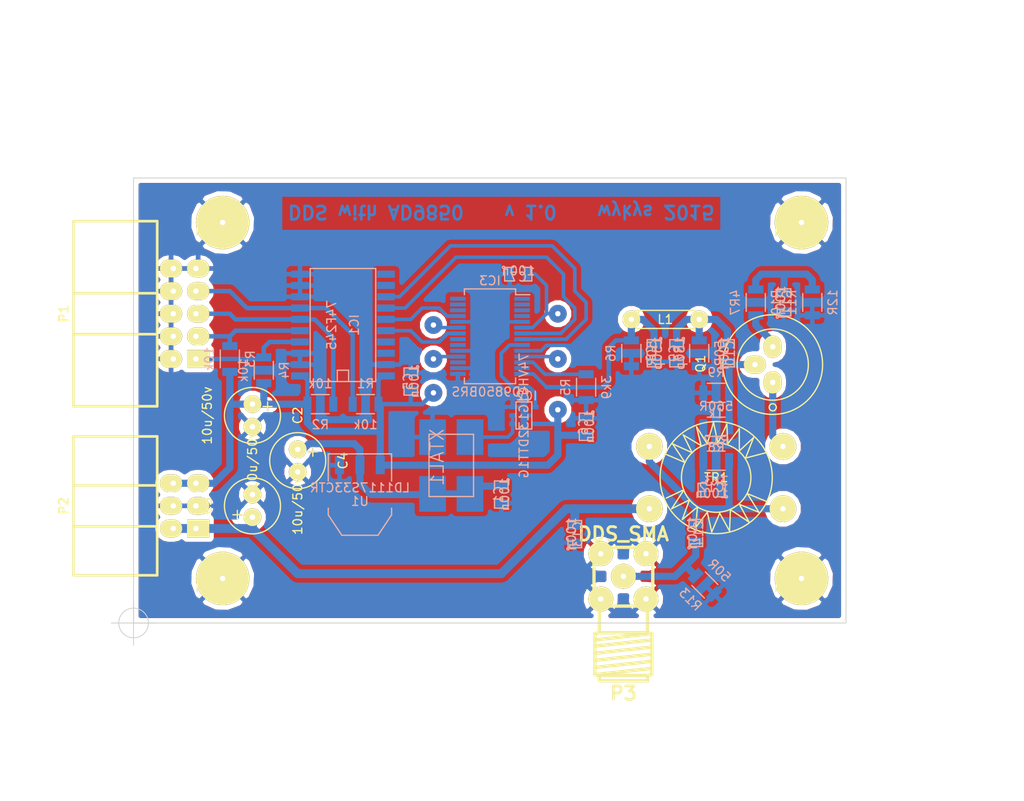
<source format=kicad_pcb>
(kicad_pcb (version 4) (host pcbnew 0.201502201246+5434~21~ubuntu14.04.1-product)

  (general
    (links 110)
    (no_connects 0)
    (area 119.949999 79.949999 200.050001 130.050001)
    (thickness 1.6)
    (drawings 8)
    (tracks 234)
    (zones 0)
    (modules 42)
    (nets 40)
  )

  (page A4)
  (layers
    (0 F.Cu power)
    (1 In1.Cu signal)
    (2 In2.Cu signal)
    (31 B.Cu signal)
    (32 B.Adhes user)
    (33 F.Adhes user)
    (34 B.Paste user)
    (35 F.Paste user)
    (36 B.SilkS user)
    (37 F.SilkS user)
    (38 B.Mask user)
    (39 F.Mask user)
    (40 Dwgs.User user)
    (41 Cmts.User user)
    (42 Eco1.User user)
    (43 Eco2.User user)
    (44 Edge.Cuts user)
    (45 Margin user)
    (46 B.CrtYd user)
    (47 F.CrtYd user)
    (48 B.Fab user)
    (49 F.Fab user)
  )

  (setup
    (last_trace_width 0.254)
    (user_trace_width 0.4)
    (user_trace_width 0.5)
    (user_trace_width 0.8)
    (user_trace_width 1)
    (user_trace_width 1.2)
    (user_trace_width 1.5)
    (trace_clearance 0.1)
    (zone_clearance 0.508)
    (zone_45_only no)
    (trace_min 0.254)
    (segment_width 0.2)
    (edge_width 0.1)
    (via_size 2)
    (via_drill 0.6)
    (via_min_size 2)
    (via_min_drill 0.6)
    (user_via 6 0.8)
    (user_via 6 0.8)
    (user_via 6 0.8)
    (user_via 6 0.8)
    (user_via 6 0.8)
    (user_via 6 0.8)
    (uvia_size 0.508)
    (uvia_drill 0.127)
    (uvias_allowed no)
    (uvia_min_size 0.508)
    (uvia_min_drill 0.127)
    (pcb_text_width 0.3)
    (pcb_text_size 1.5 1.5)
    (mod_edge_width 0.15)
    (mod_text_size 1 1)
    (mod_text_width 0.15)
    (pad_size 3.6576 2.032)
    (pad_drill 0)
    (pad_to_mask_clearance 0)
    (aux_axis_origin 120 130)
    (visible_elements 7FFFFFFF)
    (pcbplotparams
      (layerselection 0x01000_80000001)
      (usegerberextensions false)
      (excludeedgelayer false)
      (linewidth 0.100000)
      (plotframeref false)
      (viasonmask false)
      (mode 1)
      (useauxorigin false)
      (hpglpennumber 1)
      (hpglpenspeed 20)
      (hpglpendiameter 15)
      (hpglpenoverlay 2)
      (psnegative false)
      (psa4output false)
      (plotreference false)
      (plotvalue false)
      (plotinvisibletext false)
      (padsonsilk false)
      (subtractmaskfromsilk false)
      (outputformat 4)
      (mirror false)
      (drillshape 2)
      (scaleselection 1)
      (outputdirectory ../../Desktop/))
  )

  (net 0 "")
  (net 1 +3V3)
  (net 2 GND)
  (net 3 +5V)
  (net 4 +12V)
  (net 5 "Net-(C10-Pad2)")
  (net 6 "Net-(C10-Pad1)")
  (net 7 "Net-(C12-Pad1)")
  (net 8 "Net-(C12-Pad2)")
  (net 9 "Net-(IC1-Pad11)")
  (net 10 "Net-(IC1-Pad12)")
  (net 11 "Net-(IC1-Pad13)")
  (net 12 "Net-(IC1-Pad14)")
  (net 13 "Net-(IC1-Pad15)")
  (net 14 "Net-(IC1-Pad16)")
  (net 15 "Net-(IC1-Pad17)")
  (net 16 "Net-(IC1-Pad18)")
  (net 17 /DDS_RESET)
  (net 18 /DDS_LOAD)
  (net 19 /DDS_WRITE)
  (net 20 /DDS_FQ_UD)
  (net 21 "Net-(IC2-Pad1)")
  (net 22 "Net-(IC2-Pad4)")
  (net 23 "Net-(IC3-Pad1)")
  (net 24 "Net-(IC3-Pad2)")
  (net 25 "Net-(IC3-Pad3)")
  (net 26 "Net-(IC3-Pad4)")
  (net 27 "Net-(IC3-Pad12)")
  (net 28 "Net-(IC3-Pad13)")
  (net 29 "Net-(IC3-Pad17)")
  (net 30 "Net-(IC3-Pad20)")
  (net 31 "Net-(IC3-Pad21)")
  (net 32 "Net-(IC3-Pad26)")
  (net 33 "Net-(IC3-Pad27)")
  (net 34 "Net-(IC3-Pad28)")
  (net 35 "Net-(Q1-Pad1)")
  (net 36 "Net-(Q1-Pad3)")
  (net 37 /DDS_OUT)
  (net 38 "Net-(C11-Pad2)")
  (net 39 "Net-(C14-Pad1)")

  (net_class Default "This is the default net class."
    (clearance 0.1)
    (trace_width 0.254)
    (via_dia 2)
    (via_drill 0.6)
    (uvia_dia 0.508)
    (uvia_drill 0.127)
    (add_net +12V)
    (add_net +3V3)
    (add_net +5V)
    (add_net /DDS_FQ_UD)
    (add_net /DDS_LOAD)
    (add_net /DDS_OUT)
    (add_net /DDS_RESET)
    (add_net /DDS_WRITE)
    (add_net GND)
    (add_net "Net-(C10-Pad1)")
    (add_net "Net-(C10-Pad2)")
    (add_net "Net-(C11-Pad2)")
    (add_net "Net-(C12-Pad1)")
    (add_net "Net-(C12-Pad2)")
    (add_net "Net-(C14-Pad1)")
    (add_net "Net-(IC1-Pad11)")
    (add_net "Net-(IC1-Pad12)")
    (add_net "Net-(IC1-Pad13)")
    (add_net "Net-(IC1-Pad14)")
    (add_net "Net-(IC1-Pad15)")
    (add_net "Net-(IC1-Pad16)")
    (add_net "Net-(IC1-Pad17)")
    (add_net "Net-(IC1-Pad18)")
    (add_net "Net-(IC2-Pad1)")
    (add_net "Net-(IC2-Pad4)")
    (add_net "Net-(IC3-Pad1)")
    (add_net "Net-(IC3-Pad12)")
    (add_net "Net-(IC3-Pad13)")
    (add_net "Net-(IC3-Pad17)")
    (add_net "Net-(IC3-Pad2)")
    (add_net "Net-(IC3-Pad20)")
    (add_net "Net-(IC3-Pad21)")
    (add_net "Net-(IC3-Pad26)")
    (add_net "Net-(IC3-Pad27)")
    (add_net "Net-(IC3-Pad28)")
    (add_net "Net-(IC3-Pad3)")
    (add_net "Net-(IC3-Pad4)")
    (add_net "Net-(Q1-Pad1)")
    (add_net "Net-(Q1-Pad3)")
  )

  (module SMD_Packages:SMD-0805 (layer B.Cu) (tedit 54DD1DA3) (tstamp 54DD1E11)
    (at 161.29 115.57 270)
    (path /54D7BC28)
    (attr smd)
    (fp_text reference C1 (at 0 0.3175 270) (layer B.SilkS)
      (effects (font (size 1 1) (thickness 0.15)) (justify mirror))
    )
    (fp_text value 100n (at 0 -0.381 270) (layer B.SilkS)
      (effects (font (size 1 1) (thickness 0.15)) (justify mirror))
    )
    (fp_circle (center -1.651 -0.762) (end -1.651 -0.635) (layer B.SilkS) (width 0.15))
    (fp_line (start -0.508 -0.762) (end -1.524 -0.762) (layer B.SilkS) (width 0.15))
    (fp_line (start -1.524 -0.762) (end -1.524 0.762) (layer B.SilkS) (width 0.15))
    (fp_line (start -1.524 0.762) (end -0.508 0.762) (layer B.SilkS) (width 0.15))
    (fp_line (start 0.508 0.762) (end 1.524 0.762) (layer B.SilkS) (width 0.15))
    (fp_line (start 1.524 0.762) (end 1.524 -0.762) (layer B.SilkS) (width 0.15))
    (fp_line (start 1.524 -0.762) (end 0.508 -0.762) (layer B.SilkS) (width 0.15))
    (pad 1 smd rect (at -0.9525 0 270) (size 0.889 1.397) (layers B.Cu B.Paste B.Mask)
      (net 1 +3V3))
    (pad 2 smd rect (at 0.9525 0 270) (size 0.889 1.397) (layers B.Cu B.Paste B.Mask)
      (net 2 GND))
    (model SMD_Packages/SMD-0805.wrl
      (at (xyz 0 0 0))
      (scale (xyz 0.1 0.1 0.1))
      (rotate (xyz 0 0 0))
    )
  )

  (module Capacitors_Elko_ThroughHole:Elko_vert_11.2x6.3mm_RM2.5 (layer F.Cu) (tedit 54E099E1) (tstamp 54DD1E17)
    (at 133.35 105.41 270)
    (descr "Electrolytic Capacitor, vertical, diameter 6,3mm, RM 2,5mm, radial,")
    (tags "Electrolytic Capacitor, vertical, diameter 6,3mm, RM 2,5mm, Elko, Electrolytkondensator, Kondensator gepolt, Durchmesser 6,3mm, radial,")
    (path /54D80284)
    (fp_text reference C2 (at 1.27 -5.08 270) (layer F.SilkS)
      (effects (font (size 1 1) (thickness 0.15)))
    )
    (fp_text value 10u/50v (at 1.27 5.08 270) (layer F.SilkS)
      (effects (font (size 1 1) (thickness 0.15)))
    )
    (fp_line (start 0.26924 -2.19964) (end 0.26924 -1.19888) (layer F.SilkS) (width 0.15))
    (fp_line (start -0.23114 -1.69926) (end 0.76962 -1.69926) (layer F.SilkS) (width 0.15))
    (fp_line (start 0.26924 -1.69926) (end 0.76962 -1.69926) (layer F.Cu) (width 0.15))
    (fp_line (start 0.26924 -1.69926) (end 0.26924 -2.19964) (layer F.Cu) (width 0.15))
    (fp_line (start -0.23114 -1.69926) (end 0.26924 -1.69926) (layer F.Cu) (width 0.15))
    (fp_line (start 0.26924 -1.69926) (end 0.26924 -1.30048) (layer F.Cu) (width 0.15))
    (fp_line (start 0.26924 -1.30048) (end 0.26924 -1.19888) (layer F.Cu) (width 0.15))
    (fp_circle (center 1.27 0) (end 4.4196 0) (layer F.SilkS) (width 0.15))
    (pad 2 thru_hole circle (at 2.54 0 270) (size 2 2) (drill 0.6) (layers *.Cu *.Mask F.SilkS)
      (net 2 GND))
    (pad 1 thru_hole circle (at 0 0 270) (size 2 2) (drill 0.6) (layers *.Cu *.Mask F.SilkS)
      (net 3 +5V))
    (model Capacitors_Elko_ThroughHole/Elko_vert_11.2x6.3mm_RM2.5.wrl
      (at (xyz 0 0 0))
      (scale (xyz 1 1 1))
      (rotate (xyz 0 0 0))
    )
  )

  (module Capacitors_Elko_ThroughHole:Elko_vert_11.2x6.3mm_RM2.5 (layer F.Cu) (tedit 54E099EB) (tstamp 54DD1E1D)
    (at 133.35 118.11 90)
    (descr "Electrolytic Capacitor, vertical, diameter 6,3mm, RM 2,5mm, radial,")
    (tags "Electrolytic Capacitor, vertical, diameter 6,3mm, RM 2,5mm, Elko, Electrolytkondensator, Kondensator gepolt, Durchmesser 6,3mm, radial,")
    (path /54D803A1)
    (fp_text reference C3 (at 1.27 -5.08 90) (layer F.SilkS)
      (effects (font (size 1 1) (thickness 0.15)))
    )
    (fp_text value 10u/50v (at 1.27 5.08 90) (layer F.SilkS)
      (effects (font (size 1 1) (thickness 0.15)))
    )
    (fp_line (start 0.26924 -2.19964) (end 0.26924 -1.19888) (layer F.SilkS) (width 0.15))
    (fp_line (start -0.23114 -1.69926) (end 0.76962 -1.69926) (layer F.SilkS) (width 0.15))
    (fp_line (start 0.26924 -1.69926) (end 0.76962 -1.69926) (layer F.Cu) (width 0.15))
    (fp_line (start 0.26924 -1.69926) (end 0.26924 -2.19964) (layer F.Cu) (width 0.15))
    (fp_line (start -0.23114 -1.69926) (end 0.26924 -1.69926) (layer F.Cu) (width 0.15))
    (fp_line (start 0.26924 -1.69926) (end 0.26924 -1.30048) (layer F.Cu) (width 0.15))
    (fp_line (start 0.26924 -1.30048) (end 0.26924 -1.19888) (layer F.Cu) (width 0.15))
    (fp_circle (center 1.27 0) (end 4.4196 0) (layer F.SilkS) (width 0.15))
    (pad 2 thru_hole circle (at 2.54 0 90) (size 2 2) (drill 0.6) (layers *.Cu *.Mask F.SilkS)
      (net 2 GND))
    (pad 1 thru_hole circle (at 0 0 90) (size 2 2) (drill 0.6) (layers *.Cu *.Mask F.SilkS)
      (net 4 +12V))
    (model Capacitors_Elko_ThroughHole/Elko_vert_11.2x6.3mm_RM2.5.wrl
      (at (xyz 0 0 0))
      (scale (xyz 1 1 1))
      (rotate (xyz 0 0 0))
    )
  )

  (module Capacitors_Elko_ThroughHole:Elko_vert_11.2x6.3mm_RM2.5 (layer F.Cu) (tedit 54E099F5) (tstamp 54DD1E23)
    (at 138.43 110.49 270)
    (descr "Electrolytic Capacitor, vertical, diameter 6,3mm, RM 2,5mm, radial,")
    (tags "Electrolytic Capacitor, vertical, diameter 6,3mm, RM 2,5mm, Elko, Electrolytkondensator, Kondensator gepolt, Durchmesser 6,3mm, radial,")
    (path /54D81DA0)
    (fp_text reference C4 (at 1.27 -5.08 270) (layer F.SilkS)
      (effects (font (size 1 1) (thickness 0.15)))
    )
    (fp_text value 10u/50v (at 1.27 5.08 270) (layer F.SilkS)
      (effects (font (size 1 1) (thickness 0.15)))
    )
    (fp_line (start 0.26924 -2.19964) (end 0.26924 -1.19888) (layer F.SilkS) (width 0.15))
    (fp_line (start -0.23114 -1.69926) (end 0.76962 -1.69926) (layer F.SilkS) (width 0.15))
    (fp_line (start 0.26924 -1.69926) (end 0.76962 -1.69926) (layer F.Cu) (width 0.15))
    (fp_line (start 0.26924 -1.69926) (end 0.26924 -2.19964) (layer F.Cu) (width 0.15))
    (fp_line (start -0.23114 -1.69926) (end 0.26924 -1.69926) (layer F.Cu) (width 0.15))
    (fp_line (start 0.26924 -1.69926) (end 0.26924 -1.30048) (layer F.Cu) (width 0.15))
    (fp_line (start 0.26924 -1.30048) (end 0.26924 -1.19888) (layer F.Cu) (width 0.15))
    (fp_circle (center 1.27 0) (end 4.4196 0) (layer F.SilkS) (width 0.15))
    (pad 2 thru_hole circle (at 2.54 0 270) (size 2 2) (drill 0.6) (layers *.Cu *.Mask F.SilkS)
      (net 2 GND))
    (pad 1 thru_hole circle (at 0 0 270) (size 2 2) (drill 0.6) (layers *.Cu *.Mask F.SilkS)
      (net 1 +3V3))
    (model Capacitors_Elko_ThroughHole/Elko_vert_11.2x6.3mm_RM2.5.wrl
      (at (xyz 0 0 0))
      (scale (xyz 1 1 1))
      (rotate (xyz 0 0 0))
    )
  )

  (module SMD_Packages:SMD-0805 (layer B.Cu) (tedit 54DD1DA3) (tstamp 54DD1E29)
    (at 151.13 102.87 270)
    (path /54D7BCBA)
    (attr smd)
    (fp_text reference C5 (at 0 0.3175 270) (layer B.SilkS)
      (effects (font (size 1 1) (thickness 0.15)) (justify mirror))
    )
    (fp_text value 100n (at 0 -0.381 270) (layer B.SilkS)
      (effects (font (size 1 1) (thickness 0.15)) (justify mirror))
    )
    (fp_circle (center -1.651 -0.762) (end -1.651 -0.635) (layer B.SilkS) (width 0.15))
    (fp_line (start -0.508 -0.762) (end -1.524 -0.762) (layer B.SilkS) (width 0.15))
    (fp_line (start -1.524 -0.762) (end -1.524 0.762) (layer B.SilkS) (width 0.15))
    (fp_line (start -1.524 0.762) (end -0.508 0.762) (layer B.SilkS) (width 0.15))
    (fp_line (start 0.508 0.762) (end 1.524 0.762) (layer B.SilkS) (width 0.15))
    (fp_line (start 1.524 0.762) (end 1.524 -0.762) (layer B.SilkS) (width 0.15))
    (fp_line (start 1.524 -0.762) (end 0.508 -0.762) (layer B.SilkS) (width 0.15))
    (pad 1 smd rect (at -0.9525 0 270) (size 0.889 1.397) (layers B.Cu B.Paste B.Mask)
      (net 2 GND))
    (pad 2 smd rect (at 0.9525 0 270) (size 0.889 1.397) (layers B.Cu B.Paste B.Mask)
      (net 3 +5V))
    (model SMD_Packages/SMD-0805.wrl
      (at (xyz 0 0 0))
      (scale (xyz 0.1 0.1 0.1))
      (rotate (xyz 0 0 0))
    )
  )

  (module SMD_Packages:SMD-0805 (layer B.Cu) (tedit 54DD1DA3) (tstamp 54DD1E2F)
    (at 170.815 107.95 270)
    (path /54D7BB62)
    (attr smd)
    (fp_text reference C6 (at 0 0.3175 270) (layer B.SilkS)
      (effects (font (size 1 1) (thickness 0.15)) (justify mirror))
    )
    (fp_text value 100n (at 0 -0.381 270) (layer B.SilkS)
      (effects (font (size 1 1) (thickness 0.15)) (justify mirror))
    )
    (fp_circle (center -1.651 -0.762) (end -1.651 -0.635) (layer B.SilkS) (width 0.15))
    (fp_line (start -0.508 -0.762) (end -1.524 -0.762) (layer B.SilkS) (width 0.15))
    (fp_line (start -1.524 -0.762) (end -1.524 0.762) (layer B.SilkS) (width 0.15))
    (fp_line (start -1.524 0.762) (end -0.508 0.762) (layer B.SilkS) (width 0.15))
    (fp_line (start 0.508 0.762) (end 1.524 0.762) (layer B.SilkS) (width 0.15))
    (fp_line (start 1.524 0.762) (end 1.524 -0.762) (layer B.SilkS) (width 0.15))
    (fp_line (start 1.524 -0.762) (end 0.508 -0.762) (layer B.SilkS) (width 0.15))
    (pad 1 smd rect (at -0.9525 0 270) (size 0.889 1.397) (layers B.Cu B.Paste B.Mask)
      (net 2 GND))
    (pad 2 smd rect (at 0.9525 0 270) (size 0.889 1.397) (layers B.Cu B.Paste B.Mask)
      (net 3 +5V))
    (model SMD_Packages/SMD-0805.wrl
      (at (xyz 0 0 0))
      (scale (xyz 0.1 0.1 0.1))
      (rotate (xyz 0 0 0))
    )
  )

  (module SMD_Packages:SMD-0805 (layer B.Cu) (tedit 54DD1DA3) (tstamp 54E0C0CF)
    (at 163.195 90.805)
    (path /54D93DA2)
    (attr smd)
    (fp_text reference C7 (at 0 0.3175) (layer B.SilkS)
      (effects (font (size 1 1) (thickness 0.15)) (justify mirror))
    )
    (fp_text value 100n (at 0 -0.381) (layer B.SilkS)
      (effects (font (size 1 1) (thickness 0.15)) (justify mirror))
    )
    (fp_circle (center -1.651 -0.762) (end -1.651 -0.635) (layer B.SilkS) (width 0.15))
    (fp_line (start -0.508 -0.762) (end -1.524 -0.762) (layer B.SilkS) (width 0.15))
    (fp_line (start -1.524 -0.762) (end -1.524 0.762) (layer B.SilkS) (width 0.15))
    (fp_line (start -1.524 0.762) (end -0.508 0.762) (layer B.SilkS) (width 0.15))
    (fp_line (start 0.508 0.762) (end 1.524 0.762) (layer B.SilkS) (width 0.15))
    (fp_line (start 1.524 0.762) (end 1.524 -0.762) (layer B.SilkS) (width 0.15))
    (fp_line (start 1.524 -0.762) (end 0.508 -0.762) (layer B.SilkS) (width 0.15))
    (pad 1 smd rect (at -0.9525 0) (size 0.889 1.397) (layers B.Cu B.Paste B.Mask)
      (net 2 GND))
    (pad 2 smd rect (at 0.9525 0) (size 0.889 1.397) (layers B.Cu B.Paste B.Mask)
      (net 3 +5V))
    (model SMD_Packages/SMD-0805.wrl
      (at (xyz 0 0 0))
      (scale (xyz 0.1 0.1 0.1))
      (rotate (xyz 0 0 0))
    )
  )

  (module SMD_Packages:SMD-0805 (layer B.Cu) (tedit 54DD1DA3) (tstamp 54DD1E3B)
    (at 178.435 99.695 270)
    (path /54D8E44C)
    (attr smd)
    (fp_text reference C8 (at 0 0.3175 270) (layer B.SilkS)
      (effects (font (size 1 1) (thickness 0.15)) (justify mirror))
    )
    (fp_text value 150p (at 0 -0.381 270) (layer B.SilkS)
      (effects (font (size 1 1) (thickness 0.15)) (justify mirror))
    )
    (fp_circle (center -1.651 -0.762) (end -1.651 -0.635) (layer B.SilkS) (width 0.15))
    (fp_line (start -0.508 -0.762) (end -1.524 -0.762) (layer B.SilkS) (width 0.15))
    (fp_line (start -1.524 -0.762) (end -1.524 0.762) (layer B.SilkS) (width 0.15))
    (fp_line (start -1.524 0.762) (end -0.508 0.762) (layer B.SilkS) (width 0.15))
    (fp_line (start 0.508 0.762) (end 1.524 0.762) (layer B.SilkS) (width 0.15))
    (fp_line (start 1.524 0.762) (end 1.524 -0.762) (layer B.SilkS) (width 0.15))
    (fp_line (start 1.524 -0.762) (end 0.508 -0.762) (layer B.SilkS) (width 0.15))
    (pad 1 smd rect (at -0.9525 0 270) (size 0.889 1.397) (layers B.Cu B.Paste B.Mask)
      (net 37 /DDS_OUT))
    (pad 2 smd rect (at 0.9525 0 270) (size 0.889 1.397) (layers B.Cu B.Paste B.Mask)
      (net 2 GND))
    (model SMD_Packages/SMD-0805.wrl
      (at (xyz 0 0 0))
      (scale (xyz 0.1 0.1 0.1))
      (rotate (xyz 0 0 0))
    )
  )

  (module SMD_Packages:SMD-0805 (layer B.Cu) (tedit 54DD1DA3) (tstamp 54DD1E41)
    (at 180.975 99.695 270)
    (path /54D8E47B)
    (attr smd)
    (fp_text reference C9 (at 0 0.3175 270) (layer B.SilkS)
      (effects (font (size 1 1) (thickness 0.15)) (justify mirror))
    )
    (fp_text value 150p (at 0 -0.381 270) (layer B.SilkS)
      (effects (font (size 1 1) (thickness 0.15)) (justify mirror))
    )
    (fp_circle (center -1.651 -0.762) (end -1.651 -0.635) (layer B.SilkS) (width 0.15))
    (fp_line (start -0.508 -0.762) (end -1.524 -0.762) (layer B.SilkS) (width 0.15))
    (fp_line (start -1.524 -0.762) (end -1.524 0.762) (layer B.SilkS) (width 0.15))
    (fp_line (start -1.524 0.762) (end -0.508 0.762) (layer B.SilkS) (width 0.15))
    (fp_line (start 0.508 0.762) (end 1.524 0.762) (layer B.SilkS) (width 0.15))
    (fp_line (start 1.524 0.762) (end 1.524 -0.762) (layer B.SilkS) (width 0.15))
    (fp_line (start 1.524 -0.762) (end 0.508 -0.762) (layer B.SilkS) (width 0.15))
    (pad 1 smd rect (at -0.9525 0 270) (size 0.889 1.397) (layers B.Cu B.Paste B.Mask)
      (net 5 "Net-(C10-Pad2)"))
    (pad 2 smd rect (at 0.9525 0 270) (size 0.889 1.397) (layers B.Cu B.Paste B.Mask)
      (net 2 GND))
    (model SMD_Packages/SMD-0805.wrl
      (at (xyz 0 0 0))
      (scale (xyz 0.1 0.1 0.1))
      (rotate (xyz 0 0 0))
    )
  )

  (module SMD_Packages:SMD-0805 (layer B.Cu) (tedit 54DD1DA3) (tstamp 54DD1E47)
    (at 186.69 99.695 90)
    (path /54E4A3C9)
    (attr smd)
    (fp_text reference C10 (at 0 0.3175 90) (layer B.SilkS)
      (effects (font (size 1 1) (thickness 0.15)) (justify mirror))
    )
    (fp_text value 100n (at 0 -0.381 90) (layer B.SilkS)
      (effects (font (size 1 1) (thickness 0.15)) (justify mirror))
    )
    (fp_circle (center -1.651 -0.762) (end -1.651 -0.635) (layer B.SilkS) (width 0.15))
    (fp_line (start -0.508 -0.762) (end -1.524 -0.762) (layer B.SilkS) (width 0.15))
    (fp_line (start -1.524 -0.762) (end -1.524 0.762) (layer B.SilkS) (width 0.15))
    (fp_line (start -1.524 0.762) (end -0.508 0.762) (layer B.SilkS) (width 0.15))
    (fp_line (start 0.508 0.762) (end 1.524 0.762) (layer B.SilkS) (width 0.15))
    (fp_line (start 1.524 0.762) (end 1.524 -0.762) (layer B.SilkS) (width 0.15))
    (fp_line (start 1.524 -0.762) (end 0.508 -0.762) (layer B.SilkS) (width 0.15))
    (pad 1 smd rect (at -0.9525 0 90) (size 0.889 1.397) (layers B.Cu B.Paste B.Mask)
      (net 6 "Net-(C10-Pad1)"))
    (pad 2 smd rect (at 0.9525 0 90) (size 0.889 1.397) (layers B.Cu B.Paste B.Mask)
      (net 5 "Net-(C10-Pad2)"))
    (model SMD_Packages/SMD-0805.wrl
      (at (xyz 0 0 0))
      (scale (xyz 0.1 0.1 0.1))
      (rotate (xyz 0 0 0))
    )
  )

  (module SMD_Packages:SMD-0805 (layer B.Cu) (tedit 54DD1DA3) (tstamp 54DD1E4D)
    (at 193.04 93.98 90)
    (path /54E4B8E8)
    (attr smd)
    (fp_text reference C11 (at 0 0.3175 90) (layer B.SilkS)
      (effects (font (size 1 1) (thickness 0.15)) (justify mirror))
    )
    (fp_text value 100n (at 0 -0.381 90) (layer B.SilkS)
      (effects (font (size 1 1) (thickness 0.15)) (justify mirror))
    )
    (fp_circle (center -1.651 -0.762) (end -1.651 -0.635) (layer B.SilkS) (width 0.15))
    (fp_line (start -0.508 -0.762) (end -1.524 -0.762) (layer B.SilkS) (width 0.15))
    (fp_line (start -1.524 -0.762) (end -1.524 0.762) (layer B.SilkS) (width 0.15))
    (fp_line (start -1.524 0.762) (end -0.508 0.762) (layer B.SilkS) (width 0.15))
    (fp_line (start 0.508 0.762) (end 1.524 0.762) (layer B.SilkS) (width 0.15))
    (fp_line (start 1.524 0.762) (end 1.524 -0.762) (layer B.SilkS) (width 0.15))
    (fp_line (start 1.524 -0.762) (end 0.508 -0.762) (layer B.SilkS) (width 0.15))
    (pad 1 smd rect (at -0.9525 0 90) (size 0.889 1.397) (layers B.Cu B.Paste B.Mask)
      (net 2 GND))
    (pad 2 smd rect (at 0.9525 0 90) (size 0.889 1.397) (layers B.Cu B.Paste B.Mask)
      (net 38 "Net-(C11-Pad2)"))
    (model SMD_Packages/SMD-0805.wrl
      (at (xyz 0 0 0))
      (scale (xyz 0.1 0.1 0.1))
      (rotate (xyz 0 0 0))
    )
  )

  (module SMD_Packages:SMD-0805 (layer B.Cu) (tedit 54DD1DA3) (tstamp 54DD1E53)
    (at 184.912 115.062 180)
    (path /54E4FD60)
    (attr smd)
    (fp_text reference C12 (at 0 0.3175 180) (layer B.SilkS)
      (effects (font (size 1 1) (thickness 0.15)) (justify mirror))
    )
    (fp_text value 100n (at 0 -0.381 180) (layer B.SilkS)
      (effects (font (size 1 1) (thickness 0.15)) (justify mirror))
    )
    (fp_circle (center -1.651 -0.762) (end -1.651 -0.635) (layer B.SilkS) (width 0.15))
    (fp_line (start -0.508 -0.762) (end -1.524 -0.762) (layer B.SilkS) (width 0.15))
    (fp_line (start -1.524 -0.762) (end -1.524 0.762) (layer B.SilkS) (width 0.15))
    (fp_line (start -1.524 0.762) (end -0.508 0.762) (layer B.SilkS) (width 0.15))
    (fp_line (start 0.508 0.762) (end 1.524 0.762) (layer B.SilkS) (width 0.15))
    (fp_line (start 1.524 0.762) (end 1.524 -0.762) (layer B.SilkS) (width 0.15))
    (fp_line (start 1.524 -0.762) (end 0.508 -0.762) (layer B.SilkS) (width 0.15))
    (pad 1 smd rect (at -0.9525 0 180) (size 0.889 1.397) (layers B.Cu B.Paste B.Mask)
      (net 7 "Net-(C12-Pad1)"))
    (pad 2 smd rect (at 0.9525 0 180) (size 0.889 1.397) (layers B.Cu B.Paste B.Mask)
      (net 8 "Net-(C12-Pad2)"))
    (model SMD_Packages/SMD-0805.wrl
      (at (xyz 0 0 0))
      (scale (xyz 0.1 0.1 0.1))
      (rotate (xyz 0 0 0))
    )
  )

  (module SMD_Packages:SO-20-L (layer B.Cu) (tedit 54DFC7D1) (tstamp 54DD1E6B)
    (at 143.51 96.52 90)
    (descr "Cms SOJ 20 pins large")
    (tags "CMS SOJ")
    (path /54D77D92)
    (attr smd)
    (fp_text reference IC1 (at 0 1.27 90) (layer B.SilkS)
      (effects (font (size 1 1) (thickness 0.15)) (justify mirror))
    )
    (fp_text value 74F245 (at 0 -1.27 90) (layer B.SilkS)
      (effects (font (size 1 1) (thickness 0.15)) (justify mirror))
    )
    (fp_line (start 6.35 -3.683) (end 6.35 3.683) (layer B.SilkS) (width 0.15))
    (fp_line (start -6.35 3.683) (end -6.35 -3.683) (layer B.SilkS) (width 0.15))
    (fp_line (start 6.35 -3.683) (end -6.35 -3.683) (layer B.SilkS) (width 0.15))
    (fp_line (start -6.35 3.683) (end 6.35 3.683) (layer B.SilkS) (width 0.15))
    (fp_line (start -6.35 0.635) (end -5.08 0.635) (layer B.SilkS) (width 0.15))
    (fp_line (start -5.08 0.635) (end -5.08 -0.635) (layer B.SilkS) (width 0.15))
    (fp_line (start -5.08 -0.635) (end -6.35 -0.635) (layer B.SilkS) (width 0.15))
    (pad 11 smd rect (at 5.715 4.826 90) (size 0.8 2) (layers B.Cu B.Paste B.Mask)
      (net 9 "Net-(IC1-Pad11)"))
    (pad 12 smd rect (at 4.445 4.826 90) (size 0.8 2) (layers B.Cu B.Paste B.Mask)
      (net 10 "Net-(IC1-Pad12)"))
    (pad 13 smd rect (at 3.175 4.826 90) (size 0.8 2) (layers B.Cu B.Paste B.Mask)
      (net 11 "Net-(IC1-Pad13)"))
    (pad 14 smd rect (at 1.905 4.826 90) (size 0.8 2) (layers B.Cu B.Paste B.Mask)
      (net 12 "Net-(IC1-Pad14)"))
    (pad 15 smd rect (at 0.635 4.826 90) (size 0.8 2) (layers B.Cu B.Paste B.Mask)
      (net 13 "Net-(IC1-Pad15)"))
    (pad 16 smd rect (at -0.635 4.826 90) (size 0.8 2) (layers B.Cu B.Paste B.Mask)
      (net 14 "Net-(IC1-Pad16)"))
    (pad 17 smd rect (at -1.905 4.826 90) (size 0.8 2) (layers B.Cu B.Paste B.Mask)
      (net 15 "Net-(IC1-Pad17)"))
    (pad 18 smd rect (at -3.175 4.826 90) (size 0.8 2) (layers B.Cu B.Paste B.Mask)
      (net 16 "Net-(IC1-Pad18)"))
    (pad 19 smd rect (at -4.445 4.826 90) (size 0.8 2) (layers B.Cu B.Paste B.Mask)
      (net 2 GND))
    (pad 20 smd rect (at -5.715 4.826 90) (size 0.8 2) (layers B.Cu B.Paste B.Mask)
      (net 3 +5V))
    (pad 1 smd rect (at -5.715 -4.826 90) (size 0.8 2) (layers B.Cu B.Paste B.Mask)
      (net 3 +5V))
    (pad 2 smd rect (at -4.445 -4.826 90) (size 0.8 2) (layers B.Cu B.Paste B.Mask)
      (net 2 GND))
    (pad 3 smd rect (at -3.175 -4.826 90) (size 0.8 2) (layers B.Cu B.Paste B.Mask)
      (net 2 GND))
    (pad 4 smd rect (at -1.905 -4.826 90) (size 0.8 2) (layers B.Cu B.Paste B.Mask)
      (net 17 /DDS_RESET))
    (pad 5 smd rect (at -0.635 -4.826 90) (size 0.8 2) (layers B.Cu B.Paste B.Mask)
      (net 18 /DDS_LOAD))
    (pad 6 smd rect (at 0.635 -4.826 90) (size 0.8 2) (layers B.Cu B.Paste B.Mask)
      (net 19 /DDS_WRITE))
    (pad 7 smd rect (at 1.905 -4.826 90) (size 0.8 2) (layers B.Cu B.Paste B.Mask)
      (net 20 /DDS_FQ_UD))
    (pad 8 smd rect (at 3.175 -4.826 90) (size 0.8 2) (layers B.Cu B.Paste B.Mask)
      (net 2 GND))
    (pad 9 smd rect (at 4.445 -4.826 90) (size 0.8 2) (layers B.Cu B.Paste B.Mask)
      (net 2 GND))
    (pad 10 smd rect (at 5.715 -4.826 90) (size 0.8 2) (layers B.Cu B.Paste B.Mask)
      (net 2 GND))
    (model SMD_Packages/SO-20-L.wrl
      (at (xyz 0 0 0))
      (scale (xyz 0.5 0.6 0.5))
      (rotate (xyz 0 0 0))
    )
  )

  (module SMD_Packages:SOT-23-5 (layer B.Cu) (tedit 54DD1DA3) (tstamp 54DD1E74)
    (at 163.83 106.68 90)
    (path /54D77DF3)
    (attr smd)
    (fp_text reference IC2 (at 2.19964 0.29972 360) (layer B.SilkS)
      (effects (font (size 1 1) (thickness 0.15)) (justify mirror))
    )
    (fp_text value 74VHC1G132DTT1G (at 0 0 90) (layer B.SilkS)
      (effects (font (size 1 1) (thickness 0.15)) (justify mirror))
    )
    (fp_line (start 1.524 0.889) (end 1.524 -0.889) (layer B.SilkS) (width 0.15))
    (fp_line (start 1.524 -0.889) (end -1.524 -0.889) (layer B.SilkS) (width 0.15))
    (fp_line (start -1.524 -0.889) (end -1.524 0.889) (layer B.SilkS) (width 0.15))
    (fp_line (start -1.524 0.889) (end 1.524 0.889) (layer B.SilkS) (width 0.15))
    (pad 1 smd rect (at -0.9525 -1.27 90) (size 0.508 0.762) (layers B.Cu B.Paste B.Mask)
      (net 21 "Net-(IC2-Pad1)"))
    (pad 3 smd rect (at 0.9525 -1.27 90) (size 0.508 0.762) (layers B.Cu B.Paste B.Mask)
      (net 2 GND))
    (pad 5 smd rect (at -0.9525 1.27 90) (size 0.508 0.762) (layers B.Cu B.Paste B.Mask)
      (net 3 +5V))
    (pad 2 smd rect (at 0 -1.27 90) (size 0.508 0.762) (layers B.Cu B.Paste B.Mask)
      (net 21 "Net-(IC2-Pad1)"))
    (pad 4 smd rect (at 0.9525 1.27 90) (size 0.508 0.762) (layers B.Cu B.Paste B.Mask)
      (net 22 "Net-(IC2-Pad4)"))
    (model SMD_Packages/SOT-23-5.wrl
      (at (xyz 0 0 0))
      (scale (xyz 0.1 0.1 0.1))
      (rotate (xyz 0 0 0))
    )
  )

  (module Discret:R3-LARGE_PADS (layer F.Cu) (tedit 54E09A2A) (tstamp 54DD1E9A)
    (at 179.705 95.885)
    (descr "Resitance 3 pas")
    (tags R)
    (path /54D8F62C)
    (autoplace_cost180 10)
    (fp_text reference L1 (at 0 0) (layer F.SilkS)
      (effects (font (size 1 1) (thickness 0.15)))
    )
    (fp_text value 1u (at 0 0) (layer F.SilkS) hide
      (effects (font (size 1 1) (thickness 0.15)))
    )
    (fp_line (start -3.81 0) (end -3.302 0) (layer F.SilkS) (width 0.15))
    (fp_line (start 3.81 0) (end 3.302 0) (layer F.SilkS) (width 0.15))
    (fp_line (start 3.302 0) (end 3.302 -1.016) (layer F.SilkS) (width 0.15))
    (fp_line (start 3.302 -1.016) (end -3.302 -1.016) (layer F.SilkS) (width 0.15))
    (fp_line (start -3.302 -1.016) (end -3.302 1.016) (layer F.SilkS) (width 0.15))
    (fp_line (start -3.302 1.016) (end 3.302 1.016) (layer F.SilkS) (width 0.15))
    (fp_line (start 3.302 1.016) (end 3.302 0) (layer F.SilkS) (width 0.15))
    (fp_line (start -3.302 -0.508) (end -2.794 -1.016) (layer F.SilkS) (width 0.15))
    (pad 1 thru_hole circle (at -3.81 0) (size 2 2) (drill 0.6) (layers *.Cu *.Mask F.SilkS)
      (net 37 /DDS_OUT))
    (pad 2 thru_hole circle (at 3.81 0) (size 2 2) (drill 0.6) (layers *.Cu *.Mask F.SilkS)
      (net 5 "Net-(C10-Pad2)"))
    (model Discret/R3-LARGE_PADS.wrl
      (at (xyz 0 0 0))
      (scale (xyz 0.3 0.3 0.3))
      (rotate (xyz 0 0 0))
    )
  )

  (module Transistors_OldSowjetAera:OldSowjetaera_Transistor_Type-II_BigPads (layer F.Cu) (tedit 54E0B1A5) (tstamp 54DD1EB9)
    (at 191.77 100.965 90)
    (path /54E4A419)
    (fp_text reference Q1 (at 0.1 -8.1 90) (layer F.SilkS)
      (effects (font (size 1 1) (thickness 0.15)))
    )
    (fp_text value KF630D (at 0.1 7.6 90) (layer F.SilkS) hide
      (effects (font (size 1 1) (thickness 0.15)))
    )
    (fp_circle (center -4.8 0) (end -4.8 0.4) (layer F.SilkS) (width 0.15))
    (fp_circle (center 0 0) (end 4 0) (layer F.SilkS) (width 0.15))
    (fp_circle (center 0 0) (end 5.6 0) (layer F.SilkS) (width 0.15))
    (pad 2 thru_hole oval (at 0 -2 90) (size 2 2.5) (drill 0.6) (layers *.Cu *.Mask F.SilkS)
      (net 6 "Net-(C10-Pad1)"))
    (pad 1 thru_hole oval (at -2 0 180) (size 2 2.5) (drill 0.6) (layers *.Cu *.Mask F.SilkS)
      (net 35 "Net-(Q1-Pad1)"))
    (pad 3 thru_hole oval (at 2 0 180) (size 2 2.5) (drill 0.6) (layers *.Cu *.Mask F.SilkS)
      (net 36 "Net-(Q1-Pad3)"))
    (model Transistors_OldSowjetAera/OldSowjetaera_Transistor_Type-II_BigPads.wrl
      (at (xyz 0 0 0))
      (scale (xyz 0.3937 0.3937 0.3937))
      (rotate (xyz 0 0 0))
    )
  )

  (module Resistors_SMD:R_1206 (layer B.Cu) (tedit 5415CFA7) (tstamp 54DD1EBF)
    (at 146.05 105.41 180)
    (descr "Resistor SMD 1206, reflow soldering, Vishay (see dcrcw.pdf)")
    (tags "resistor 1206")
    (path /54D7C210)
    (attr smd)
    (fp_text reference R1 (at 0 2.3 180) (layer B.SilkS)
      (effects (font (size 1 1) (thickness 0.15)) (justify mirror))
    )
    (fp_text value 10k (at 0 -2.3 180) (layer B.SilkS)
      (effects (font (size 1 1) (thickness 0.15)) (justify mirror))
    )
    (fp_line (start -2.2 1.2) (end 2.2 1.2) (layer B.CrtYd) (width 0.05))
    (fp_line (start -2.2 -1.2) (end 2.2 -1.2) (layer B.CrtYd) (width 0.05))
    (fp_line (start -2.2 1.2) (end -2.2 -1.2) (layer B.CrtYd) (width 0.05))
    (fp_line (start 2.2 1.2) (end 2.2 -1.2) (layer B.CrtYd) (width 0.05))
    (fp_line (start 1 -1.075) (end -1 -1.075) (layer B.SilkS) (width 0.15))
    (fp_line (start -1 1.075) (end 1 1.075) (layer B.SilkS) (width 0.15))
    (pad 1 smd rect (at -1.45 0 180) (size 0.9 1.7) (layers B.Cu B.Paste B.Mask)
      (net 3 +5V))
    (pad 2 smd rect (at 1.45 0 180) (size 0.9 1.7) (layers B.Cu B.Paste B.Mask)
      (net 20 /DDS_FQ_UD))
    (model Resistors_SMD/R_1206.wrl
      (at (xyz 0 0 0))
      (scale (xyz 1 1 1))
      (rotate (xyz 0 0 0))
    )
  )

  (module Resistors_SMD:R_1206 (layer B.Cu) (tedit 5415CFA7) (tstamp 54DD1EC5)
    (at 140.97 105.41)
    (descr "Resistor SMD 1206, reflow soldering, Vishay (see dcrcw.pdf)")
    (tags "resistor 1206")
    (path /54D7C2B2)
    (attr smd)
    (fp_text reference R2 (at 0 2.3) (layer B.SilkS)
      (effects (font (size 1 1) (thickness 0.15)) (justify mirror))
    )
    (fp_text value 10k (at 0 -2.3) (layer B.SilkS)
      (effects (font (size 1 1) (thickness 0.15)) (justify mirror))
    )
    (fp_line (start -2.2 1.2) (end 2.2 1.2) (layer B.CrtYd) (width 0.05))
    (fp_line (start -2.2 -1.2) (end 2.2 -1.2) (layer B.CrtYd) (width 0.05))
    (fp_line (start -2.2 1.2) (end -2.2 -1.2) (layer B.CrtYd) (width 0.05))
    (fp_line (start 2.2 1.2) (end 2.2 -1.2) (layer B.CrtYd) (width 0.05))
    (fp_line (start 1 -1.075) (end -1 -1.075) (layer B.SilkS) (width 0.15))
    (fp_line (start -1 1.075) (end 1 1.075) (layer B.SilkS) (width 0.15))
    (pad 1 smd rect (at -1.45 0) (size 0.9 1.7) (layers B.Cu B.Paste B.Mask)
      (net 3 +5V))
    (pad 2 smd rect (at 1.45 0) (size 0.9 1.7) (layers B.Cu B.Paste B.Mask)
      (net 19 /DDS_WRITE))
    (model Resistors_SMD/R_1206.wrl
      (at (xyz 0 0 0))
      (scale (xyz 1 1 1))
      (rotate (xyz 0 0 0))
    )
  )

  (module Resistors_SMD:R_1206 (layer B.Cu) (tedit 5415CFA7) (tstamp 54DD1ECB)
    (at 130.81 100.33 90)
    (descr "Resistor SMD 1206, reflow soldering, Vishay (see dcrcw.pdf)")
    (tags "resistor 1206")
    (path /54D7C2CA)
    (attr smd)
    (fp_text reference R3 (at 0 2.3 90) (layer B.SilkS)
      (effects (font (size 1 1) (thickness 0.15)) (justify mirror))
    )
    (fp_text value 10k (at 0 -2.3 90) (layer B.SilkS)
      (effects (font (size 1 1) (thickness 0.15)) (justify mirror))
    )
    (fp_line (start -2.2 1.2) (end 2.2 1.2) (layer B.CrtYd) (width 0.05))
    (fp_line (start -2.2 -1.2) (end 2.2 -1.2) (layer B.CrtYd) (width 0.05))
    (fp_line (start -2.2 1.2) (end -2.2 -1.2) (layer B.CrtYd) (width 0.05))
    (fp_line (start 2.2 1.2) (end 2.2 -1.2) (layer B.CrtYd) (width 0.05))
    (fp_line (start 1 -1.075) (end -1 -1.075) (layer B.SilkS) (width 0.15))
    (fp_line (start -1 1.075) (end 1 1.075) (layer B.SilkS) (width 0.15))
    (pad 1 smd rect (at -1.45 0 90) (size 0.9 1.7) (layers B.Cu B.Paste B.Mask)
      (net 3 +5V))
    (pad 2 smd rect (at 1.45 0 90) (size 0.9 1.7) (layers B.Cu B.Paste B.Mask)
      (net 18 /DDS_LOAD))
    (model Resistors_SMD/R_1206.wrl
      (at (xyz 0 0 0))
      (scale (xyz 1 1 1))
      (rotate (xyz 0 0 0))
    )
  )

  (module Resistors_SMD:R_1206 (layer B.Cu) (tedit 5415CFA7) (tstamp 54DD1ED1)
    (at 134.62 101.6 90)
    (descr "Resistor SMD 1206, reflow soldering, Vishay (see dcrcw.pdf)")
    (tags "resistor 1206")
    (path /54D7C2DF)
    (attr smd)
    (fp_text reference R4 (at 0 2.3 90) (layer B.SilkS)
      (effects (font (size 1 1) (thickness 0.15)) (justify mirror))
    )
    (fp_text value 10k (at 0 -2.3 90) (layer B.SilkS)
      (effects (font (size 1 1) (thickness 0.15)) (justify mirror))
    )
    (fp_line (start -2.2 1.2) (end 2.2 1.2) (layer B.CrtYd) (width 0.05))
    (fp_line (start -2.2 -1.2) (end 2.2 -1.2) (layer B.CrtYd) (width 0.05))
    (fp_line (start -2.2 1.2) (end -2.2 -1.2) (layer B.CrtYd) (width 0.05))
    (fp_line (start 2.2 1.2) (end 2.2 -1.2) (layer B.CrtYd) (width 0.05))
    (fp_line (start 1 -1.075) (end -1 -1.075) (layer B.SilkS) (width 0.15))
    (fp_line (start -1 1.075) (end 1 1.075) (layer B.SilkS) (width 0.15))
    (pad 1 smd rect (at -1.45 0 90) (size 0.9 1.7) (layers B.Cu B.Paste B.Mask)
      (net 3 +5V))
    (pad 2 smd rect (at 1.45 0 90) (size 0.9 1.7) (layers B.Cu B.Paste B.Mask)
      (net 17 /DDS_RESET))
    (model Resistors_SMD/R_1206.wrl
      (at (xyz 0 0 0))
      (scale (xyz 1 1 1))
      (rotate (xyz 0 0 0))
    )
  )

  (module Resistors_SMD:R_1206 (layer B.Cu) (tedit 5415CFA7) (tstamp 54DD1ED7)
    (at 170.815 103.505 270)
    (descr "Resistor SMD 1206, reflow soldering, Vishay (see dcrcw.pdf)")
    (tags "resistor 1206")
    (path /54D7C57D)
    (attr smd)
    (fp_text reference R5 (at 0 2.3 270) (layer B.SilkS)
      (effects (font (size 1 1) (thickness 0.15)) (justify mirror))
    )
    (fp_text value 3k9 (at 0 -2.3 270) (layer B.SilkS)
      (effects (font (size 1 1) (thickness 0.15)) (justify mirror))
    )
    (fp_line (start -2.2 1.2) (end 2.2 1.2) (layer B.CrtYd) (width 0.05))
    (fp_line (start -2.2 -1.2) (end 2.2 -1.2) (layer B.CrtYd) (width 0.05))
    (fp_line (start -2.2 1.2) (end -2.2 -1.2) (layer B.CrtYd) (width 0.05))
    (fp_line (start 2.2 1.2) (end 2.2 -1.2) (layer B.CrtYd) (width 0.05))
    (fp_line (start 1 -1.075) (end -1 -1.075) (layer B.SilkS) (width 0.15))
    (fp_line (start -1 1.075) (end 1 1.075) (layer B.SilkS) (width 0.15))
    (pad 1 smd rect (at -1.45 0 270) (size 0.9 1.7) (layers B.Cu B.Paste B.Mask)
      (net 27 "Net-(IC3-Pad12)"))
    (pad 2 smd rect (at 1.45 0 270) (size 0.9 1.7) (layers B.Cu B.Paste B.Mask)
      (net 2 GND))
    (model Resistors_SMD/R_1206.wrl
      (at (xyz 0 0 0))
      (scale (xyz 1 1 1))
      (rotate (xyz 0 0 0))
    )
  )

  (module Resistors_SMD:R_1206 (layer B.Cu) (tedit 5415CFA7) (tstamp 54DD1EDD)
    (at 175.895 99.695 270)
    (descr "Resistor SMD 1206, reflow soldering, Vishay (see dcrcw.pdf)")
    (tags "resistor 1206")
    (path /54D8FAE3)
    (attr smd)
    (fp_text reference R6 (at 0 2.3 270) (layer B.SilkS)
      (effects (font (size 1 1) (thickness 0.15)) (justify mirror))
    )
    (fp_text value 50R (at 0 -2.3 270) (layer B.SilkS)
      (effects (font (size 1 1) (thickness 0.15)) (justify mirror))
    )
    (fp_line (start -2.2 1.2) (end 2.2 1.2) (layer B.CrtYd) (width 0.05))
    (fp_line (start -2.2 -1.2) (end 2.2 -1.2) (layer B.CrtYd) (width 0.05))
    (fp_line (start -2.2 1.2) (end -2.2 -1.2) (layer B.CrtYd) (width 0.05))
    (fp_line (start 2.2 1.2) (end 2.2 -1.2) (layer B.CrtYd) (width 0.05))
    (fp_line (start 1 -1.075) (end -1 -1.075) (layer B.SilkS) (width 0.15))
    (fp_line (start -1 1.075) (end 1 1.075) (layer B.SilkS) (width 0.15))
    (pad 1 smd rect (at -1.45 0 270) (size 0.9 1.7) (layers B.Cu B.Paste B.Mask)
      (net 37 /DDS_OUT))
    (pad 2 smd rect (at 1.45 0 270) (size 0.9 1.7) (layers B.Cu B.Paste B.Mask)
      (net 2 GND))
    (model Resistors_SMD/R_1206.wrl
      (at (xyz 0 0 0))
      (scale (xyz 1 1 1))
      (rotate (xyz 0 0 0))
    )
  )

  (module Resistors_SMD:R_1206 (layer B.Cu) (tedit 5415CFA7) (tstamp 54DD1EE3)
    (at 183.515 99.695 270)
    (descr "Resistor SMD 1206, reflow soldering, Vishay (see dcrcw.pdf)")
    (tags "resistor 1206")
    (path /54E4E7A4)
    (attr smd)
    (fp_text reference R7 (at 0 2.3 270) (layer B.SilkS)
      (effects (font (size 1 1) (thickness 0.15)) (justify mirror))
    )
    (fp_text value 50R (at 0 -2.3 270) (layer B.SilkS)
      (effects (font (size 1 1) (thickness 0.15)) (justify mirror))
    )
    (fp_line (start -2.2 1.2) (end 2.2 1.2) (layer B.CrtYd) (width 0.05))
    (fp_line (start -2.2 -1.2) (end 2.2 -1.2) (layer B.CrtYd) (width 0.05))
    (fp_line (start -2.2 1.2) (end -2.2 -1.2) (layer B.CrtYd) (width 0.05))
    (fp_line (start 2.2 1.2) (end 2.2 -1.2) (layer B.CrtYd) (width 0.05))
    (fp_line (start 1 -1.075) (end -1 -1.075) (layer B.SilkS) (width 0.15))
    (fp_line (start -1 1.075) (end 1 1.075) (layer B.SilkS) (width 0.15))
    (pad 1 smd rect (at -1.45 0 270) (size 0.9 1.7) (layers B.Cu B.Paste B.Mask)
      (net 5 "Net-(C10-Pad2)"))
    (pad 2 smd rect (at 1.45 0 270) (size 0.9 1.7) (layers B.Cu B.Paste B.Mask)
      (net 2 GND))
    (model Resistors_SMD/R_1206.wrl
      (at (xyz 0 0 0))
      (scale (xyz 1 1 1))
      (rotate (xyz 0 0 0))
    )
  )

  (module Resistors_SMD:R_1206 (layer B.Cu) (tedit 5415CFA7) (tstamp 54E4F12C)
    (at 185.42 107.95)
    (descr "Resistor SMD 1206, reflow soldering, Vishay (see dcrcw.pdf)")
    (tags "resistor 1206")
    (path /54E4A3AD)
    (attr smd)
    (fp_text reference R8 (at 0 2.3) (layer B.SilkS)
      (effects (font (size 1 1) (thickness 0.15)) (justify mirror))
    )
    (fp_text value 560R (at 0 -2.3) (layer B.SilkS)
      (effects (font (size 1 1) (thickness 0.15)) (justify mirror))
    )
    (fp_line (start -2.2 1.2) (end 2.2 1.2) (layer B.CrtYd) (width 0.05))
    (fp_line (start -2.2 -1.2) (end 2.2 -1.2) (layer B.CrtYd) (width 0.05))
    (fp_line (start -2.2 1.2) (end -2.2 -1.2) (layer B.CrtYd) (width 0.05))
    (fp_line (start 2.2 1.2) (end 2.2 -1.2) (layer B.CrtYd) (width 0.05))
    (fp_line (start 1 -1.075) (end -1 -1.075) (layer B.SilkS) (width 0.15))
    (fp_line (start -1 1.075) (end 1 1.075) (layer B.SilkS) (width 0.15))
    (pad 1 smd rect (at -1.45 0) (size 0.9 1.7) (layers B.Cu B.Paste B.Mask)
      (net 8 "Net-(C12-Pad2)"))
    (pad 2 smd rect (at 1.45 0) (size 0.9 1.7) (layers B.Cu B.Paste B.Mask)
      (net 6 "Net-(C10-Pad1)"))
    (model Resistors_SMD/R_1206.wrl
      (at (xyz 0 0 0))
      (scale (xyz 1 1 1))
      (rotate (xyz 0 0 0))
    )
  )

  (module Resistors_SMD:R_1206 (layer B.Cu) (tedit 5415CFA7) (tstamp 54DD1EEF)
    (at 185.42 104.14 180)
    (descr "Resistor SMD 1206, reflow soldering, Vishay (see dcrcw.pdf)")
    (tags "resistor 1206")
    (path /54E4A3B3)
    (attr smd)
    (fp_text reference R9 (at 0 2.3 180) (layer B.SilkS)
      (effects (font (size 1 1) (thickness 0.15)) (justify mirror))
    )
    (fp_text value 1k (at 0 -2.3 180) (layer B.SilkS)
      (effects (font (size 1 1) (thickness 0.15)) (justify mirror))
    )
    (fp_line (start -2.2 1.2) (end 2.2 1.2) (layer B.CrtYd) (width 0.05))
    (fp_line (start -2.2 -1.2) (end 2.2 -1.2) (layer B.CrtYd) (width 0.05))
    (fp_line (start -2.2 1.2) (end -2.2 -1.2) (layer B.CrtYd) (width 0.05))
    (fp_line (start 2.2 1.2) (end 2.2 -1.2) (layer B.CrtYd) (width 0.05))
    (fp_line (start 1 -1.075) (end -1 -1.075) (layer B.SilkS) (width 0.15))
    (fp_line (start -1 1.075) (end 1 1.075) (layer B.SilkS) (width 0.15))
    (pad 1 smd rect (at -1.45 0 180) (size 0.9 1.7) (layers B.Cu B.Paste B.Mask)
      (net 6 "Net-(C10-Pad1)"))
    (pad 2 smd rect (at 1.45 0 180) (size 0.9 1.7) (layers B.Cu B.Paste B.Mask)
      (net 2 GND))
    (model Resistors_SMD/R_1206.wrl
      (at (xyz 0 0 0))
      (scale (xyz 1 1 1))
      (rotate (xyz 0 0 0))
    )
  )

  (module Resistors_SMD:R_1206 (layer B.Cu) (tedit 5415CFA7) (tstamp 54DD1EF5)
    (at 189.865 93.98 90)
    (descr "Resistor SMD 1206, reflow soldering, Vishay (see dcrcw.pdf)")
    (tags "resistor 1206")
    (path /54E4AB32)
    (attr smd)
    (fp_text reference R10 (at 0 2.3 90) (layer B.SilkS)
      (effects (font (size 1 1) (thickness 0.15)) (justify mirror))
    )
    (fp_text value 4R7 (at 0 -2.3 90) (layer B.SilkS)
      (effects (font (size 1 1) (thickness 0.15)) (justify mirror))
    )
    (fp_line (start -2.2 1.2) (end 2.2 1.2) (layer B.CrtYd) (width 0.05))
    (fp_line (start -2.2 -1.2) (end 2.2 -1.2) (layer B.CrtYd) (width 0.05))
    (fp_line (start -2.2 1.2) (end -2.2 -1.2) (layer B.CrtYd) (width 0.05))
    (fp_line (start 2.2 1.2) (end 2.2 -1.2) (layer B.CrtYd) (width 0.05))
    (fp_line (start 1 -1.075) (end -1 -1.075) (layer B.SilkS) (width 0.15))
    (fp_line (start -1 1.075) (end 1 1.075) (layer B.SilkS) (width 0.15))
    (pad 1 smd rect (at -1.45 0 90) (size 0.9 1.7) (layers B.Cu B.Paste B.Mask)
      (net 36 "Net-(Q1-Pad3)"))
    (pad 2 smd rect (at 1.45 0 90) (size 0.9 1.7) (layers B.Cu B.Paste B.Mask)
      (net 38 "Net-(C11-Pad2)"))
    (model Resistors_SMD/R_1206.wrl
      (at (xyz 0 0 0))
      (scale (xyz 1 1 1))
      (rotate (xyz 0 0 0))
    )
  )

  (module Resistors_SMD:R_1206 (layer B.Cu) (tedit 5415CFA7) (tstamp 54DD1EFB)
    (at 196.215 93.98 270)
    (descr "Resistor SMD 1206, reflow soldering, Vishay (see dcrcw.pdf)")
    (tags "resistor 1206")
    (path /54E4A40B)
    (attr smd)
    (fp_text reference R11 (at 0 2.3 270) (layer B.SilkS)
      (effects (font (size 1 1) (thickness 0.15)) (justify mirror))
    )
    (fp_text value 12R (at 0 -2.3 270) (layer B.SilkS)
      (effects (font (size 1 1) (thickness 0.15)) (justify mirror))
    )
    (fp_line (start -2.2 1.2) (end 2.2 1.2) (layer B.CrtYd) (width 0.05))
    (fp_line (start -2.2 -1.2) (end 2.2 -1.2) (layer B.CrtYd) (width 0.05))
    (fp_line (start -2.2 1.2) (end -2.2 -1.2) (layer B.CrtYd) (width 0.05))
    (fp_line (start 2.2 1.2) (end 2.2 -1.2) (layer B.CrtYd) (width 0.05))
    (fp_line (start 1 -1.075) (end -1 -1.075) (layer B.SilkS) (width 0.15))
    (fp_line (start -1 1.075) (end 1 1.075) (layer B.SilkS) (width 0.15))
    (pad 1 smd rect (at -1.45 0 270) (size 0.9 1.7) (layers B.Cu B.Paste B.Mask)
      (net 38 "Net-(C11-Pad2)"))
    (pad 2 smd rect (at 1.45 0 270) (size 0.9 1.7) (layers B.Cu B.Paste B.Mask)
      (net 2 GND))
    (model Resistors_SMD/R_1206.wrl
      (at (xyz 0 0 0))
      (scale (xyz 1 1 1))
      (rotate (xyz 0 0 0))
    )
  )

  (module Resistors_SMD:R_1206 (layer B.Cu) (tedit 5415CFA7) (tstamp 54DD1F01)
    (at 185.42 111.76 180)
    (descr "Resistor SMD 1206, reflow soldering, Vishay (see dcrcw.pdf)")
    (tags "resistor 1206")
    (path /54E4FCE2)
    (attr smd)
    (fp_text reference R12 (at 0 2.3 180) (layer B.SilkS)
      (effects (font (size 1 1) (thickness 0.15)) (justify mirror))
    )
    (fp_text value 3k3 (at 0 -2.3 180) (layer B.SilkS)
      (effects (font (size 1 1) (thickness 0.15)) (justify mirror))
    )
    (fp_line (start -2.2 1.2) (end 2.2 1.2) (layer B.CrtYd) (width 0.05))
    (fp_line (start -2.2 -1.2) (end 2.2 -1.2) (layer B.CrtYd) (width 0.05))
    (fp_line (start -2.2 1.2) (end -2.2 -1.2) (layer B.CrtYd) (width 0.05))
    (fp_line (start 2.2 1.2) (end 2.2 -1.2) (layer B.CrtYd) (width 0.05))
    (fp_line (start 1 -1.075) (end -1 -1.075) (layer B.SilkS) (width 0.15))
    (fp_line (start -1 1.075) (end 1 1.075) (layer B.SilkS) (width 0.15))
    (pad 1 smd rect (at -1.45 0 180) (size 0.9 1.7) (layers B.Cu B.Paste B.Mask)
      (net 7 "Net-(C12-Pad1)"))
    (pad 2 smd rect (at 1.45 0 180) (size 0.9 1.7) (layers B.Cu B.Paste B.Mask)
      (net 8 "Net-(C12-Pad2)"))
    (model Resistors_SMD/R_1206.wrl
      (at (xyz 0 0 0))
      (scale (xyz 1 1 1))
      (rotate (xyz 0 0 0))
    )
  )

  (module Choke_Toroid_ThroughHole:Transformer_Toroid_horizontal_Diameter12-5mm_Amidon-T44 (layer F.Cu) (tedit 54E09A4A) (tstamp 54DD1F09)
    (at 185.42 113.665 180)
    (descr "Transformer, Toroid, horizontal, laying, Diameter 12,5mm, Amidon T44,")
    (tags "Transformer, Toroid, horizontal, laying, Diameter 12,5mm, Amidon T44,")
    (path /54E4A3D0)
    (fp_text reference TR1 (at 0 0 180) (layer F.SilkS)
      (effects (font (size 1 1) (thickness 0.15)))
    )
    (fp_text value TRF11 (at 0 7.62 180) (layer F.SilkS) hide
      (effects (font (size 1 1) (thickness 0.15)))
    )
    (fp_line (start 3.70078 -1.39954) (end 5.6007 -2.30124) (layer F.SilkS) (width 0.15))
    (fp_line (start -5.69976 -2.70002) (end -3.50012 -1.80086) (layer F.SilkS) (width 0.15))
    (fp_line (start -3.50012 -1.80086) (end -4.8006 -3.8989) (layer F.SilkS) (width 0.15))
    (fp_line (start -4.8006 -3.8989) (end -2.60096 -2.99974) (layer F.SilkS) (width 0.15))
    (fp_line (start -2.60096 -2.99974) (end -3.70078 -5.00126) (layer F.SilkS) (width 0.15))
    (fp_line (start -3.70078 -5.00126) (end -1.6002 -3.59918) (layer F.SilkS) (width 0.15))
    (fp_line (start -1.6002 -3.59918) (end -1.50114 -5.99948) (layer F.SilkS) (width 0.15))
    (fp_line (start -1.50114 -5.99948) (end -0.39878 -4.0005) (layer F.SilkS) (width 0.15))
    (fp_line (start -0.39878 -4.0005) (end 0.50038 -6.10108) (layer F.SilkS) (width 0.15))
    (fp_line (start 0.50038 -6.10108) (end 1.00076 -3.8989) (layer F.SilkS) (width 0.15))
    (fp_line (start 1.00076 -3.8989) (end 2.30124 -5.6007) (layer F.SilkS) (width 0.15))
    (fp_line (start 2.30124 -5.6007) (end 2.10058 -3.29946) (layer F.SilkS) (width 0.15))
    (fp_line (start 2.10058 -3.29946) (end 3.79984 -4.699) (layer F.SilkS) (width 0.15))
    (fp_line (start 3.79984 -4.699) (end 2.99974 -2.49936) (layer F.SilkS) (width 0.15))
    (fp_line (start 2.99974 -2.49936) (end 5.00126 -3.50012) (layer F.SilkS) (width 0.15))
    (fp_line (start 5.00126 -3.50012) (end 3.70078 -1.50114) (layer F.SilkS) (width 0.15))
    (fp_line (start -5.6007 2.79908) (end -3.29946 2.19964) (layer F.SilkS) (width 0.15))
    (fp_line (start -3.29946 2.19964) (end -4.20116 4.50088) (layer F.SilkS) (width 0.15))
    (fp_line (start -4.20116 4.50088) (end -2.60096 2.99974) (layer F.SilkS) (width 0.15))
    (fp_line (start -2.60096 2.99974) (end -2.60096 5.4991) (layer F.SilkS) (width 0.15))
    (fp_line (start -2.60096 5.4991) (end -1.30048 3.79984) (layer F.SilkS) (width 0.15))
    (fp_line (start -1.30048 3.79984) (end -1.19888 5.99948) (layer F.SilkS) (width 0.15))
    (fp_line (start -1.19888 5.99948) (end -0.20066 3.8989) (layer F.SilkS) (width 0.15))
    (fp_line (start -0.20066 3.8989) (end 0.29972 6.20014) (layer F.SilkS) (width 0.15))
    (fp_line (start 0.29972 6.20014) (end 1.00076 3.79984) (layer F.SilkS) (width 0.15))
    (fp_line (start 1.00076 3.79984) (end 2.19964 5.69976) (layer F.SilkS) (width 0.15))
    (fp_line (start 2.19964 5.69976) (end 1.69926 3.59918) (layer F.SilkS) (width 0.15))
    (fp_line (start 1.69926 3.59918) (end 3.70078 4.8006) (layer F.SilkS) (width 0.15))
    (fp_line (start 3.70078 4.8006) (end 2.70002 2.79908) (layer F.SilkS) (width 0.15))
    (fp_line (start 2.70002 2.79908) (end 4.89966 3.79984) (layer F.SilkS) (width 0.15))
    (fp_line (start 4.89966 3.79984) (end 3.50012 1.69926) (layer F.SilkS) (width 0.15))
    (fp_line (start 3.50012 1.69926) (end 5.6007 2.60096) (layer F.SilkS) (width 0.15))
    (fp_circle (center 0 0) (end 3.8989 0) (layer F.SilkS) (width 0.15))
    (fp_circle (center 0 0) (end 6.2992 0) (layer F.SilkS) (width 0.15))
    (pad 1 thru_hole circle (at -7.50062 3.50012 180) (size 2.99974 2.99974) (drill 0.6) (layers *.Cu *.Mask F.SilkS)
      (net 35 "Net-(Q1-Pad1)"))
    (pad 2 thru_hole circle (at 7.50062 3.50012 180) (size 2.99974 2.99974) (drill 0.6) (layers *.Cu *.Mask F.SilkS)
      (net 7 "Net-(C12-Pad1)"))
    (pad 3 thru_hole circle (at -7.50062 -3.50012 180) (size 2.99974 2.99974) (drill 0.6) (layers *.Cu *.Mask F.SilkS)
      (net 7 "Net-(C12-Pad1)"))
    (pad 4 thru_hole circle (at 7.50062 -3.50012 180) (size 2.99974 2.99974) (drill 0.6) (layers *.Cu *.Mask F.SilkS)
      (net 4 +12V))
  )

  (module SMD_Packages:SOT-223 (layer B.Cu) (tedit 54E50C37) (tstamp 54DD1F11)
    (at 145.415 115.57)
    (descr "module CMS SOT223 4 pins")
    (tags "CMS SOT")
    (path /54D7F111)
    (attr smd)
    (fp_text reference U1 (at 0 0.762) (layer B.SilkS)
      (effects (font (size 1 1) (thickness 0.15)) (justify mirror))
    )
    (fp_text value LD1117S33CTR (at 0 -0.762) (layer B.SilkS)
      (effects (font (size 1 1) (thickness 0.15)) (justify mirror))
    )
    (fp_line (start -3.556 -1.524) (end -3.556 -4.572) (layer B.SilkS) (width 0.15))
    (fp_line (start -3.556 -4.572) (end 3.556 -4.572) (layer B.SilkS) (width 0.15))
    (fp_line (start 3.556 -4.572) (end 3.556 -1.524) (layer B.SilkS) (width 0.15))
    (fp_line (start -3.556 1.524) (end -3.556 2.286) (layer B.SilkS) (width 0.15))
    (fp_line (start -3.556 2.286) (end -2.032 4.572) (layer B.SilkS) (width 0.15))
    (fp_line (start -2.032 4.572) (end 2.032 4.572) (layer B.SilkS) (width 0.15))
    (fp_line (start 2.032 4.572) (end 3.556 2.286) (layer B.SilkS) (width 0.15))
    (fp_line (start 3.556 2.286) (end 3.556 1.524) (layer B.SilkS) (width 0.15))
    (pad 4 smd rect (at 0 3.302) (size 3.6576 2.032) (layers B.Cu B.Paste B.Mask)
      (net 2 GND) (zone_connect 2))
    (pad 2 smd rect (at 0 -3.302) (size 1.016 2.032) (layers B.Cu B.Paste B.Mask)
      (net 1 +3V3))
    (pad 3 smd rect (at 2.286 -3.302) (size 1.016 2.032) (layers B.Cu B.Paste B.Mask)
      (net 3 +5V))
    (pad 1 smd rect (at -2.286 -3.302) (size 1.016 2.032) (layers B.Cu B.Paste B.Mask)
      (net 2 GND))
    (model SMD_Packages/SOT-223.wrl
      (at (xyz 0 0 0))
      (scale (xyz 0.4 0.4 0.4))
      (rotate (xyz 0 0 0))
    )
  )

  (module Kicad_lib:sma_90_r300.124.403 (layer F.Cu) (tedit 54E09C70) (tstamp 54DE697C)
    (at 175 129)
    (descr "SMA 90° female connector, reverse polarity, Radiall R300.124.403")
    (path /54E4A3EA)
    (fp_text reference P3 (at 0 8.9) (layer F.SilkS)
      (effects (font (thickness 0.3048)))
    )
    (fp_text value DDS_SMA (at 0 -9) (layer F.SilkS)
      (effects (font (thickness 0.3048)))
    )
    (fp_line (start 2.7 7.5) (end 2.7 6.9) (layer F.SilkS) (width 0.381))
    (fp_line (start -2.7 7.5) (end -2.7 6.9) (layer F.SilkS) (width 0.381))
    (fp_line (start -2.7 2.1) (end -2.7 -0.9) (layer F.SilkS) (width 0.381))
    (fp_line (start 2.7 -0.9) (end 2.7 2.1) (layer F.SilkS) (width 0.381))
    (fp_line (start -3.2 6.8) (end -2.7 6.9) (layer F.SilkS) (width 0.381))
    (fp_line (start -2.7 6.9) (end 2.7 6.9) (layer F.SilkS) (width 0.381))
    (fp_line (start 2.7 6.9) (end 3.2 6.8) (layer F.SilkS) (width 0.381))
    (fp_line (start -2.7 2.1) (end 2.7 2.1) (layer F.SilkS) (width 0.381))
    (fp_line (start 2.7 2.1) (end 3.2 2.2) (layer F.SilkS) (width 0.381))
    (fp_line (start -3.2 2.2) (end -2.7 2.1) (layer F.SilkS) (width 0.381))
    (fp_line (start -3.2 2.9) (end 3.2 2.2) (layer F.SilkS) (width 0.381))
    (fp_line (start -3.2 4.4) (end 3.2 3.7) (layer F.SilkS) (width 0.381))
    (fp_line (start -3.2 3.6) (end 3.2 2.9) (layer F.SilkS) (width 0.381))
    (fp_line (start -3.2 5.2) (end 3.2 4.5) (layer F.SilkS) (width 0.381))
    (fp_line (start -3.2 6) (end 3.2 5.3) (layer F.SilkS) (width 0.381))
    (fp_line (start -3.2 2.2) (end -3.2 6.8) (layer F.SilkS) (width 0.381))
    (fp_line (start -3.2 6.8) (end 3.2 6.1) (layer F.SilkS) (width 0.381))
    (fp_line (start 3.2 2.2) (end 3.2 6.8) (layer F.SilkS) (width 0.381))
    (fp_line (start -2.7 7.5) (end 2.7 7.5) (layer F.SilkS) (width 0.381))
    (fp_line (start -3.3 -0.9) (end -3.3 -7.5) (layer F.SilkS) (width 0.381))
    (fp_line (start -3.3 -7.5) (end 3.3 -7.5018) (layer F.SilkS) (width 0.381))
    (fp_line (start 3.3 -7.5) (end 3.3 -0.9) (layer F.SilkS) (width 0.381))
    (fp_line (start 3.3 -0.9) (end -3.3 -0.9) (layer F.SilkS) (width 0.381))
    (pad 1 thru_hole circle (at 0 -4.2418) (size 2.8 2.8) (drill 0.6) (layers *.Cu *.Mask F.SilkS)
      (net 39 "Net-(C14-Pad1)"))
    (pad 2 thru_hole circle (at 2.54 -6.7818) (size 2.8 2.8) (drill 0.6) (layers *.Cu *.Mask F.SilkS)
      (net 2 GND))
    (pad 2 thru_hole circle (at -2.54 -6.7818) (size 2.8 2.8) (drill 0.6) (layers *.Cu *.Mask F.SilkS)
      (net 2 GND))
    (pad 2 thru_hole circle (at -2.54 -1.7018) (size 2.8 2.8) (drill 0.6) (layers *.Cu *.Mask F.SilkS)
      (net 2 GND))
    (pad 2 thru_hole circle (at 2.54 -1.7018) (size 2.8 2.8) (drill 0.6) (layers *.Cu *.Mask F.SilkS)
      (net 2 GND))
    (model walter/conn_rf/sma_90_r300.124.403.wrl
      (at (xyz 0 0 0))
      (scale (xyz 1 1 1))
      (rotate (xyz 0 0 0))
    )
    (model ../../../../../home/wykys/Projects/Kicad_lib/walter/conn_rf/sma_90_r300.124.403.wrl
      (at (xyz 0 0 0))
      (scale (xyz 1 1 1))
      (rotate (xyz 0 0 0))
    )
  )

  (module Kicad_lib:vasch_strip_5x2_90 (layer F.Cu) (tedit 54E099D5) (tstamp 54DE6D8A)
    (at 120.65 95.25 90)
    (descr "Box header 5x2pin 90° 2.54mm")
    (tags "CONN DEV")
    (path /54D7B9C4)
    (fp_text reference P1 (at 0 -8.5 90) (layer F.SilkS)
      (effects (font (size 1 1) (thickness 0.2032)))
    )
    (fp_text value MLW10 (at 0 9 90) (layer F.SilkS) hide
      (effects (font (size 1 1) (thickness 0.2032)))
    )
    (fp_line (start -10.4 2) (end 10.4 2) (layer F.SilkS) (width 0.3048))
    (fp_line (start 10.4 -7.4) (end -10.4 -7.4) (layer F.SilkS) (width 0.3048))
    (fp_line (start -10.4 -7.4) (end -10.4 2) (layer F.SilkS) (width 0.3048))
    (fp_line (start 10.4 -7.4) (end 10.4 2) (layer F.SilkS) (width 0.3048))
    (fp_line (start 2.3 -7.4) (end 2.3 2) (layer F.SilkS) (width 0.29972))
    (fp_line (start -2.3 -7.4) (end -2.3 2) (layer F.SilkS) (width 0.29972))
    (pad 9 thru_hole oval (at 5.08 6.35 90) (size 2 2.5) (drill 0.6 (offset 0 0.25)) (layers *.Cu *.Mask F.SilkS)
      (net 2 GND))
    (pad 10 thru_hole oval (at 5.08 3.81 90) (size 2 2.5) (drill 0.6 (offset 0 -0.25)) (layers *.Cu *.Mask F.SilkS)
      (net 2 GND))
    (pad 8 thru_hole oval (at 2.54 3.81 90) (size 2 2.5) (drill 0.6 (offset 0 -0.25)) (layers *.Cu *.Mask F.SilkS)
      (net 2 GND))
    (pad 7 thru_hole oval (at 2.54 6.35 90) (size 2 2.5) (drill 0.6 (offset 0 0.25)) (layers *.Cu *.Mask F.SilkS)
      (net 20 /DDS_FQ_UD))
    (pad 1 thru_hole rect (at -5.08 6.35 90) (size 2 2.5) (drill 0.6 (offset 0 0.25)) (layers *.Cu *.Mask F.SilkS)
      (net 17 /DDS_RESET))
    (pad 2 thru_hole oval (at -5.08 3.81 90) (size 2 2.5) (drill 0.6 (offset 0 -0.25)) (layers *.Cu *.Mask F.SilkS)
      (net 2 GND))
    (pad 3 thru_hole oval (at -2.54 6.35 90) (size 2 2.5) (drill 0.6 (offset 0 0.25)) (layers *.Cu *.Mask F.SilkS)
      (net 18 /DDS_LOAD))
    (pad 4 thru_hole oval (at -2.54 3.81 90) (size 2 2.5) (drill 0.6 (offset 0 -0.25)) (layers *.Cu *.Mask F.SilkS)
      (net 2 GND))
    (pad 5 thru_hole oval (at 0 6.35 90) (size 2 2.5) (drill 0.6 (offset 0 0.25)) (layers *.Cu *.Mask F.SilkS)
      (net 19 /DDS_WRITE))
    (pad 6 thru_hole oval (at 0 3.81 90) (size 2 2.5) (drill 0.6 (offset 0 -0.25)) (layers *.Cu *.Mask F.SilkS)
      (net 2 GND))
    (model walter/conn_strip/vasch_strip_5x2_90.wrl
      (at (xyz 0 0 0))
      (scale (xyz 1 1 1))
      (rotate (xyz 0 0 0))
    )
    (model ../../../../../home/wykys/Projects/Kicad_lib/walter/conn_strip/vasch_strip_5x2_90.wrl
      (at (xyz 0 0 0))
      (scale (xyz 1 1 1))
      (rotate (xyz 0 0 0))
    )
  )

  (module Kicad_lib:vasch_strip_3x2_90 (layer F.Cu) (tedit 54E09A12) (tstamp 54DE6D94)
    (at 120.65 116.84 90)
    (descr "Box header 3x2pin 90° 2.54mm")
    (tags "CONN DEV")
    (path /54D7FA75)
    (fp_text reference P2 (at 0 -8.5 90) (layer F.SilkS)
      (effects (font (size 1 1) (thickness 0.2032)))
    )
    (fp_text value MLW6 (at 0 9 90) (layer F.SilkS) hide
      (effects (font (size 1 1) (thickness 0.2032)))
    )
    (fp_line (start -7.8 2) (end 7.8 2) (layer F.SilkS) (width 0.3048))
    (fp_line (start 7.8 -7.4) (end -7.8 -7.4) (layer F.SilkS) (width 0.3048))
    (fp_line (start -7.8 -7.4) (end -7.8 2) (layer F.SilkS) (width 0.3048))
    (fp_line (start 7.8 -7.4) (end 7.8 2) (layer F.SilkS) (width 0.3048))
    (fp_line (start 2.3 -7.4) (end 2.3 2) (layer F.SilkS) (width 0.29972))
    (fp_line (start -2.3 -7.4) (end -2.3 2) (layer F.SilkS) (width 0.29972))
    (pad 1 thru_hole rect (at -2.54 6.35 90) (size 2 2.5) (drill 0.6 (offset 0 0.25)) (layers *.Cu *.Mask F.SilkS)
      (net 4 +12V))
    (pad 2 thru_hole oval (at -2.54 3.81 90) (size 2 2.5) (drill 0.6 (offset 0 -0.25)) (layers *.Cu *.Mask F.SilkS)
      (net 4 +12V))
    (pad 3 thru_hole oval (at 0 6.35 90) (size 2 2.5) (drill 0.6 (offset 0 0.25)) (layers *.Cu *.Mask F.SilkS)
      (net 2 GND))
    (pad 4 thru_hole oval (at 0 3.81 90) (size 2 2.5) (drill 0.6 (offset 0 -0.25)) (layers *.Cu *.Mask F.SilkS)
      (net 2 GND))
    (pad 5 thru_hole oval (at 2.54 6.35 90) (size 2 2.5) (drill 0.6 (offset 0 0.25)) (layers *.Cu *.Mask F.SilkS)
      (net 3 +5V))
    (pad 6 thru_hole oval (at 2.54 3.81 90) (size 2 2.5) (drill 0.6 (offset 0 -0.25)) (layers *.Cu *.Mask F.SilkS)
      (net 3 +5V))
    (model walter/conn_strip/vasch_strip_3x2_90.wrl
      (at (xyz 0 0 0))
      (scale (xyz 1 1 1))
      (rotate (xyz 0 0 0))
    )
    (model ../../../../../home/wykys/Projects/Kicad_lib/walter/conn_strip/vasch_strip_3x2_90.wrl
      (at (xyz 0 0 0))
      (scale (xyz 1 1 1))
      (rotate (xyz 0 0 0))
    )
  )

  (module Kicad_lib:M3 (layer F.Cu) (tedit 54E09A84) (tstamp 54DE8012)
    (at 195 125)
    (fp_text reference REF** (at 0 0.75) (layer F.SilkS)
      (effects (font (size 1.5 1.5) (thickness 0.15)))
    )
    (fp_text value M3 (at 0 -0.75) (layer F.Fab)
      (effects (font (size 1.5 1.5) (thickness 0.15)))
    )
    (pad 1 thru_hole circle (at 0 0) (size 6 6) (drill 0.6) (layers *.Cu *.Mask F.SilkS)
      (net 2 GND))
  )

  (module Kicad_lib:M3 (layer F.Cu) (tedit 54E09A79) (tstamp 54DE8021)
    (at 130 85)
    (fp_text reference REF** (at 0 0.75) (layer F.SilkS)
      (effects (font (size 1.5 1.5) (thickness 0.15)))
    )
    (fp_text value M3 (at 0 -0.75) (layer F.Fab)
      (effects (font (size 1.5 1.5) (thickness 0.15)))
    )
    (pad 1 thru_hole circle (at 0 0) (size 6 6) (drill 0.6) (layers *.Cu *.Mask F.SilkS)
      (net 2 GND))
  )

  (module Kicad_lib:M3 (layer F.Cu) (tedit 54E09A88) (tstamp 54DE802B)
    (at 130 125)
    (fp_text reference REF** (at 0 0.75) (layer F.SilkS)
      (effects (font (size 1.5 1.5) (thickness 0.15)))
    )
    (fp_text value M3 (at 0 -0.75) (layer F.Fab)
      (effects (font (size 1.5 1.5) (thickness 0.15)))
    )
    (pad 1 thru_hole circle (at 0 0) (size 6 6) (drill 0.6) (layers *.Cu *.Mask F.SilkS)
      (net 2 GND))
  )

  (module Kicad_lib:M3 (layer F.Cu) (tedit 54E09A7F) (tstamp 54DE8034)
    (at 195 85)
    (fp_text reference REF** (at 0 0.75) (layer F.SilkS)
      (effects (font (size 1.5 1.5) (thickness 0.15)))
    )
    (fp_text value M3 (at 0 -0.75) (layer F.Fab)
      (effects (font (size 1.5 1.5) (thickness 0.15)))
    )
    (pad 1 thru_hole circle (at 0 0) (size 6 6) (drill 0.6) (layers *.Cu *.Mask F.SilkS)
      (net 2 GND))
  )

  (module Housings_SSOP:SSOP-28_5.3x10.2mm_Pitch0.65mm (layer B.Cu) (tedit 54130A77) (tstamp 54E0B861)
    (at 160.02 97.79 180)
    (descr "28-Lead Plastic Shrink Small Outline (SS)-5.30 mm Body [SSOP] (see Microchip Packaging Specification 00000049BS.pdf)")
    (tags "SSOP 0.65")
    (path /54D77E87)
    (attr smd)
    (fp_text reference IC3 (at 0 6.25 180) (layer B.SilkS)
      (effects (font (size 1 1) (thickness 0.15)) (justify mirror))
    )
    (fp_text value AD9850BRS (at 0 -6.25 180) (layer B.SilkS)
      (effects (font (size 1 1) (thickness 0.15)) (justify mirror))
    )
    (fp_line (start -4.75 5.5) (end -4.75 -5.5) (layer B.CrtYd) (width 0.05))
    (fp_line (start 4.75 5.5) (end 4.75 -5.5) (layer B.CrtYd) (width 0.05))
    (fp_line (start -4.75 5.5) (end 4.75 5.5) (layer B.CrtYd) (width 0.05))
    (fp_line (start -4.75 -5.5) (end 4.75 -5.5) (layer B.CrtYd) (width 0.05))
    (fp_line (start -2.875 5.325) (end -2.875 4.675) (layer B.SilkS) (width 0.15))
    (fp_line (start 2.875 5.325) (end 2.875 4.675) (layer B.SilkS) (width 0.15))
    (fp_line (start 2.875 -5.325) (end 2.875 -4.675) (layer B.SilkS) (width 0.15))
    (fp_line (start -2.875 -5.325) (end -2.875 -4.675) (layer B.SilkS) (width 0.15))
    (fp_line (start -2.875 5.325) (end 2.875 5.325) (layer B.SilkS) (width 0.15))
    (fp_line (start -2.875 -5.325) (end 2.875 -5.325) (layer B.SilkS) (width 0.15))
    (fp_line (start -2.875 4.675) (end -4.475 4.675) (layer B.SilkS) (width 0.15))
    (pad 1 smd rect (at -3.6 4.225 180) (size 1.75 0.45) (layers B.Cu B.Paste B.Mask)
      (net 23 "Net-(IC3-Pad1)"))
    (pad 2 smd rect (at -3.6 3.575 180) (size 1.75 0.45) (layers B.Cu B.Paste B.Mask)
      (net 24 "Net-(IC3-Pad2)"))
    (pad 3 smd rect (at -3.6 2.925 180) (size 1.75 0.45) (layers B.Cu B.Paste B.Mask)
      (net 25 "Net-(IC3-Pad3)"))
    (pad 4 smd rect (at -3.6 2.275 180) (size 1.75 0.45) (layers B.Cu B.Paste B.Mask)
      (net 26 "Net-(IC3-Pad4)"))
    (pad 5 smd rect (at -3.6 1.625 180) (size 1.75 0.45) (layers B.Cu B.Paste B.Mask)
      (net 2 GND))
    (pad 6 smd rect (at -3.6 0.975 180) (size 1.75 0.45) (layers B.Cu B.Paste B.Mask)
      (net 3 +5V))
    (pad 7 smd rect (at -3.6 0.325 180) (size 1.75 0.45) (layers B.Cu B.Paste B.Mask)
      (net 12 "Net-(IC1-Pad14)"))
    (pad 8 smd rect (at -3.6 -0.325 180) (size 1.75 0.45) (layers B.Cu B.Paste B.Mask)
      (net 11 "Net-(IC1-Pad13)"))
    (pad 9 smd rect (at -3.6 -0.975 180) (size 1.75 0.45) (layers B.Cu B.Paste B.Mask)
      (net 22 "Net-(IC2-Pad4)"))
    (pad 10 smd rect (at -3.6 -1.625 180) (size 1.75 0.45) (layers B.Cu B.Paste B.Mask)
      (net 2 GND))
    (pad 11 smd rect (at -3.6 -2.275 180) (size 1.75 0.45) (layers B.Cu B.Paste B.Mask)
      (net 3 +5V))
    (pad 12 smd rect (at -3.6 -2.925 180) (size 1.75 0.45) (layers B.Cu B.Paste B.Mask)
      (net 27 "Net-(IC3-Pad12)"))
    (pad 13 smd rect (at -3.6 -3.575 180) (size 1.75 0.45) (layers B.Cu B.Paste B.Mask)
      (net 28 "Net-(IC3-Pad13)"))
    (pad 14 smd rect (at -3.6 -4.225 180) (size 1.75 0.45) (layers B.Cu B.Paste B.Mask)
      (net 37 /DDS_OUT))
    (pad 15 smd rect (at 3.6 -4.225 180) (size 1.75 0.45) (layers B.Cu B.Paste B.Mask)
      (net 2 GND))
    (pad 16 smd rect (at 3.6 -3.575 180) (size 1.75 0.45) (layers B.Cu B.Paste B.Mask)
      (net 2 GND))
    (pad 17 smd rect (at 3.6 -2.925 180) (size 1.75 0.45) (layers B.Cu B.Paste B.Mask)
      (net 29 "Net-(IC3-Pad17)"))
    (pad 18 smd rect (at 3.6 -2.275 180) (size 1.75 0.45) (layers B.Cu B.Paste B.Mask)
      (net 3 +5V))
    (pad 19 smd rect (at 3.6 -1.625 180) (size 1.75 0.45) (layers B.Cu B.Paste B.Mask)
      (net 2 GND))
    (pad 20 smd rect (at 3.6 -0.975 180) (size 1.75 0.45) (layers B.Cu B.Paste B.Mask)
      (net 30 "Net-(IC3-Pad20)"))
    (pad 21 smd rect (at 3.6 -0.325 180) (size 1.75 0.45) (layers B.Cu B.Paste B.Mask)
      (net 31 "Net-(IC3-Pad21)"))
    (pad 22 smd rect (at 3.6 0.325 180) (size 1.75 0.45) (layers B.Cu B.Paste B.Mask)
      (net 14 "Net-(IC1-Pad16)"))
    (pad 23 smd rect (at 3.6 0.975 180) (size 1.75 0.45) (layers B.Cu B.Paste B.Mask)
      (net 3 +5V))
    (pad 24 smd rect (at 3.6 1.625 180) (size 1.75 0.45) (layers B.Cu B.Paste B.Mask)
      (net 2 GND))
    (pad 25 smd rect (at 3.6 2.275 180) (size 1.75 0.45) (layers B.Cu B.Paste B.Mask)
      (net 13 "Net-(IC1-Pad15)"))
    (pad 26 smd rect (at 3.6 2.925 180) (size 1.75 0.45) (layers B.Cu B.Paste B.Mask)
      (net 32 "Net-(IC3-Pad26)"))
    (pad 27 smd rect (at 3.6 3.575 180) (size 1.75 0.45) (layers B.Cu B.Paste B.Mask)
      (net 33 "Net-(IC3-Pad27)"))
    (pad 28 smd rect (at 3.6 4.225 180) (size 1.75 0.45) (layers B.Cu B.Paste B.Mask)
      (net 34 "Net-(IC3-Pad28)"))
    (model Housings_SSOP/SSOP-28_5.3x10.2mm_Pitch0.65mm.wrl
      (at (xyz 0 0 0))
      (scale (xyz 1 1 1))
      (rotate (xyz 0 0 0))
    )
  )

  (module Kicad_lib:SMD7x5 (layer B.Cu) (tedit 54E0C6C8) (tstamp 54E0C768)
    (at 155.575 112.395 90)
    (path /54D77E30)
    (fp_text reference XTAL1 (at 1 -1.5 90) (layer B.SilkS)
      (effects (font (size 1.5 1.5) (thickness 0.15)) (justify mirror))
    )
    (fp_text value CFPS (at 0 0.5 90) (layer B.Fab)
      (effects (font (size 1.5 1.5) (thickness 0.15)) (justify mirror))
    )
    (fp_line (start -3.4 -2.4) (end 3.6 -2.4) (layer B.SilkS) (width 0.15))
    (fp_line (start 3.6 -2.4) (end 3.6 2.6) (layer B.SilkS) (width 0.15))
    (fp_line (start 3.6 2.6) (end -3.4 2.6) (layer B.SilkS) (width 0.15))
    (fp_line (start -3.4 2.6) (end -3.4 -2.4) (layer B.SilkS) (width 0.15))
    (pad 1 smd rect (at -3.1 -2 90) (size 4 3) (layers B.Cu B.Paste B.Mask)
      (net 1 +3V3))
    (pad 2 smd rect (at 3.28 -2 90) (size 4 3) (layers B.Cu B.Paste B.Mask)
      (net 2 GND))
    (pad 3 smd rect (at 3.28 2.2 90) (size 4 3) (layers B.Cu B.Paste B.Mask)
      (net 21 "Net-(IC2-Pad1)"))
    (pad 4 smd rect (at -3.1 2.2 90) (size 4 3) (layers B.Cu B.Paste B.Mask)
      (net 1 +3V3))
  )

  (module SMD_Packages:SMD-0805 (layer B.Cu) (tedit 54E4D94A) (tstamp 54E4D9E0)
    (at 169.545 120.015 90)
    (path /54E4A3E2)
    (attr smd)
    (fp_text reference C13 (at 0 0.3175 90) (layer B.SilkS)
      (effects (font (size 1 1) (thickness 0.15)) (justify mirror))
    )
    (fp_text value 100n (at 0 -0.381 90) (layer B.SilkS)
      (effects (font (size 1 1) (thickness 0.15)) (justify mirror))
    )
    (fp_circle (center -1.651 -0.762) (end -1.651 -0.635) (layer B.SilkS) (width 0.15))
    (fp_line (start -0.508 -0.762) (end -1.524 -0.762) (layer B.SilkS) (width 0.15))
    (fp_line (start -1.524 -0.762) (end -1.524 0.762) (layer B.SilkS) (width 0.15))
    (fp_line (start -1.524 0.762) (end -0.508 0.762) (layer B.SilkS) (width 0.15))
    (fp_line (start 0.508 0.762) (end 1.524 0.762) (layer B.SilkS) (width 0.15))
    (fp_line (start 1.524 0.762) (end 1.524 -0.762) (layer B.SilkS) (width 0.15))
    (fp_line (start 1.524 -0.762) (end 0.508 -0.762) (layer B.SilkS) (width 0.15))
    (pad 1 smd rect (at -0.9525 0 90) (size 0.889 1.397) (layers B.Cu B.Paste B.Mask)
      (net 2 GND))
    (pad 2 smd rect (at 0.9525 0 90) (size 0.889 1.397) (layers B.Cu B.Paste B.Mask)
      (net 4 +12V))
    (model SMD_Packages/SMD-0805.wrl
      (at (xyz 0 0 0))
      (scale (xyz 0.1 0.1 0.1))
      (rotate (xyz 0 0 0))
    )
  )

  (module SMD_Packages:SMD-0805 (layer B.Cu) (tedit 54E4D94A) (tstamp 54E4D9E6)
    (at 183.134 119.888 90)
    (path /54E4A3F0)
    (attr smd)
    (fp_text reference C14 (at 0 0.3175 90) (layer B.SilkS)
      (effects (font (size 1 1) (thickness 0.15)) (justify mirror))
    )
    (fp_text value 100n (at 0 -0.381 90) (layer B.SilkS)
      (effects (font (size 1 1) (thickness 0.15)) (justify mirror))
    )
    (fp_circle (center -1.651 -0.762) (end -1.651 -0.635) (layer B.SilkS) (width 0.15))
    (fp_line (start -0.508 -0.762) (end -1.524 -0.762) (layer B.SilkS) (width 0.15))
    (fp_line (start -1.524 -0.762) (end -1.524 0.762) (layer B.SilkS) (width 0.15))
    (fp_line (start -1.524 0.762) (end -0.508 0.762) (layer B.SilkS) (width 0.15))
    (fp_line (start 0.508 0.762) (end 1.524 0.762) (layer B.SilkS) (width 0.15))
    (fp_line (start 1.524 0.762) (end 1.524 -0.762) (layer B.SilkS) (width 0.15))
    (fp_line (start 1.524 -0.762) (end 0.508 -0.762) (layer B.SilkS) (width 0.15))
    (pad 1 smd rect (at -0.9525 0 90) (size 0.889 1.397) (layers B.Cu B.Paste B.Mask)
      (net 39 "Net-(C14-Pad1)"))
    (pad 2 smd rect (at 0.9525 0 90) (size 0.889 1.397) (layers B.Cu B.Paste B.Mask)
      (net 7 "Net-(C12-Pad1)"))
    (model SMD_Packages/SMD-0805.wrl
      (at (xyz 0 0 0))
      (scale (xyz 0.1 0.1 0.1))
      (rotate (xyz 0 0 0))
    )
  )

  (module Resistors_SMD:R_1206 (layer B.Cu) (tedit 5415CFA7) (tstamp 54E4D9EC)
    (at 184.15 125.73 315)
    (descr "Resistor SMD 1206, reflow soldering, Vishay (see dcrcw.pdf)")
    (tags "resistor 1206")
    (path /54E4A3FE)
    (attr smd)
    (fp_text reference R13 (at 0 2.3 315) (layer B.SilkS)
      (effects (font (size 1 1) (thickness 0.15)) (justify mirror))
    )
    (fp_text value 50R (at 0 -2.3 315) (layer B.SilkS)
      (effects (font (size 1 1) (thickness 0.15)) (justify mirror))
    )
    (fp_line (start -2.2 1.2) (end 2.2 1.2) (layer B.CrtYd) (width 0.05))
    (fp_line (start -2.2 -1.2) (end 2.2 -1.2) (layer B.CrtYd) (width 0.05))
    (fp_line (start -2.2 1.2) (end -2.2 -1.2) (layer B.CrtYd) (width 0.05))
    (fp_line (start 2.2 1.2) (end 2.2 -1.2) (layer B.CrtYd) (width 0.05))
    (fp_line (start 1 -1.075) (end -1 -1.075) (layer B.SilkS) (width 0.15))
    (fp_line (start -1 1.075) (end 1 1.075) (layer B.SilkS) (width 0.15))
    (pad 1 smd rect (at -1.45 0 315) (size 0.9 1.7) (layers B.Cu B.Paste B.Mask)
      (net 39 "Net-(C14-Pad1)"))
    (pad 2 smd rect (at 1.45 0 315) (size 0.9 1.7) (layers B.Cu B.Paste B.Mask)
      (net 2 GND))
    (model Resistors_SMD/R_1206.wrl
      (at (xyz 0 0 0))
      (scale (xyz 1 1 1))
      (rotate (xyz 0 0 0))
    )
  )

  (target plus (at 120 130) (size 5) (width 0.1) (layer Edge.Cuts))
  (dimension 50 (width 0.3) (layer Eco2.User)
    (gr_text "50,000 mm" (at 206.35 105 90) (layer Eco2.User)
      (effects (font (size 1.5 1.5) (thickness 0.3)))
    )
    (feature1 (pts (xy 200 80) (xy 207.7 80)))
    (feature2 (pts (xy 200 130) (xy 207.7 130)))
    (crossbar (pts (xy 205 130) (xy 205 80)))
    (arrow1a (pts (xy 205 80) (xy 205.586421 81.126504)))
    (arrow1b (pts (xy 205 80) (xy 204.413579 81.126504)))
    (arrow2a (pts (xy 205 130) (xy 205.586421 128.873496)))
    (arrow2b (pts (xy 205 130) (xy 204.413579 128.873496)))
  )
  (dimension 80 (width 0.3) (layer Eco2.User)
    (gr_text "80,000 mm" (at 160 136.35) (layer Eco2.User)
      (effects (font (size 1.5 1.5) (thickness 0.3)))
    )
    (feature1 (pts (xy 200 130) (xy 200 137.7)))
    (feature2 (pts (xy 120 130) (xy 120 137.7)))
    (crossbar (pts (xy 120 135) (xy 200 135)))
    (arrow1a (pts (xy 200 135) (xy 198.873496 135.586421)))
    (arrow1b (pts (xy 200 135) (xy 198.873496 134.413579)))
    (arrow2a (pts (xy 120 135) (xy 121.126504 135.586421)))
    (arrow2b (pts (xy 120 135) (xy 121.126504 134.413579)))
  )
  (gr_text "DDS with AD9850    v 1.0    wykys 2015" (at 161.29 83.82 180) (layer B.Cu)
    (effects (font (size 1.5 1.5) (thickness 0.3)) (justify mirror))
  )
  (gr_line (start 200 130) (end 120 130) (angle 90) (layer Edge.Cuts) (width 0.1))
  (gr_line (start 200 80) (end 200 130) (angle 90) (layer Edge.Cuts) (width 0.1))
  (gr_line (start 120 80) (end 200 80) (angle 90) (layer Edge.Cuts) (width 0.1))
  (gr_line (start 120 130) (end 120 80) (angle 90) (layer Edge.Cuts) (width 0.1))

  (segment (start 146.685 115.57) (end 145.415 114.3) (width 0.8) (layer B.Cu) (net 1) (tstamp 54E0CFC6))
  (segment (start 146.61 115.495) (end 146.685 115.57) (width 0.4) (layer B.Cu) (net 1) (tstamp 54E0CF53))
  (segment (start 145.415 114.3) (end 145.415 112.268) (width 0.8) (layer B.Cu) (net 1) (tstamp 54E0CF54))
  (segment (start 145.415 110.49) (end 145.415 112.268) (width 0.8) (layer B.Cu) (net 1) (tstamp 54E0CF5F))
  (segment (start 144.78 109.855) (end 145.415 110.49) (width 0.8) (layer B.Cu) (net 1) (tstamp 54E0CF5D))
  (segment (start 139.7 109.855) (end 144.78 109.855) (width 0.8) (layer B.Cu) (net 1) (tstamp 54E0CF5C))
  (segment (start 139.065 110.49) (end 139.7 109.855) (width 0.8) (layer B.Cu) (net 1) (tstamp 54E0CF57))
  (segment (start 138.43 110.49) (end 139.065 110.49) (width 0.4) (layer B.Cu) (net 1))
  (segment (start 153.575 115.495) (end 157.775 115.495) (width 0.8) (layer B.Cu) (net 1) (tstamp 54E0D014))
  (segment (start 153.5 115.57) (end 153.575 115.495) (width 0.4) (layer B.Cu) (net 1) (tstamp 54E0D013))
  (segment (start 146.685 115.57) (end 153.5 115.57) (width 0.8) (layer B.Cu) (net 1))
  (segment (start 158.6525 114.6175) (end 157.775 115.495) (width 0.4) (layer B.Cu) (net 1) (tstamp 54E0D017))
  (segment (start 161.29 114.6175) (end 158.6525 114.6175) (width 0.8) (layer B.Cu) (net 1))
  (segment (start 155.9 96.165) (end 157.125 96.165) (width 0.4) (layer B.Cu) (net 2))
  (segment (start 155.9 99.415) (end 157.125 99.415) (width 0.4) (layer B.Cu) (net 2))
  (segment (start 155.9 102.015) (end 157.065 102.015) (width 0.4) (layer B.Cu) (net 2))
  (segment (start 163.195 99.415) (end 163.475 99.415) (width 0.4) (layer B.Cu) (net 2) (tstamp 54DE7E12))
  (segment (start 163.475 99.415) (end 163.602 99.415) (width 0.4) (layer B.Cu) (net 2))
  (segment (start 149.86 100.965) (end 150.495 100.33) (width 0.5) (layer B.Cu) (net 2) (tstamp 54E0A26A))
  (segment (start 148.336 100.965) (end 149.86 100.965) (width 0.5) (layer B.Cu) (net 2))
  (segment (start 163.62 96.165) (end 160.3 96.165) (width 0.4) (layer B.Cu) (net 2))
  (segment (start 165.761 99.415) (end 166.37 98.806) (width 0.4) (layer B.Cu) (net 2) (tstamp 54E0C1C6))
  (segment (start 166.37 98.806) (end 169.418 98.806) (width 0.4) (layer B.Cu) (net 2) (tstamp 54E0C1C8))
  (segment (start 163.62 99.415) (end 165.38 99.415) (width 0.4) (layer B.Cu) (net 2))
  (segment (start 165.38 99.415) (end 165.761 99.415) (width 0.4) (layer B.Cu) (net 2))
  (segment (start 156.42 96.165) (end 160.3 96.165) (width 0.4) (layer B.Cu) (net 2))
  (segment (start 156.42 99.415) (end 158.903 99.415) (width 0.4) (layer B.Cu) (net 2))
  (segment (start 156.42 101.365) (end 158.985 101.365) (width 0.4) (layer B.Cu) (net 2))
  (segment (start 161.6075 105.7275) (end 161.29 105.41) (width 0.4) (layer B.Cu) (net 2) (tstamp 54E0CEC6))
  (segment (start 162.56 105.7275) (end 161.6075 105.7275) (width 0.4) (layer B.Cu) (net 2))
  (segment (start 153.935 100.065) (end 153.67 100.33) (width 0.4) (layer B.Cu) (net 3) (tstamp 54DE83D2))
  (via (at 153.67 100.33) (size 2) (layers F.Cu B.Cu) (net 3))
  (segment (start 153.67 96.52) (end 153.67 100.33) (width 0.4) (layer In1.Cu) (net 3))
  (via (at 153.67 104.14) (size 2) (layers F.Cu B.Cu) (net 3))
  (segment (start 153.67 100.33) (end 153.67 104.14) (width 0.4) (layer In1.Cu) (net 3))
  (segment (start 155.9 100.065) (end 153.935 100.065) (width 0.4) (layer B.Cu) (net 3))
  (segment (start 162.9 96.815) (end 163.535 96.815) (width 0.4) (layer B.Cu) (net 3))
  (via (at 153.67 96.52) (size 2) (layers F.Cu B.Cu) (net 3))
  (segment (start 152.4 105.41) (end 151.13 105.41) (width 0.5) (layer B.Cu) (net 3))
  (segment (start 152.4 105.41) (end 153.67 104.14) (width 0.5) (layer B.Cu) (net 3) (tstamp 54DE78EC))
  (segment (start 153.965 96.815) (end 153.67 96.52) (width 0.4) (layer B.Cu) (net 3) (tstamp 54DE83FB))
  (segment (start 153.965 96.815) (end 155.9 96.815) (width 0.4) (layer B.Cu) (net 3))
  (segment (start 151.13 103.8225) (end 151.13 105.41) (width 0.5) (layer B.Cu) (net 3))
  (segment (start 148.336 102.235) (end 147.955 102.235) (width 0.5) (layer B.Cu) (net 3))
  (segment (start 147.955 102.235) (end 147.5 102.69) (width 0.5) (layer B.Cu) (net 3) (tstamp 54DD27E8))
  (segment (start 147.5 102.69) (end 147.5 105.41) (width 0.5) (layer B.Cu) (net 3) (tstamp 54DD27E9))
  (segment (start 138.684 102.235) (end 139.065 102.235) (width 0.5) (layer B.Cu) (net 3))
  (segment (start 139.065 102.235) (end 139.52 102.69) (width 0.5) (layer B.Cu) (net 3) (tstamp 54DD27A4))
  (segment (start 139.52 102.69) (end 139.52 105.41) (width 0.5) (layer B.Cu) (net 3) (tstamp 54DD27A5))
  (segment (start 135.89 105.41) (end 139.52 105.41) (width 0.5) (layer B.Cu) (net 3) (tstamp 54DE0B7D))
  (segment (start 134.62 105.41) (end 135.89 105.41) (width 0.5) (layer B.Cu) (net 3) (tstamp 54DE7036))
  (segment (start 133.35 105.41) (end 134.62 105.41) (width 0.5) (layer B.Cu) (net 3))
  (segment (start 132.08 105.41) (end 130.81 105.41) (width 0.5) (layer B.Cu) (net 3))
  (segment (start 132.08 105.41) (end 133.35 105.41) (width 0.5) (layer B.Cu) (net 3) (tstamp 54DE0B7F))
  (segment (start 130.81 101.78) (end 130.81 105.41) (width 0.5) (layer B.Cu) (net 3))
  (segment (start 151.13 105.41) (end 147.5 105.41) (width 0.5) (layer B.Cu) (net 3) (tstamp 54DE84A1))
  (via (at 167.64 100.33) (size 2) (layers F.Cu B.Cu) (net 3))
  (segment (start 167.375 100.065) (end 167.64 100.33) (width 0.4) (layer B.Cu) (net 3) (tstamp 54E0C14B))
  (segment (start 163.62 100.065) (end 167.375 100.065) (width 0.4) (layer B.Cu) (net 3))
  (segment (start 164.805 96.815) (end 166.37 95.25) (width 0.4) (layer B.Cu) (net 3) (tstamp 54E0C3FC))
  (segment (start 166.37 95.25) (end 166.37 92.075) (width 0.4) (layer B.Cu) (net 3) (tstamp 54E0C3FF))
  (segment (start 166.37 92.075) (end 165.1 90.805) (width 0.4) (layer B.Cu) (net 3) (tstamp 54E0C403))
  (segment (start 165.1 90.805) (end 164.1475 90.805) (width 0.4) (layer B.Cu) (net 3) (tstamp 54E0C405))
  (segment (start 163.62 96.815) (end 164.805 96.815) (width 0.4) (layer B.Cu) (net 3))
  (via (at 167.64 95.25) (size 2) (layers F.Cu B.Cu) (net 3))
  (segment (start 167.64 95.25) (end 167.64 100.33) (width 0.4) (layer In1.Cu) (net 3))
  (segment (start 166.37 95.25) (end 167.64 95.25) (width 0.4) (layer B.Cu) (net 3))
  (segment (start 147.701 105.611) (end 147.5 105.41) (width 0.8) (layer B.Cu) (net 3) (tstamp 54E0D063))
  (segment (start 166.857704 111.907296) (end 167.64 111.125) (width 0.8) (layer B.Cu) (net 3))
  (segment (start 147.701 112.268) (end 166.497 112.268) (width 0.8) (layer B.Cu) (net 3))
  (segment (start 166.497 112.268) (end 166.857704 111.907296) (width 0.8) (layer B.Cu) (net 3))
  (segment (start 167.701449 108.9025) (end 167.64 108.841051) (width 0.8) (layer B.Cu) (net 3))
  (segment (start 170.815 108.9025) (end 167.701449 108.9025) (width 0.8) (layer B.Cu) (net 3))
  (segment (start 167.64 108.841051) (end 167.64 111.125) (width 0.5) (layer B.Cu) (net 3))
  (segment (start 167.64 107.6325) (end 167.64 108.841051) (width 0.5) (layer B.Cu) (net 3))
  (segment (start 167.64 107.6325) (end 165.1 107.6325) (width 0.5) (layer B.Cu) (net 3))
  (segment (start 167.64 106.045) (end 167.64 111.125) (width 0.8) (layer B.Cu) (net 3))
  (via (at 167.64 106.045) (size 2) (layers F.Cu B.Cu) (net 3))
  (segment (start 167.64 100.33) (end 167.64 106.045) (width 0.4) (layer In1.Cu) (net 3))
  (segment (start 124.46 114.3) (end 127 114.3) (width 0.8) (layer B.Cu) (net 3))
  (segment (start 130.81 103.03) (end 130.81 101.78) (width 0.8) (layer B.Cu) (net 3))
  (segment (start 129.05 114.3) (end 130.81 112.54) (width 0.8) (layer B.Cu) (net 3))
  (segment (start 130.955311 105.41) (end 130.81 105.555311) (width 0.8) (layer B.Cu) (net 3))
  (segment (start 133.35 105.41) (end 130.955311 105.41) (width 0.8) (layer B.Cu) (net 3))
  (segment (start 130.81 105.555311) (end 130.81 103.03) (width 0.8) (layer B.Cu) (net 3))
  (segment (start 130.81 112.54) (end 130.81 105.555311) (width 0.8) (layer B.Cu) (net 3))
  (segment (start 127 114.3) (end 129.05 114.3) (width 0.8) (layer B.Cu) (net 3))
  (segment (start 133.35 105.41) (end 139.52 105.41) (width 0.8) (layer B.Cu) (net 3))
  (segment (start 134.62 103.05) (end 134.62 105.41) (width 0.8) (layer B.Cu) (net 3))
  (segment (start 147.701 107.923908) (end 147.701 105.611) (width 0.8) (layer B.Cu) (net 3))
  (segment (start 147.701 108.458) (end 147.701 107.923908) (width 0.8) (layer B.Cu) (net 3) (tstamp 54E503C8))
  (segment (start 147.701 112.268) (end 147.701 108.585) (width 0.8) (layer B.Cu) (net 3))
  (segment (start 147.701 108.585) (end 147.701 108.458) (width 0.8) (layer B.Cu) (net 3))
  (segment (start 139.52 107.516) (end 140.462 108.458) (width 0.8) (layer B.Cu) (net 3) (tstamp 54E503C3))
  (segment (start 140.462 108.458) (end 147.701 108.458) (width 0.8) (layer B.Cu) (net 3) (tstamp 54E503C4))
  (segment (start 139.52 105.41) (end 139.52 107.516) (width 0.8) (layer B.Cu) (net 3))
  (segment (start 136.528099 122.558099) (end 138.311287 124.341287) (width 1) (layer B.Cu) (net 4))
  (segment (start 124.46 119.38) (end 127 119.38) (width 1) (layer B.Cu) (net 4))
  (segment (start 127 119.38) (end 133.35 119.38) (width 1) (layer B.Cu) (net 4))
  (segment (start 133.35 118.11) (end 133.35 119.38) (width 1) (layer B.Cu) (net 4))
  (segment (start 133.35 119.38) (end 136.528099 122.558099) (width 1) (layer B.Cu) (net 4))
  (segment (start 161.29 124.46) (end 168.58488 117.16512) (width 1) (layer B.Cu) (net 4) (tstamp 54E50032))
  (segment (start 169.545 117.16512) (end 177.91938 117.16512) (width 1) (layer B.Cu) (net 4) (tstamp 54E50047))
  (segment (start 168.58488 117.16512) (end 169.545 117.16512) (width 1) (layer B.Cu) (net 4) (tstamp 54E50033))
  (segment (start 136.528099 122.558099) (end 138.43 124.46) (width 1) (layer B.Cu) (net 4))
  (segment (start 158.6992 124.46) (end 160.02 124.46) (width 1) (layer B.Cu) (net 4))
  (segment (start 138.43 124.46) (end 158.6992 124.46) (width 1) (layer B.Cu) (net 4))
  (segment (start 160.02 124.46) (end 161.29 124.46) (width 1) (layer B.Cu) (net 4))
  (segment (start 169.545 117.475) (end 169.545 117.16512) (width 1) (layer B.Cu) (net 4) (tstamp 54E50046))
  (segment (start 169.545 117.16512) (end 169.545 117.475) (width 1) (layer B.Cu) (net 4) (tstamp 54E50044))
  (segment (start 169.545 119.0625) (end 169.545 117.16512) (width 1) (layer B.Cu) (net 4))
  (segment (start 180.975 97.155) (end 180.975 98.7425) (width 0.5) (layer B.Cu) (net 5) (tstamp 54DE1F9B))
  (segment (start 182.100787 95.885) (end 180.975 97.010787) (width 0.8) (layer B.Cu) (net 5))
  (segment (start 180.975 97.010787) (end 180.975 97.155) (width 0.8) (layer B.Cu) (net 5))
  (segment (start 183.515 95.885) (end 182.100787 95.885) (width 0.8) (layer B.Cu) (net 5))
  (segment (start 180.975 97.010787) (end 180.975 98.7425) (width 0.8) (layer B.Cu) (net 5))
  (segment (start 183.515 98.245) (end 183.515 95.885) (width 0.8) (layer B.Cu) (net 5))
  (segment (start 186.69 97.155) (end 185.42 95.885) (width 0.8) (layer B.Cu) (net 5) (tstamp 54E4FDDF))
  (segment (start 185.42 95.885) (end 183.515 95.885) (width 0.8) (layer B.Cu) (net 5) (tstamp 54E4FDE1))
  (segment (start 186.69 98.7425) (end 186.69 97.155) (width 0.8) (layer B.Cu) (net 5))
  (segment (start 186.87 107.95) (end 186.87 104.14) (width 0.8) (layer B.Cu) (net 6))
  (segment (start 186.87 100.8275) (end 186.69 100.6475) (width 0.8) (layer B.Cu) (net 6) (tstamp 54E50154))
  (segment (start 186.87 104.14) (end 186.87 100.8275) (width 0.8) (layer B.Cu) (net 6))
  (segment (start 187.0075 100.965) (end 186.69 100.6475) (width 0.8) (layer B.Cu) (net 6) (tstamp 54E5015A))
  (segment (start 189.77 100.965) (end 187.0075 100.965) (width 0.8) (layer B.Cu) (net 6))
  (segment (start 183.20512 117.16512) (end 177.91938 111.87938) (width 0.8) (layer B.Cu) (net 7) (tstamp 54E4FF31))
  (segment (start 177.91938 111.87938) (end 177.91938 110.16488) (width 0.8) (layer B.Cu) (net 7) (tstamp 54E4FF32))
  (segment (start 186.69 117.16512) (end 184.91962 117.16512) (width 0.8) (layer B.Cu) (net 7) (tstamp 54E4FF3D))
  (segment (start 187.325 117.16512) (end 186.69 117.16512) (width 0.8) (layer B.Cu) (net 7) (tstamp 54E4FF5E))
  (segment (start 192.92062 117.16512) (end 187.325 117.16512) (width 0.8) (layer B.Cu) (net 7))
  (segment (start 184.91962 117.16512) (end 183.20512 117.16512) (width 0.8) (layer B.Cu) (net 7))
  (segment (start 186.87 117.16512) (end 186.69 117.16512) (width 0.8) (layer B.Cu) (net 7) (tstamp 54E5019C))
  (segment (start 186.87 115.062) (end 186.87 117.16512) (width 0.8) (layer B.Cu) (net 7) (tstamp 54E501A2))
  (segment (start 186.87 111.76) (end 186.87 115.062) (width 0.8) (layer B.Cu) (net 7))
  (segment (start 185.8645 115.062) (end 186.87 115.062) (width 0.8) (layer B.Cu) (net 7))
  (segment (start 186.944 117.23912) (end 186.87 117.16512) (width 0.8) (layer B.Cu) (net 7) (tstamp 54E501CB))
  (segment (start 183.134 117.23624) (end 183.20512 117.16512) (width 0.8) (layer B.Cu) (net 7) (tstamp 54E50227))
  (segment (start 183.134 118.9355) (end 183.134 117.23624) (width 0.8) (layer B.Cu) (net 7))
  (segment (start 183.97 111.76) (end 183.97 107.95) (width 0.8) (layer B.Cu) (net 8))
  (segment (start 183.97 115.0515) (end 183.9595 115.062) (width 0.8) (layer B.Cu) (net 8) (tstamp 54E50199))
  (segment (start 183.97 111.76) (end 183.97 115.0515) (width 0.8) (layer B.Cu) (net 8))
  (segment (start 149.86 93.345) (end 148.336 93.345) (width 0.4) (layer B.Cu) (net 11))
  (segment (start 167.005 87.63) (end 155.575 87.63) (width 0.4) (layer B.Cu) (net 11))
  (segment (start 155.575 87.63) (end 149.86 93.345) (width 0.4) (layer B.Cu) (net 11))
  (segment (start 169.545 90.17) (end 167.005 87.63) (width 0.4) (layer B.Cu) (net 11))
  (segment (start 169.545 92.71) (end 169.545 90.17) (width 0.4) (layer B.Cu) (net 11))
  (segment (start 170.815 95.885) (end 170.815 93.98) (width 0.4) (layer B.Cu) (net 11))
  (segment (start 170.815 93.98) (end 169.545 92.71) (width 0.4) (layer B.Cu) (net 11))
  (segment (start 168.585 98.115) (end 170.815 95.885) (width 0.4) (layer B.Cu) (net 11))
  (segment (start 163.62 98.115) (end 168.585 98.115) (width 0.4) (layer B.Cu) (net 11))
  (segment (start 150.495 94.615) (end 148.336 94.615) (width 0.4) (layer B.Cu) (net 12))
  (segment (start 156.21 88.9) (end 150.495 94.615) (width 0.4) (layer B.Cu) (net 12))
  (segment (start 168.275 90.805) (end 166.37 88.9) (width 0.4) (layer B.Cu) (net 12))
  (segment (start 166.37 88.9) (end 156.21 88.9) (width 0.4) (layer B.Cu) (net 12))
  (segment (start 168.275 93.345) (end 168.275 90.805) (width 0.4) (layer B.Cu) (net 12))
  (segment (start 169.545 94.615) (end 168.275 93.345) (width 0.4) (layer B.Cu) (net 12))
  (segment (start 169.545 95.885) (end 169.545 94.615) (width 0.4) (layer B.Cu) (net 12))
  (segment (start 167.965 97.465) (end 169.545 95.885) (width 0.4) (layer B.Cu) (net 12))
  (segment (start 163.62 97.465) (end 167.965 97.465) (width 0.4) (layer B.Cu) (net 12))
  (segment (start 154.305 94.615) (end 152.4 94.615) (width 0.4) (layer B.Cu) (net 13) (tstamp 54DE8441))
  (segment (start 155.205 95.515) (end 154.305 94.615) (width 0.4) (layer B.Cu) (net 13) (tstamp 54DE843F))
  (segment (start 155.9 95.515) (end 155.205 95.515) (width 0.4) (layer B.Cu) (net 13))
  (segment (start 152.4 94.615) (end 151.13 95.885) (width 0.4) (layer B.Cu) (net 13) (tstamp 54DE8443))
  (segment (start 148.336 95.885) (end 151.13 95.885) (width 0.4) (layer B.Cu) (net 13))
  (segment (start 152.4 98.425) (end 151.13 97.155) (width 0.4) (layer B.Cu) (net 14) (tstamp 54DE8428))
  (segment (start 151.13 97.155) (end 148.336 97.155) (width 0.4) (layer B.Cu) (net 14) (tstamp 54DE842D))
  (segment (start 155.9 97.465) (end 155.265 97.465) (width 0.4) (layer B.Cu) (net 14))
  (segment (start 154.305 98.425) (end 152.4 98.425) (width 0.4) (layer B.Cu) (net 14) (tstamp 54DE8427))
  (segment (start 155.265 97.465) (end 154.305 98.425) (width 0.4) (layer B.Cu) (net 14) (tstamp 54DE8423))
  (segment (start 134.44 100.33) (end 134.62 100.15) (width 0.5) (layer B.Cu) (net 17) (tstamp 54DE700A))
  (segment (start 127 100.33) (end 134.44 100.33) (width 0.5) (layer B.Cu) (net 17))
  (segment (start 135.255 98.425) (end 134.62 99.06) (width 0.5) (layer B.Cu) (net 17) (tstamp 54DE700D))
  (segment (start 134.62 99.06) (end 134.62 100.15) (width 0.5) (layer B.Cu) (net 17) (tstamp 54DE700E))
  (segment (start 138.684 98.425) (end 135.255 98.425) (width 0.5) (layer B.Cu) (net 17))
  (segment (start 131.445 97.155) (end 130.81 97.79) (width 0.5) (layer B.Cu) (net 18) (tstamp 54DE7011))
  (segment (start 130.81 97.79) (end 127 97.79) (width 0.5) (layer B.Cu) (net 18) (tstamp 54DE7012))
  (segment (start 138.684 97.155) (end 131.445 97.155) (width 0.5) (layer B.Cu) (net 18))
  (segment (start 130.81 97.79) (end 130.81 98.88) (width 0.5) (layer B.Cu) (net 18))
  (segment (start 142.42 105.41) (end 142.42 97.97) (width 0.5) (layer B.Cu) (net 19))
  (segment (start 140.335 95.885) (end 138.684 95.885) (width 0.5) (layer B.Cu) (net 19) (tstamp 54DD2563))
  (segment (start 142.42 97.97) (end 140.335 95.885) (width 0.5) (layer B.Cu) (net 19) (tstamp 54DD2562))
  (segment (start 131.445 95.885) (end 130.81 95.25) (width 0.5) (layer B.Cu) (net 19) (tstamp 54DE7019))
  (segment (start 130.81 95.25) (end 127 95.25) (width 0.5) (layer B.Cu) (net 19) (tstamp 54DE701A))
  (segment (start 138.684 95.885) (end 131.445 95.885) (width 0.5) (layer B.Cu) (net 19))
  (segment (start 144.6 105.41) (end 144.6 97.61) (width 0.5) (layer B.Cu) (net 20))
  (segment (start 141.605 94.615) (end 138.684 94.615) (width 0.5) (layer B.Cu) (net 20) (tstamp 54DD2568))
  (segment (start 144.6 97.61) (end 141.605 94.615) (width 0.5) (layer B.Cu) (net 20) (tstamp 54DD2566))
  (segment (start 132.715 94.615) (end 130.81 92.71) (width 0.5) (layer B.Cu) (net 20) (tstamp 54DE701D))
  (segment (start 130.81 92.71) (end 127 92.71) (width 0.5) (layer B.Cu) (net 20) (tstamp 54DE701E))
  (segment (start 138.684 94.615) (end 132.715 94.615) (width 0.5) (layer B.Cu) (net 20))
  (segment (start 162.56 107.6325) (end 162.56 106.68) (width 0.4) (layer B.Cu) (net 21))
  (segment (start 162.56 108.585) (end 162.56 107.6325) (width 0.4) (layer B.Cu) (net 21) (tstamp 54E0CFAD))
  (segment (start 162.03 109.115) (end 162.56 108.585) (width 0.4) (layer B.Cu) (net 21) (tstamp 54E0CFAC))
  (segment (start 157.775 109.115) (end 162.03 109.115) (width 0.4) (layer B.Cu) (net 21))
  (segment (start 165.1 104.14) (end 164.465 103.505) (width 0.4) (layer B.Cu) (net 22) (tstamp 54E0CD8D))
  (segment (start 164.465 103.505) (end 162.56 103.505) (width 0.4) (layer B.Cu) (net 22) (tstamp 54E0CD8F))
  (segment (start 161.29 102.235) (end 161.29 99.695) (width 0.4) (layer B.Cu) (net 22) (tstamp 54E0CBB4))
  (segment (start 161.29 99.695) (end 162.22 98.765) (width 0.4) (layer B.Cu) (net 22) (tstamp 54E0B9A2))
  (segment (start 162.22 98.765) (end 163.62 98.765) (width 0.4) (layer B.Cu) (net 22) (tstamp 54E0B9A3))
  (segment (start 162.56 103.505) (end 161.29 102.235) (width 0.4) (layer B.Cu) (net 22) (tstamp 54E0CD68))
  (segment (start 165.1 105.7275) (end 165.1 104.14) (width 0.4) (layer B.Cu) (net 22))
  (segment (start 163.62 100.715) (end 164.85 100.715) (width 0.4) (layer B.Cu) (net 27))
  (segment (start 164.85 100.715) (end 163.62 100.715) (width 0.4) (layer B.Cu) (net 27) (tstamp 54E0BC45))
  (segment (start 166.19 102.055) (end 164.85 100.715) (width 0.4) (layer B.Cu) (net 27) (tstamp 54E0BC44))
  (segment (start 170.815 102.055) (end 166.19 102.055) (width 0.4) (layer B.Cu) (net 27))
  (segment (start 191.77 109.01426) (end 192.92062 110.16488) (width 0.8) (layer B.Cu) (net 35) (tstamp 54E4FEEB))
  (segment (start 191.77 102.965) (end 191.77 109.01426) (width 0.8) (layer B.Cu) (net 35))
  (segment (start 189.865 95.43) (end 189.865 96.52) (width 0.8) (layer B.Cu) (net 36))
  (segment (start 191.77 98.425) (end 189.865 96.52) (width 0.8) (layer B.Cu) (net 36) (tstamp 54E500E5))
  (segment (start 191.77 98.965) (end 191.77 98.425) (width 0.8) (layer B.Cu) (net 36))
  (segment (start 175.895 98.245) (end 175.895 95.885) (width 0.8) (layer B.Cu) (net 37))
  (segment (start 178.435 98.7425) (end 178.435 97.155) (width 0.8) (layer B.Cu) (net 37))
  (segment (start 178.435 97.155) (end 177.165 95.885) (width 0.8) (layer B.Cu) (net 37))
  (segment (start 177.165 95.885) (end 175.895 95.885) (width 0.8) (layer B.Cu) (net 37))
  (segment (start 173.355 102.87) (end 173.355 99.06) (width 0.5) (layer B.Cu) (net 37) (tstamp 54E4FE6B))
  (segment (start 173.355 99.06) (end 174.17 98.245) (width 0.5) (layer B.Cu) (net 37) (tstamp 54E4FE6E))
  (segment (start 174.17 98.245) (end 175.895 98.245) (width 0.5) (layer B.Cu) (net 37) (tstamp 54E4FE71))
  (segment (start 164.88 102.015) (end 166.37 103.505) (width 0.4) (layer B.Cu) (net 37) (tstamp 54E0BC1C))
  (segment (start 163.62 102.015) (end 164.88 102.015) (width 0.4) (layer B.Cu) (net 37))
  (segment (start 166.37 103.505) (end 172.72 103.505) (width 0.5) (layer B.Cu) (net 37))
  (segment (start 172.72 103.505) (end 173.355 102.87) (width 0.5) (layer B.Cu) (net 37))
  (segment (start 189.865 91.44) (end 190.5 90.805) (width 0.8) (layer B.Cu) (net 38) (tstamp 54E500D2))
  (segment (start 193.04 90.805) (end 195.58 90.805) (width 0.8) (layer B.Cu) (net 38) (tstamp 54E500DA))
  (segment (start 190.5 90.805) (end 193.04 90.805) (width 0.8) (layer B.Cu) (net 38) (tstamp 54E500D3))
  (segment (start 195.58 90.805) (end 196.215 91.44) (width 0.8) (layer B.Cu) (net 38) (tstamp 54E500D4))
  (segment (start 196.215 91.44) (end 196.215 92.53) (width 0.8) (layer B.Cu) (net 38) (tstamp 54E500D5))
  (segment (start 189.865 92.53) (end 189.865 91.44) (width 0.8) (layer B.Cu) (net 38))
  (segment (start 193.04 93.0275) (end 193.04 90.805) (width 0.8) (layer B.Cu) (net 38))
  (segment (start 181.864 123.698) (end 183.134 122.428) (width 0.8) (layer B.Cu) (net 39) (tstamp 54E50283))
  (segment (start 180.8038 124.7582) (end 181.864 123.698) (width 0.8) (layer B.Cu) (net 39) (tstamp 54E50236))
  (segment (start 183.134 122.428) (end 183.134 120.8405) (width 0.8) (layer B.Cu) (net 39) (tstamp 54E50237))
  (segment (start 175 124.7582) (end 180.8038 124.7582) (width 0.8) (layer B.Cu) (net 39))
  (segment (start 182.118 123.698) (end 183.124695 124.704695) (width 0.8) (layer B.Cu) (net 39) (tstamp 54E50285))
  (segment (start 181.864 123.698) (end 182.118 123.698) (width 0.8) (layer B.Cu) (net 39))

  (zone (net 2) (net_name GND) (layer B.Cu) (tstamp 54E500EB) (hatch edge 0.508)
    (connect_pads (clearance 0.508))
    (min_thickness 0.5)
    (fill yes (arc_segments 16) (thermal_gap 0.508) (thermal_bridge_width 0.508))
    (polygon
      (pts
        (xy 215 145) (xy 110 145) (xy 110 70) (xy 215 70)
      )
    )
    (filled_polygon
      (pts
        (xy 166.482 110.64534) (xy 166.038874 111.088466) (xy 166.038871 111.088469) (xy 166.01734 111.11) (xy 160.033 111.11)
        (xy 160.033 110.964224) (xy 160.033 110.073) (xy 162.03 110.073) (xy 162.396611 110.000077) (xy 162.707408 109.792408)
        (xy 163.237408 109.262408) (xy 163.445077 108.951611) (xy 163.517999 108.585) (xy 163.518 108.585) (xy 163.518 108.381474)
        (xy 163.583602 108.315872) (xy 163.699 108.037275) (xy 163.699 107.735724) (xy 163.699 107.227724) (xy 163.669394 107.156249)
        (xy 163.699 107.084775) (xy 163.699 106.783224) (xy 163.699 106.275224) (xy 163.669394 106.203749) (xy 163.699 106.132276)
        (xy 163.699 105.921) (xy 163.5095 105.7315) (xy 163.245078 105.7315) (xy 163.225764 105.7235) (xy 163.5095 105.7235)
        (xy 163.699 105.534) (xy 163.699 105.322724) (xy 163.583601 105.044127) (xy 163.370372 104.830898) (xy 163.091775 104.7155)
        (xy 162.790224 104.7155) (xy 162.7535 104.7155) (xy 162.564 104.905) (xy 162.564 105.668) (xy 162.556 105.668)
        (xy 162.556 104.905) (xy 162.3665 104.7155) (xy 162.329776 104.7155) (xy 162.028225 104.7155) (xy 161.749628 104.830898)
        (xy 161.536399 105.044127) (xy 161.421 105.322724) (xy 161.421 105.534) (xy 161.6105 105.7235) (xy 161.894235 105.7235)
        (xy 161.874921 105.7315) (xy 161.6105 105.7315) (xy 161.421 105.921) (xy 161.421 106.132276) (xy 161.450605 106.20375)
        (xy 161.421 106.275225) (xy 161.421 106.576776) (xy 161.421 107.084776) (xy 161.450605 107.15625) (xy 161.421 107.227725)
        (xy 161.421 107.529276) (xy 161.421 108.037276) (xy 161.470591 108.157) (xy 160.033 108.157) (xy 160.033 106.964224)
        (xy 159.917601 106.685627) (xy 159.704372 106.472398) (xy 159.425775 106.357) (xy 159.124224 106.357) (xy 156.124224 106.357)
        (xy 155.845627 106.472399) (xy 155.675 106.643026) (xy 155.504372 106.472398) (xy 155.225775 106.357) (xy 154.924224 106.357)
        (xy 153.7685 106.357) (xy 153.579 106.5465) (xy 153.579 109.111) (xy 153.599 109.111) (xy 153.599 109.119)
        (xy 153.579 109.119) (xy 153.579 109.139) (xy 153.571 109.139) (xy 153.571 109.119) (xy 151.5065 109.119)
        (xy 151.317 109.3085) (xy 151.317 111.11) (xy 148.967 111.11) (xy 148.967 111.101224) (xy 148.859 110.840489)
        (xy 148.859 108.585) (xy 148.859 108.458) (xy 148.859 107.923908) (xy 148.859 106.418) (xy 151.13 106.418)
        (xy 151.776957 106.418) (xy 151.645628 106.472398) (xy 151.432399 106.685627) (xy 151.317 106.964224) (xy 151.317 108.9215)
        (xy 151.5065 109.111) (xy 153.571 109.111) (xy 153.571 106.5465) (xy 153.3815 106.357) (xy 152.70667 106.357)
        (xy 152.785745 106.341271) (xy 153.112764 106.122764) (xy 153.337817 105.89771) (xy 154.018154 105.898304) (xy 154.664526 105.631229)
        (xy 155.159491 105.137127) (xy 155.427694 104.491222) (xy 155.428304 103.791846) (xy 155.161229 103.145474) (xy 154.667127 102.650509)
        (xy 154.021222 102.382306) (xy 153.321846 102.381696) (xy 152.675474 102.648771) (xy 152.423139 102.900665) (xy 152.392474 102.87)
        (xy 152.471101 102.791373) (xy 152.5865 102.512776) (xy 152.5865 102.111) (xy 152.397 101.9215) (xy 151.134 101.9215)
        (xy 151.134 101.9415) (xy 151.126 101.9415) (xy 151.126 101.9215) (xy 151.106 101.9215) (xy 151.106 101.9135)
        (xy 151.126 101.9135) (xy 151.126 100.9045) (xy 150.9365 100.715) (xy 150.582276 100.715) (xy 150.280725 100.715)
        (xy 150.058417 100.807082) (xy 150.094 100.7715) (xy 150.094 100.414224) (xy 150.059113 100.329999) (xy 150.094 100.245775)
        (xy 150.094 99.944224) (xy 150.094 99.144224) (xy 150.059113 99.059999) (xy 150.094 98.975775) (xy 150.094 98.674224)
        (xy 150.094 98.113) (xy 150.733184 98.113) (xy 151.722592 99.102408) (xy 152.033389 99.310077) (xy 152.178028 99.338847)
        (xy 151.912306 99.978778) (xy 151.911696 100.678154) (xy 151.92692 100.715) (xy 151.677724 100.715) (xy 151.3235 100.715)
        (xy 151.134 100.9045) (xy 151.134 101.9135) (xy 152.397 101.9135) (xy 152.58202 101.728479) (xy 152.672873 101.819491)
        (xy 153.318778 102.087694) (xy 154.018154 102.088304) (xy 154.664526 101.821229) (xy 154.787 101.698968) (xy 154.787 101.740775)
        (xy 154.787 101.8215) (xy 154.84408 101.87858) (xy 154.902398 102.019372) (xy 154.939263 102.056237) (xy 154.787 102.2085)
        (xy 154.787 102.390775) (xy 154.902398 102.669372) (xy 155.115627 102.882601) (xy 155.394224 102.998) (xy 156.2265 102.998)
        (xy 156.416 102.8085) (xy 156.416 102.1585) (xy 156.416 102.019) (xy 156.416 102.011) (xy 156.416 101.991)
        (xy 156.424 101.991) (xy 156.424 102.011) (xy 156.424 102.019) (xy 156.424 102.1585) (xy 156.424 102.8085)
        (xy 156.6135 102.998) (xy 157.445776 102.998) (xy 157.724373 102.882601) (xy 157.937602 102.669372) (xy 158.053 102.390775)
        (xy 158.053 102.2085) (xy 157.900737 102.056237) (xy 157.937602 102.019372) (xy 157.995919 101.87858) (xy 158.053 101.8215)
        (xy 158.053 101.740775) (xy 158.053 101.639225) (xy 158.053 101.5585) (xy 157.995919 101.501419) (xy 157.939412 101.365)
        (xy 157.995919 101.22858) (xy 158.053 101.1715) (xy 158.053 101.090775) (xy 158.053 100.989225) (xy 158.053 100.789224)
        (xy 158.053 100.440775) (xy 158.053 100.339224) (xy 158.053 100.139224) (xy 158.053 99.790775) (xy 158.053 99.689224)
        (xy 158.053 99.6085) (xy 157.995919 99.551419) (xy 157.939412 99.415) (xy 157.995919 99.27858) (xy 158.053 99.2215)
        (xy 158.053 99.140775) (xy 158.053 99.039225) (xy 158.053 98.839224) (xy 158.053 98.490775) (xy 158.053 98.389224)
        (xy 158.053 98.189224) (xy 158.053 97.840775) (xy 158.053 97.739224) (xy 158.053 97.539224) (xy 158.053 97.190775)
        (xy 158.053 97.089224) (xy 158.053 96.889224) (xy 158.053 96.540775) (xy 158.053 96.439224) (xy 158.053 96.3585)
        (xy 157.995919 96.301419) (xy 157.939412 96.165) (xy 157.995919 96.02858) (xy 158.053 95.9715) (xy 158.053 95.890775)
        (xy 158.053 95.789225) (xy 158.053 95.589224) (xy 158.053 95.240775) (xy 158.053 95.139224) (xy 158.053 94.939224)
        (xy 158.053 94.590775) (xy 158.053 94.489224) (xy 158.053 94.289224) (xy 158.053 93.940775) (xy 158.053 93.839224)
        (xy 158.053 93.639224) (xy 158.053 93.189224) (xy 157.937601 92.910627) (xy 157.724372 92.697398) (xy 157.445775 92.582)
        (xy 157.144224 92.582) (xy 155.394224 92.582) (xy 155.115627 92.697399) (xy 154.902398 92.910628) (xy 154.787 93.189225)
        (xy 154.787 93.490776) (xy 154.787 93.807023) (xy 154.671611 93.729923) (xy 154.305 93.657) (xy 152.807816 93.657)
        (xy 156.606816 89.858) (xy 161.080478 89.858) (xy 161.04 89.955725) (xy 161.04 90.257276) (xy 161.04 90.6115)
        (xy 161.2295 90.801) (xy 162.2385 90.801) (xy 162.2385 90.781) (xy 162.2465 90.781) (xy 162.2465 90.801)
        (xy 162.2665 90.801) (xy 162.2665 90.809) (xy 162.2465 90.809) (xy 162.2465 92.072) (xy 162.436 92.2615)
        (xy 162.837776 92.2615) (xy 163.116373 92.146101) (xy 163.194999 92.067474) (xy 163.273628 92.146102) (xy 163.552225 92.2615)
        (xy 163.853776 92.2615) (xy 164.742776 92.2615) (xy 165.021373 92.146101) (xy 165.053829 92.113645) (xy 165.412 92.471816)
        (xy 165.412 94.853184) (xy 165.253 95.012184) (xy 165.253 94.939224) (xy 165.253 94.590775) (xy 165.253 94.489224)
        (xy 165.253 94.289224) (xy 165.253 93.940775) (xy 165.253 93.839224) (xy 165.253 93.639224) (xy 165.253 93.189224)
        (xy 165.137601 92.910627) (xy 164.924372 92.697398) (xy 164.645775 92.582) (xy 164.344224 92.582) (xy 162.594224 92.582)
        (xy 162.315627 92.697399) (xy 162.2385 92.774526) (xy 162.2385 92.072) (xy 162.2385 90.809) (xy 161.2295 90.809)
        (xy 161.04 90.9985) (xy 161.04 91.352724) (xy 161.04 91.654275) (xy 161.155398 91.932872) (xy 161.368627 92.146101)
        (xy 161.647224 92.2615) (xy 162.049 92.2615) (xy 162.2385 92.072) (xy 162.2385 92.774526) (xy 162.102398 92.910628)
        (xy 161.987 93.189225) (xy 161.987 93.490776) (xy 161.987 93.839225) (xy 161.987 93.940776) (xy 161.987 94.140776)
        (xy 161.987 94.489225) (xy 161.987 94.590776) (xy 161.987 94.790776) (xy 161.987 95.139225) (xy 161.987 95.240776)
        (xy 161.987 95.440776) (xy 161.987 95.789225) (xy 161.987 95.890776) (xy 161.987 95.9715) (xy 162.04408 96.02858)
        (xy 162.100587 96.164999) (xy 162.04408 96.301419) (xy 161.987 96.3585) (xy 161.987 96.439225) (xy 161.987 96.540775)
        (xy 161.987 96.588768) (xy 161.942 96.815) (xy 161.987 97.041231) (xy 161.987 97.089225) (xy 161.987 97.190776)
        (xy 161.987 97.390776) (xy 161.987 97.739225) (xy 161.987 97.840776) (xy 161.987 97.853346) (xy 161.853389 97.879923)
        (xy 161.542592 98.087591) (xy 160.612592 99.017592) (xy 160.404923 99.328389) (xy 160.332 99.695) (xy 160.332 102.235)
        (xy 160.404923 102.601611) (xy 160.612592 102.912408) (xy 161.882592 104.182408) (xy 162.193389 104.390077) (xy 162.56 104.463)
        (xy 164.068183 104.463) (xy 164.142 104.536816) (xy 164.142 104.978526) (xy 164.076398 105.044128) (xy 163.961 105.322725)
        (xy 163.961 105.624276) (xy 163.961 106.132276) (xy 164.076399 106.410873) (xy 164.289628 106.624102) (xy 164.424578 106.68)
        (xy 164.289627 106.735899) (xy 164.076398 106.949128) (xy 163.961 107.227725) (xy 163.961 107.529276) (xy 163.961 108.037276)
        (xy 164.076399 108.315873) (xy 164.289628 108.529102) (xy 164.568225 108.6445) (xy 164.869776 108.6445) (xy 165.631776 108.6445)
        (xy 165.641432 108.6405) (xy 166.482 108.6405) (xy 166.482 108.841051) (xy 166.482 110.64534)
      )
    )
    (filled_polygon
      (pts
        (xy 199.192 129.192) (xy 198.783822 129.192) (xy 198.783822 124.396652) (xy 198.783822 84.396652) (xy 198.264904 82.994573)
        (xy 198.102198 82.751065) (xy 197.578198 82.427459) (xy 197.572541 82.433116) (xy 197.572541 82.421802) (xy 197.248935 81.897802)
        (xy 195.890585 81.273313) (xy 194.396652 81.216178) (xy 192.994573 81.735096) (xy 192.751065 81.897802) (xy 192.427459 82.421802)
        (xy 195 84.994343) (xy 197.572541 82.421802) (xy 197.572541 82.433116) (xy 195.005657 85) (xy 197.578198 87.572541)
        (xy 198.102198 87.248935) (xy 198.726687 85.890585) (xy 198.783822 84.396652) (xy 198.783822 124.396652) (xy 198.264904 122.994573)
        (xy 198.102198 122.751065) (xy 197.823 122.578641) (xy 197.823 96.030776) (xy 197.823 95.6235) (xy 197.823 95.2365)
        (xy 197.823 94.829224) (xy 197.823 93.130775) (xy 197.823 92.829224) (xy 197.823 91.929224) (xy 197.707601 91.650627)
        (xy 197.572541 91.515567) (xy 197.572541 87.578198) (xy 195 85.005657) (xy 194.994343 85.011314) (xy 194.994343 85)
        (xy 192.421802 82.427459) (xy 191.897802 82.751065) (xy 191.273313 84.109415) (xy 191.216178 85.603348) (xy 191.735096 87.005427)
        (xy 191.897802 87.248935) (xy 192.421802 87.572541) (xy 194.994343 85) (xy 194.994343 85.011314) (xy 192.427459 87.578198)
        (xy 192.751065 88.102198) (xy 194.109415 88.726687) (xy 195.603348 88.783822) (xy 197.005427 88.264904) (xy 197.248935 88.102198)
        (xy 197.572541 87.578198) (xy 197.572541 91.515567) (xy 197.494372 91.437398) (xy 197.361538 91.382377) (xy 197.284852 90.996853)
        (xy 197.03383 90.621171) (xy 197.03383 90.62117) (xy 197.033826 90.621167) (xy 196.39883 89.98617) (xy 196.023147 89.735148)
        (xy 195.58 89.647) (xy 193.04 89.647) (xy 190.500005 89.647) (xy 190.5 89.646999) (xy 190.056853 89.735148)
        (xy 189.68117 89.98617) (xy 189.681167 89.986173) (xy 189.04617 90.62117) (xy 188.795148 90.996853) (xy 188.718462 91.382376)
        (xy 188.585627 91.437399) (xy 188.372398 91.650628) (xy 188.257 91.929225) (xy 188.257 92.230776) (xy 188.257 93.130776)
        (xy 188.372399 93.409373) (xy 188.585628 93.622602) (xy 188.864225 93.738) (xy 189.165776 93.738) (xy 190.865776 93.738)
        (xy 191.144373 93.622601) (xy 191.357602 93.409372) (xy 191.473 93.130775) (xy 191.473 92.829224) (xy 191.473 91.963)
        (xy 191.882 91.963) (xy 191.882 91.970526) (xy 191.698898 92.153628) (xy 191.5835 92.432225) (xy 191.5835 92.733776)
        (xy 191.5835 93.622776) (xy 191.698899 93.901373) (xy 191.777525 93.98) (xy 191.698899 94.058627) (xy 191.5835 94.337224)
        (xy 191.5835 94.739) (xy 191.773 94.9285) (xy 193.036 94.9285) (xy 193.036 94.9085) (xy 193.044 94.9085)
        (xy 193.044 94.9285) (xy 194.307 94.9285) (xy 194.4965 94.739) (xy 194.4965 94.337224) (xy 194.381101 94.058627)
        (xy 194.302474 93.98) (xy 194.381102 93.901372) (xy 194.4965 93.622775) (xy 194.4965 93.321224) (xy 194.4965 92.432224)
        (xy 194.381101 92.153627) (xy 194.198 91.970526) (xy 194.198 91.963) (xy 194.607 91.963) (xy 194.607 92.230776)
        (xy 194.607 93.130776) (xy 194.722399 93.409373) (xy 194.935628 93.622602) (xy 195.214225 93.738) (xy 195.515776 93.738)
        (xy 197.215776 93.738) (xy 197.494373 93.622601) (xy 197.707602 93.409372) (xy 197.823 93.130775) (xy 197.823 94.829224)
        (xy 197.707601 94.550627) (xy 197.494372 94.337398) (xy 197.215775 94.222) (xy 196.914224 94.222) (xy 196.4085 94.222)
        (xy 196.219 94.4115) (xy 196.219 95.426) (xy 197.6335 95.426) (xy 197.823 95.2365) (xy 197.823 95.6235)
        (xy 197.6335 95.434) (xy 196.219 95.434) (xy 196.219 96.4485) (xy 196.4085 96.638) (xy 196.914224 96.638)
        (xy 197.215775 96.638) (xy 197.494372 96.522602) (xy 197.707601 96.309373) (xy 197.823 96.030776) (xy 197.823 122.578641)
        (xy 197.578198 122.427459) (xy 197.572541 122.433116) (xy 197.572541 122.421802) (xy 197.248935 121.897802) (xy 196.211 121.42062)
        (xy 196.211 96.4485) (xy 196.211 95.434) (xy 196.211 95.426) (xy 196.211 94.4115) (xy 196.0215 94.222)
        (xy 195.515776 94.222) (xy 195.214225 94.222) (xy 194.935628 94.337398) (xy 194.722399 94.550627) (xy 194.607 94.829224)
        (xy 194.607 95.2365) (xy 194.7965 95.426) (xy 196.211 95.426) (xy 196.211 95.434) (xy 194.7965 95.434)
        (xy 194.607 95.6235) (xy 194.607 96.030776) (xy 194.722399 96.309373) (xy 194.935628 96.522602) (xy 195.214225 96.638)
        (xy 195.515776 96.638) (xy 196.0215 96.638) (xy 196.211 96.4485) (xy 196.211 121.42062) (xy 195.890585 121.273313)
        (xy 195.178881 121.246094) (xy 195.178881 116.717972) (xy 195.178881 109.717732) (xy 194.835865 108.88757) (xy 194.4965 108.547612)
        (xy 194.4965 95.527776) (xy 194.4965 95.126) (xy 194.307 94.9365) (xy 193.044 94.9365) (xy 193.044 95.9455)
        (xy 193.2335 96.135) (xy 193.587724 96.135) (xy 193.889275 96.135) (xy 194.167872 96.019602) (xy 194.381101 95.806373)
        (xy 194.4965 95.527776) (xy 194.4965 108.547612) (xy 194.20127 108.251867) (xy 193.371708 107.907403) (xy 192.928 107.907015)
        (xy 192.928 104.55429) (xy 193.013094 104.497433) (xy 193.39418 103.927096) (xy 193.528 103.254339) (xy 193.528 102.675661)
        (xy 193.39418 102.002904) (xy 193.013094 101.432567) (xy 192.442757 101.051481) (xy 192.007988 100.965) (xy 192.442757 100.878519)
        (xy 193.013094 100.497433) (xy 193.39418 99.927096) (xy 193.528 99.254339) (xy 193.528 98.675661) (xy 193.39418 98.002904)
        (xy 193.036 97.466848) (xy 193.036 95.9455) (xy 193.036 94.9365) (xy 191.773 94.9365) (xy 191.5835 95.126)
        (xy 191.5835 95.527776) (xy 191.698899 95.806373) (xy 191.912128 96.019602) (xy 192.190725 96.135) (xy 192.492276 96.135)
        (xy 192.8465 96.135) (xy 193.036 95.9455) (xy 193.036 97.466848) (xy 193.013094 97.432567) (xy 192.442757 97.051481)
        (xy 191.93268 96.95002) (xy 191.324817 96.342157) (xy 191.357602 96.309372) (xy 191.473 96.030775) (xy 191.473 95.729224)
        (xy 191.473 94.829224) (xy 191.357601 94.550627) (xy 191.144372 94.337398) (xy 190.865775 94.222) (xy 190.564224 94.222)
        (xy 188.864224 94.222) (xy 188.585627 94.337399) (xy 188.372398 94.550628) (xy 188.257 94.829225) (xy 188.257 95.130776)
        (xy 188.257 96.030776) (xy 188.372399 96.309373) (xy 188.585628 96.522602) (xy 188.718462 96.577623) (xy 188.795148 96.963147)
        (xy 189.04617 97.33883) (xy 190.073553 98.366213) (xy 190.012 98.675661) (xy 190.012 99.207) (xy 189.480661 99.207)
        (xy 188.807904 99.34082) (xy 188.237567 99.721906) (xy 188.180709 99.807) (xy 188.044924 99.807) (xy 188.031101 99.773627)
        (xy 187.952474 99.695) (xy 188.031102 99.616372) (xy 188.1465 99.337775) (xy 188.1465 99.036224) (xy 188.1465 98.147224)
        (xy 188.031101 97.868627) (xy 187.848 97.685526) (xy 187.848 97.155) (xy 187.759852 96.711853) (xy 187.759852 96.711852)
        (xy 187.659306 96.561375) (xy 187.50883 96.33617) (xy 187.508826 96.336167) (xy 186.23883 95.06617) (xy 186.126569 94.99116)
        (xy 186.126569 86.078) (xy 186.126569 81.862) (xy 136.453431 81.862) (xy 136.453431 86.078) (xy 186.126569 86.078)
        (xy 186.126569 94.99116) (xy 185.863147 94.815148) (xy 185.42 94.727) (xy 184.84304 94.727) (xy 184.512127 94.395509)
        (xy 183.866222 94.127306) (xy 183.166846 94.126696) (xy 182.520474 94.393771) (xy 182.186662 94.727) (xy 182.100787 94.727)
        (xy 181.657639 94.815148) (xy 181.507162 94.915693) (xy 181.281957 95.06617) (xy 181.281954 95.066173) (xy 180.15617 96.191957)
        (xy 179.905148 96.56764) (xy 179.817 97.010787) (xy 179.817 97.155) (xy 179.817 97.685526) (xy 179.705 97.797526)
        (xy 179.593 97.685526) (xy 179.593 97.155) (xy 179.504852 96.711853) (xy 179.504852 96.711852) (xy 179.404306 96.561375)
        (xy 179.25383 96.33617) (xy 179.253826 96.336167) (xy 177.98383 95.06617) (xy 177.608147 94.815148) (xy 177.23742 94.741405)
        (xy 176.892127 94.395509) (xy 176.246222 94.127306) (xy 175.546846 94.126696) (xy 174.900474 94.393771) (xy 174.405509 94.887873)
        (xy 174.137306 95.533778) (xy 174.136696 96.233154) (xy 174.403771 96.879526) (xy 174.658457 97.134657) (xy 174.615627 97.152399)
        (xy 174.531026 97.237) (xy 174.17 97.237) (xy 173.784255 97.313729) (xy 173.457236 97.532236) (xy 172.642236 98.347236)
        (xy 172.423729 98.674255) (xy 172.346999 99.06) (xy 172.347 99.060005) (xy 172.347 101.270744) (xy 172.307601 101.175627)
        (xy 172.094372 100.962398) (xy 171.815775 100.847) (xy 171.514224 100.847) (xy 169.814224 100.847) (xy 169.535627 100.962399)
        (xy 169.401026 101.097) (xy 169.225048 101.097) (xy 169.397694 100.681222) (xy 169.398304 99.981846) (xy 169.131229 99.335474)
        (xy 168.822127 99.025832) (xy 168.951611 99.000077) (xy 169.262408 98.792408) (xy 171.492408 96.562408) (xy 171.700077 96.251611)
        (xy 171.772999 95.885) (xy 171.773 95.885) (xy 171.773 93.98) (xy 171.700077 93.613389) (xy 171.492408 93.302592)
        (xy 170.503 92.313184) (xy 170.503 90.17) (xy 170.430077 89.803389) (xy 170.222408 89.492592) (xy 170.222408 89.492591)
        (xy 167.682408 86.952592) (xy 167.371611 86.744923) (xy 167.005 86.672) (xy 155.575 86.672) (xy 155.208389 86.744923)
        (xy 155.083901 86.828103) (xy 154.897592 86.952591) (xy 150.094 91.756183) (xy 150.094 91.524224) (xy 150.059113 91.439999)
        (xy 150.094 91.355775) (xy 150.094 91.054224) (xy 150.094 90.254224) (xy 149.978601 89.975627) (xy 149.765372 89.762398)
        (xy 149.486775 89.647) (xy 149.185224 89.647) (xy 147.185224 89.647) (xy 146.906627 89.762399) (xy 146.693398 89.975628)
        (xy 146.578 90.254225) (xy 146.578 90.555776) (xy 146.578 91.355776) (xy 146.612886 91.44) (xy 146.578 91.524225)
        (xy 146.578 91.825776) (xy 146.578 92.625776) (xy 146.612886 92.71) (xy 146.578 92.794225) (xy 146.578 93.095776)
        (xy 146.578 93.895776) (xy 146.612886 93.98) (xy 146.578 94.064225) (xy 146.578 94.365776) (xy 146.578 95.165776)
        (xy 146.612886 95.25) (xy 146.578 95.334225) (xy 146.578 95.635776) (xy 146.578 96.435776) (xy 146.612886 96.52)
        (xy 146.578 96.604225) (xy 146.578 96.905776) (xy 146.578 97.705776) (xy 146.612886 97.79) (xy 146.578 97.874225)
        (xy 146.578 98.175776) (xy 146.578 98.975776) (xy 146.612886 99.06) (xy 146.578 99.144225) (xy 146.578 99.445776)
        (xy 146.578 100.245776) (xy 146.612886 100.33) (xy 146.578 100.414224) (xy 146.578 100.7715) (xy 146.7675 100.961)
        (xy 148.332 100.961) (xy 148.332 100.941) (xy 148.34 100.941) (xy 148.34 100.961) (xy 148.36 100.961)
        (xy 148.36 100.969) (xy 148.34 100.969) (xy 148.34 100.989) (xy 148.332 100.989) (xy 148.332 100.969)
        (xy 146.7675 100.969) (xy 146.578 101.1585) (xy 146.578 101.515776) (xy 146.612886 101.6) (xy 146.578 101.684225)
        (xy 146.578 101.985776) (xy 146.578 102.290379) (xy 146.568729 102.304255) (xy 146.491999 102.69) (xy 146.492 102.690005)
        (xy 146.492 104.046026) (xy 146.407398 104.130628) (xy 146.292 104.409225) (xy 146.292 104.710776) (xy 146.292 106.410776)
        (xy 146.407399 106.689373) (xy 146.543 106.824974) (xy 146.543 107.3) (xy 140.94166 107.3) (xy 140.678 107.03634)
        (xy 140.678 106.531486) (xy 140.728 106.410775) (xy 140.728 106.109224) (xy 140.728 104.409224) (xy 140.612601 104.130627)
        (xy 140.528 104.046026) (xy 140.528 102.69) (xy 140.451271 102.304255) (xy 140.442 102.290379) (xy 140.442 101.684224)
        (xy 140.407113 101.6) (xy 140.442 101.515776) (xy 140.442 101.1585) (xy 140.442 100.7715) (xy 140.442 100.414224)
        (xy 140.407113 100.33) (xy 140.442 100.245776) (xy 140.442 99.8885) (xy 140.2525 99.699) (xy 138.688 99.699)
        (xy 138.688 99.9965) (xy 138.688 100.6635) (xy 138.688 100.961) (xy 140.2525 100.961) (xy 140.442 100.7715)
        (xy 140.442 101.1585) (xy 140.2525 100.969) (xy 138.688 100.969) (xy 138.688 100.989) (xy 138.68 100.989)
        (xy 138.68 100.969) (xy 138.68 100.961) (xy 138.68 100.6635) (xy 138.68 99.9965) (xy 138.68 99.699)
        (xy 137.1155 99.699) (xy 136.926 99.8885) (xy 136.926 100.245776) (xy 136.960886 100.33) (xy 136.926 100.414224)
        (xy 136.926 100.7715) (xy 137.1155 100.961) (xy 138.68 100.961) (xy 138.68 100.969) (xy 137.1155 100.969)
        (xy 136.926 101.1585) (xy 136.926 101.515776) (xy 136.960886 101.6) (xy 136.926 101.684225) (xy 136.926 101.985776)
        (xy 136.926 102.785776) (xy 137.041399 103.064373) (xy 137.254628 103.277602) (xy 137.533225 103.393) (xy 137.834776 103.393)
        (xy 138.512 103.393) (xy 138.512 104.046026) (xy 138.427398 104.130628) (xy 138.377124 104.252) (xy 135.778 104.252)
        (xy 135.778 104.192875) (xy 135.899373 104.142601) (xy 136.112602 103.929372) (xy 136.228 103.650775) (xy 136.228 103.349224)
        (xy 136.228 102.449224) (xy 136.112601 102.170627) (xy 135.899372 101.957398) (xy 135.620775 101.842) (xy 135.319224 101.842)
        (xy 133.619224 101.842) (xy 133.340627 101.957399) (xy 133.127398 102.170628) (xy 133.012 102.449225) (xy 133.012 102.750776)
        (xy 133.012 103.650776) (xy 133.012384 103.651705) (xy 133.001846 103.651696) (xy 132.355474 103.918771) (xy 132.021662 104.252)
        (xy 131.968 104.252) (xy 131.968 103.03) (xy 131.968 102.922875) (xy 132.089373 102.872601) (xy 132.302602 102.659372)
        (xy 132.418 102.380775) (xy 132.418 102.079224) (xy 132.418 101.338) (xy 133.57094 101.338) (xy 133.619225 101.358)
        (xy 133.920776 101.358) (xy 135.620776 101.358) (xy 135.899373 101.242601) (xy 136.112602 101.029372) (xy 136.228 100.750775)
        (xy 136.228 100.449224) (xy 136.228 99.549224) (xy 136.179858 99.433) (xy 136.926 99.433) (xy 136.926 99.5015)
        (xy 137.1155 99.691) (xy 138.68 99.691) (xy 138.68 99.671) (xy 138.688 99.671) (xy 138.688 99.691)
        (xy 140.2525 99.691) (xy 140.442 99.5015) (xy 140.442 99.144224) (xy 140.407113 99.059999) (xy 140.442 98.975775)
        (xy 140.442 98.674224) (xy 140.442 97.874224) (xy 140.407113 97.789999) (xy 140.442 97.705775) (xy 140.442 97.417527)
        (xy 141.412 98.387527) (xy 141.412 104.046026) (xy 141.327398 104.130628) (xy 141.212 104.409225) (xy 141.212 104.710776)
        (xy 141.212 106.410776) (xy 141.327399 106.689373) (xy 141.540628 106.902602) (xy 141.819225 107.018) (xy 142.120776 107.018)
        (xy 143.020776 107.018) (xy 143.299373 106.902601) (xy 143.51 106.691974) (xy 143.720628 106.902602) (xy 143.999225 107.018)
        (xy 144.300776 107.018) (xy 145.200776 107.018) (xy 145.479373 106.902601) (xy 145.692602 106.689372) (xy 145.808 106.410775)
        (xy 145.808 106.109224) (xy 145.808 104.409224) (xy 145.692601 104.130627) (xy 145.608 104.046026) (xy 145.608 97.610005)
        (xy 145.608 97.61) (xy 145.608001 97.61) (xy 145.531271 97.224255) (xy 145.312764 96.897237) (xy 145.312764 96.897236)
        (xy 145.31276 96.897233) (xy 142.317764 93.902236) (xy 141.990745 93.683729) (xy 141.605 93.606999) (xy 141.604994 93.607)
        (xy 140.442 93.607) (xy 140.442 93.5385) (xy 140.442 93.1515) (xy 140.442 92.794224) (xy 140.407113 92.71)
        (xy 140.442 92.625776) (xy 140.442 92.2685) (xy 140.442 91.8815) (xy 140.442 91.524224) (xy 140.407113 91.44)
        (xy 140.442 91.355776) (xy 140.442 90.9985) (xy 140.442 90.6115) (xy 140.442 90.254224) (xy 140.326601 89.975627)
        (xy 140.113372 89.762398) (xy 139.834775 89.647) (xy 139.533224 89.647) (xy 138.8775 89.647) (xy 138.688 89.8365)
        (xy 138.688 90.801) (xy 140.2525 90.801) (xy 140.442 90.6115) (xy 140.442 90.9985) (xy 140.2525 90.809)
        (xy 138.688 90.809) (xy 138.688 91.1065) (xy 138.688 91.7735) (xy 138.688 92.071) (xy 140.2525 92.071)
        (xy 140.442 91.8815) (xy 140.442 92.2685) (xy 140.2525 92.079) (xy 138.688 92.079) (xy 138.688 92.3765)
        (xy 138.688 93.0435) (xy 138.688 93.341) (xy 140.2525 93.341) (xy 140.442 93.1515) (xy 140.442 93.5385)
        (xy 140.2525 93.349) (xy 138.688 93.349) (xy 138.688 93.369) (xy 138.68 93.369) (xy 138.68 93.349)
        (xy 138.68 93.341) (xy 138.68 93.0435) (xy 138.68 92.3765) (xy 138.68 92.079) (xy 138.68 92.071)
        (xy 138.68 91.7735) (xy 138.68 91.1065) (xy 138.68 90.809) (xy 138.68 90.801) (xy 138.68 89.8365)
        (xy 138.4905 89.647) (xy 137.834776 89.647) (xy 137.533225 89.647) (xy 137.254628 89.762398) (xy 137.041399 89.975627)
        (xy 136.926 90.254224) (xy 136.926 90.6115) (xy 137.1155 90.801) (xy 138.68 90.801) (xy 138.68 90.809)
        (xy 137.1155 90.809) (xy 136.926 90.9985) (xy 136.926 91.355776) (xy 136.960886 91.44) (xy 136.926 91.524224)
        (xy 136.926 91.8815) (xy 137.1155 92.071) (xy 138.68 92.071) (xy 138.68 92.079) (xy 137.1155 92.079)
        (xy 136.926 92.2685) (xy 136.926 92.625776) (xy 136.960886 92.71) (xy 136.926 92.794224) (xy 136.926 93.1515)
        (xy 137.1155 93.341) (xy 138.68 93.341) (xy 138.68 93.349) (xy 137.1155 93.349) (xy 136.926 93.5385)
        (xy 136.926 93.607) (xy 133.783822 93.607) (xy 133.783822 84.396652) (xy 133.264904 82.994573) (xy 133.102198 82.751065)
        (xy 132.578198 82.427459) (xy 132.572541 82.433116) (xy 132.572541 82.421802) (xy 132.248935 81.897802) (xy 130.890585 81.273313)
        (xy 129.396652 81.216178) (xy 127.994573 81.735096) (xy 127.751065 81.897802) (xy 127.427459 82.421802) (xy 130 84.994343)
        (xy 132.572541 82.421802) (xy 132.572541 82.433116) (xy 130.005657 85) (xy 132.578198 87.572541) (xy 133.102198 87.248935)
        (xy 133.726687 85.890585) (xy 133.783822 84.396652) (xy 133.783822 93.607) (xy 133.132528 93.607) (xy 132.572541 93.047013)
        (xy 132.572541 87.578198) (xy 130 85.005657) (xy 129.994343 85.011314) (xy 129.994343 85) (xy 127.421802 82.427459)
        (xy 126.897802 82.751065) (xy 126.273313 84.109415) (xy 126.216178 85.603348) (xy 126.735096 87.005427) (xy 126.897802 87.248935)
        (xy 127.421802 87.572541) (xy 129.994343 85) (xy 129.994343 85.011314) (xy 127.427459 87.578198) (xy 127.751065 88.102198)
        (xy 129.109415 88.726687) (xy 130.603348 88.783822) (xy 132.005427 88.264904) (xy 132.248935 88.102198) (xy 132.572541 87.578198)
        (xy 132.572541 93.047013) (xy 131.522764 91.997236) (xy 131.195745 91.778729) (xy 130.81 91.701999) (xy 130.809994 91.702)
        (xy 128.939517 91.702) (xy 128.782433 91.466906) (xy 128.721852 91.426427) (xy 128.745922 91.410265) (xy 129.125711 90.839062)
        (xy 129.235725 90.448962) (xy 129.235725 89.891038) (xy 129.125711 89.500938) (xy 128.745922 88.929735) (xy 128.176453 88.547351)
        (xy 127.504 88.412) (xy 127.254 88.412) (xy 127.254 90.166) (xy 129.068495 90.166) (xy 129.235725 89.891038)
        (xy 129.235725 90.448962) (xy 129.068495 90.174) (xy 127.254 90.174) (xy 127.254 90.194) (xy 127.246 90.194)
        (xy 127.246 90.174) (xy 127.246 90.166) (xy 127.246 88.412) (xy 126.996 88.412) (xy 126.323547 88.547351)
        (xy 125.754078 88.929735) (xy 125.73 88.965948) (xy 125.705922 88.929735) (xy 125.136453 88.547351) (xy 124.464 88.412)
        (xy 124.214 88.412) (xy 124.214 90.166) (xy 125.431505 90.166) (xy 126.028495 90.166) (xy 127.246 90.166)
        (xy 127.246 90.174) (xy 126.028495 90.174) (xy 125.431505 90.174) (xy 124.214 90.174) (xy 124.214 90.952)
        (xy 124.214 91.928) (xy 124.214 92.706) (xy 124.234 92.706) (xy 124.234 92.714) (xy 124.214 92.714)
        (xy 124.214 93.492) (xy 124.214 94.468) (xy 124.214 95.246) (xy 124.234 95.246) (xy 124.234 95.254)
        (xy 124.214 95.254) (xy 124.214 96.032) (xy 124.214 97.008) (xy 124.214 97.786) (xy 124.234 97.786)
        (xy 124.234 97.794) (xy 124.214 97.794) (xy 124.214 98.572) (xy 124.214 99.548) (xy 124.214 100.326)
        (xy 124.234 100.326) (xy 124.234 100.334) (xy 124.214 100.334) (xy 124.214 102.088) (xy 124.464 102.088)
        (xy 125.136453 101.952649) (xy 125.384271 101.786245) (xy 125.570628 101.972602) (xy 125.849225 102.088) (xy 126.150776 102.088)
        (xy 128.650776 102.088) (xy 128.929373 101.972601) (xy 129.142602 101.759372) (xy 129.202 101.615971) (xy 129.202 102.380776)
        (xy 129.317399 102.659373) (xy 129.530628 102.872602) (xy 129.652 102.922875) (xy 129.652 103.03) (xy 129.652 105.555311)
        (xy 129.652 112.06034) (xy 128.706302 113.006037) (xy 128.212096 112.67582) (xy 127.539339 112.542) (xy 126.960661 112.542)
        (xy 126.287904 112.67582) (xy 125.729999 113.048598) (xy 125.172096 112.67582) (xy 124.499339 112.542) (xy 124.206 112.542)
        (xy 124.206 102.088) (xy 124.206 100.334) (xy 124.206 100.326) (xy 124.206 99.548) (xy 124.206 98.572)
        (xy 124.206 97.794) (xy 124.206 97.786) (xy 124.206 97.008) (xy 124.206 96.032) (xy 124.206 95.254)
        (xy 124.206 95.246) (xy 124.206 94.468) (xy 124.206 93.492) (xy 124.206 92.714) (xy 124.206 92.706)
        (xy 124.206 91.928) (xy 124.206 90.952) (xy 124.206 90.174) (xy 124.206 90.166) (xy 124.206 88.412)
        (xy 123.956 88.412) (xy 123.283547 88.547351) (xy 122.714078 88.929735) (xy 122.334289 89.500938) (xy 122.224275 89.891038)
        (xy 122.391505 90.166) (xy 124.206 90.166) (xy 124.206 90.174) (xy 122.391505 90.174) (xy 122.224275 90.448962)
        (xy 122.334289 90.839062) (xy 122.714078 91.410265) (xy 122.758361 91.44) (xy 122.714078 91.469735) (xy 122.334289 92.040938)
        (xy 122.224275 92.431038) (xy 122.391505 92.706) (xy 124.206 92.706) (xy 124.206 92.714) (xy 122.391505 92.714)
        (xy 122.224275 92.988962) (xy 122.334289 93.379062) (xy 122.714078 93.950265) (xy 122.758361 93.98) (xy 122.714078 94.009735)
        (xy 122.334289 94.580938) (xy 122.224275 94.971038) (xy 122.391505 95.246) (xy 124.206 95.246) (xy 124.206 95.254)
        (xy 122.391505 95.254) (xy 122.224275 95.528962) (xy 122.334289 95.919062) (xy 122.714078 96.490265) (xy 122.758361 96.52)
        (xy 122.714078 96.549735) (xy 122.334289 97.120938) (xy 122.224275 97.511038) (xy 122.391505 97.786) (xy 124.206 97.786)
        (xy 124.206 97.794) (xy 122.391505 97.794) (xy 122.224275 98.068962) (xy 122.334289 98.459062) (xy 122.714078 99.030265)
        (xy 122.758361 99.06) (xy 122.714078 99.089735) (xy 122.334289 99.660938) (xy 122.224275 100.051038) (xy 122.391505 100.326)
        (xy 124.206 100.326) (xy 124.206 100.334) (xy 122.391505 100.334) (xy 122.224275 100.608962) (xy 122.334289 100.999062)
        (xy 122.714078 101.570265) (xy 123.283547 101.952649) (xy 123.956 102.088) (xy 124.206 102.088) (xy 124.206 112.542)
        (xy 123.920661 112.542) (xy 123.247904 112.67582) (xy 122.677567 113.056906) (xy 122.296481 113.627243) (xy 122.162661 114.3)
        (xy 122.296481 114.972757) (xy 122.677567 115.543094) (xy 122.738147 115.583572) (xy 122.714078 115.599735) (xy 122.334289 116.170938)
        (xy 122.224275 116.561038) (xy 122.391505 116.836) (xy 124.206 116.836) (xy 124.206 116.816) (xy 124.214 116.816)
        (xy 124.214 116.836) (xy 125.431505 116.836) (xy 126.028495 116.836) (xy 127.246 116.836) (xy 127.246 116.816)
        (xy 127.254 116.816) (xy 127.254 116.836) (xy 129.068495 116.836) (xy 129.235725 116.561038) (xy 129.125711 116.170938)
        (xy 128.745922 115.599735) (xy 128.721852 115.583572) (xy 128.782433 115.543094) (xy 128.83929 115.458) (xy 129.05 115.458)
        (xy 129.493147 115.369852) (xy 129.86883 115.11883) (xy 131.62883 113.35883) (xy 131.879852 112.983147) (xy 131.968 112.54)
        (xy 131.968001 112.54) (xy 131.968 112.539994) (xy 131.968 109.018223) (xy 132.213725 109.080618) (xy 133.344343 107.95)
        (xy 132.213725 106.819382) (xy 131.968 106.881776) (xy 131.968 106.568) (xy 132.021959 106.568) (xy 132.22909 106.775491)
        (xy 132.219382 106.813725) (xy 133.35 107.944343) (xy 134.480618 106.813725) (xy 134.470823 106.775151) (xy 134.678337 106.568)
        (xy 138.362 106.568) (xy 138.362 107.516) (xy 138.450148 107.959147) (xy 138.70117 108.33483) (xy 139.193691 108.827351)
        (xy 139.123333 108.874362) (xy 139.123332 108.874362) (xy 138.781222 108.732306) (xy 138.081846 108.731696) (xy 137.435474 108.998771)
        (xy 136.940509 109.492873) (xy 136.672306 110.138778) (xy 136.671696 110.838154) (xy 136.938771 111.484526) (xy 137.30909 111.855491)
        (xy 137.299382 111.893725) (xy 138.43 113.024343) (xy 139.560618 111.893725) (xy 139.550823 111.855151) (xy 139.919491 111.487127)
        (xy 140.07142 111.121238) (xy 140.179659 111.013) (xy 141.899543 111.013) (xy 141.863 111.101225) (xy 141.863 111.402776)
        (xy 141.863 112.0745) (xy 142.0525 112.264) (xy 143.125 112.264) (xy 143.125 112.244) (xy 143.133 112.244)
        (xy 143.133 112.264) (xy 143.153 112.264) (xy 143.153 112.272) (xy 143.133 112.272) (xy 143.133 113.8525)
        (xy 143.3225 114.042) (xy 143.787776 114.042) (xy 144.066373 113.926601) (xy 144.257 113.735974) (xy 144.257 114.3)
        (xy 144.345148 114.743147) (xy 144.59617 115.11883) (xy 145.866167 116.388826) (xy 145.86617 116.38883) (xy 146.091375 116.539306)
        (xy 146.241852 116.639852) (xy 146.241853 116.639852) (xy 146.685 116.728) (xy 151.317 116.728) (xy 151.317 117.645776)
        (xy 151.432399 117.924373) (xy 151.645628 118.137602) (xy 151.924225 118.253) (xy 152.225776 118.253) (xy 155.225776 118.253)
        (xy 155.504373 118.137601) (xy 155.675 117.966974) (xy 155.845628 118.137602) (xy 156.124225 118.253) (xy 156.425776 118.253)
        (xy 159.425776 118.253) (xy 159.704373 118.137601) (xy 159.917602 117.924372) (xy 160.033 117.645775) (xy 160.033 117.480474)
        (xy 160.162128 117.609602) (xy 160.440725 117.725) (xy 160.742276 117.725) (xy 161.0965 117.725) (xy 161.286 117.5355)
        (xy 161.286 116.5265) (xy 161.266 116.5265) (xy 161.266 116.5185) (xy 161.286 116.5185) (xy 161.286 116.4985)
        (xy 161.294 116.4985) (xy 161.294 116.5185) (xy 162.557 116.5185) (xy 162.7465 116.329) (xy 162.7465 115.927224)
        (xy 162.631101 115.648627) (xy 162.552474 115.57) (xy 162.631102 115.491372) (xy 162.7465 115.212775) (xy 162.7465 114.911224)
        (xy 162.7465 114.022224) (xy 162.631101 113.743627) (xy 162.417872 113.530398) (xy 162.165831 113.426) (xy 166.497 113.426)
        (xy 166.940147 113.337852) (xy 167.31583 113.08683) (xy 167.67653 112.726128) (xy 167.676533 112.726126) (xy 167.676534 112.726126)
        (xy 168.458826 111.943832) (xy 168.45883 111.94383) (xy 168.45883 111.943829) (xy 168.709852 111.568147) (xy 168.798 111.125)
        (xy 168.798001 111.125) (xy 168.798 111.124994) (xy 168.798 110.0605) (xy 169.858291 110.0605) (xy 169.965725 110.105)
        (xy 170.267276 110.105) (xy 171.664276 110.105) (xy 171.942873 109.989601) (xy 172.156102 109.776372) (xy 172.2715 109.497775)
        (xy 172.2715 109.196224) (xy 172.2715 108.307224) (xy 172.156101 108.028627) (xy 172.077474 107.95) (xy 172.156101 107.871373)
        (xy 172.2715 107.592776) (xy 172.2715 107.191) (xy 172.082 107.0015) (xy 170.819 107.0015) (xy 170.819 107.0215)
        (xy 170.811 107.0215) (xy 170.811 107.0015) (xy 169.548 107.0015) (xy 169.3585 107.191) (xy 169.3585 107.592776)
        (xy 169.421346 107.7445) (xy 168.798 107.7445) (xy 168.798 107.37304) (xy 169.129491 107.042127) (xy 169.3585 106.490611)
        (xy 169.3585 106.804) (xy 169.548 106.9935) (xy 170.811 106.9935) (xy 170.811 105.9845) (xy 170.8055 105.979)
        (xy 170.811 105.9735) (xy 170.811 104.959) (xy 169.3965 104.959) (xy 169.207 105.1485) (xy 169.207 105.233854)
        (xy 169.131229 105.050474) (xy 168.637127 104.555509) (xy 168.534753 104.513) (xy 169.207 104.513) (xy 169.207 104.7615)
        (xy 169.3965 104.951) (xy 170.811 104.951) (xy 170.811 104.931) (xy 170.819 104.931) (xy 170.819 104.951)
        (xy 172.2335 104.951) (xy 172.423 104.7615) (xy 172.423 104.513) (xy 172.719994 104.513) (xy 172.72 104.513001)
        (xy 172.72 104.513) (xy 173.105745 104.436271) (xy 173.432764 104.217764) (xy 174.06776 103.582766) (xy 174.067764 103.582764)
        (xy 174.067764 103.582763) (xy 174.286271 103.255745) (xy 174.363 102.87) (xy 174.363001 102.87) (xy 174.363 102.869994)
        (xy 174.363 101.929255) (xy 174.402399 102.024373) (xy 174.615628 102.237602) (xy 174.894225 102.353) (xy 175.195776 102.353)
        (xy 175.7015 102.353) (xy 175.891 102.1635) (xy 175.891 101.149) (xy 175.871 101.149) (xy 175.871 101.141)
        (xy 175.891 101.141) (xy 175.891 100.1265) (xy 175.7015 99.937) (xy 175.195776 99.937) (xy 174.894225 99.937)
        (xy 174.615628 100.052398) (xy 174.402399 100.265627) (xy 174.363 100.360744) (xy 174.363 99.477528) (xy 174.559277 99.281251)
        (xy 174.615628 99.337602) (xy 174.894225 99.453) (xy 175.195776 99.453) (xy 176.895776 99.453) (xy 177.007123 99.406878)
        (xy 177.093899 99.616373) (xy 177.172525 99.695) (xy 177.093899 99.773627) (xy 177.007123 99.983121) (xy 176.895775 99.937)
        (xy 176.594224 99.937) (xy 176.0885 99.937) (xy 175.899 100.1265) (xy 175.899 101.141) (xy 175.919 101.141)
        (xy 175.919 101.149) (xy 175.899 101.149) (xy 175.899 102.1635) (xy 176.0885 102.353) (xy 176.594224 102.353)
        (xy 176.895775 102.353) (xy 177.174372 102.237602) (xy 177.387601 102.024373) (xy 177.478265 101.805489) (xy 177.585725 101.85)
        (xy 177.887276 101.85) (xy 178.2415 101.85) (xy 178.431 101.6605) (xy 178.431 100.6515) (xy 178.411 100.6515)
        (xy 178.411 100.6435) (xy 178.431 100.6435) (xy 178.431 100.6235) (xy 178.439 100.6235) (xy 178.439 100.6435)
        (xy 179.702 100.6435) (xy 179.705 100.6405) (xy 179.708 100.6435) (xy 180.971 100.6435) (xy 180.971 100.6235)
        (xy 180.979 100.6235) (xy 180.979 100.6435) (xy 180.999 100.6435) (xy 180.999 100.6515) (xy 180.979 100.6515)
        (xy 180.979 101.6605) (xy 181.1685 101.85) (xy 181.522724 101.85) (xy 181.824275 101.85) (xy 181.931734 101.805489)
        (xy 182.022399 102.024373) (xy 182.235628 102.237602) (xy 182.514225 102.353) (xy 182.815776 102.353) (xy 183.3215 102.353)
        (xy 183.511 102.1635) (xy 183.511 101.149) (xy 183.491 101.149) (xy 183.491 101.141) (xy 183.511 101.141)
        (xy 183.511 100.1265) (xy 183.3215 99.937) (xy 182.815776 99.937) (xy 182.514225 99.937) (xy 182.402876 99.983121)
        (xy 182.316101 99.773627) (xy 182.237474 99.695) (xy 182.316102 99.616372) (xy 182.402876 99.406878) (xy 182.514225 99.453)
        (xy 182.815776 99.453) (xy 184.515776 99.453) (xy 184.794373 99.337601) (xy 185.007602 99.124372) (xy 185.123 98.845775)
        (xy 185.123 98.544224) (xy 185.123 97.644224) (xy 185.007601 97.365627) (xy 184.794372 97.152398) (xy 184.751526 97.13465)
        (xy 184.843337 97.043) (xy 184.94034 97.043) (xy 185.532 97.634659) (xy 185.532 97.685526) (xy 185.348898 97.868628)
        (xy 185.2335 98.147225) (xy 185.2335 98.448776) (xy 185.2335 99.337776) (xy 185.348899 99.616373) (xy 185.427526 99.695)
        (xy 185.348898 99.773628) (xy 185.2335 100.052225) (xy 185.2335 100.353776) (xy 185.2335 101.242776) (xy 185.348899 101.521373)
        (xy 185.562128 101.734602) (xy 185.712 101.79668) (xy 185.712 103.018513) (xy 185.662 103.139225) (xy 185.662 103.440776)
        (xy 185.662 105.140776) (xy 185.712 105.261486) (xy 185.712 106.828513) (xy 185.662 106.949225) (xy 185.662 107.250776)
        (xy 185.662 108.950776) (xy 185.777399 109.229373) (xy 185.990628 109.442602) (xy 186.269225 109.558) (xy 186.570776 109.558)
        (xy 187.470776 109.558) (xy 187.749373 109.442601) (xy 187.962602 109.229372) (xy 188.078 108.950775) (xy 188.078 108.649224)
        (xy 188.078 106.949224) (xy 188.028 106.828513) (xy 188.028 105.261486) (xy 188.078 105.140775) (xy 188.078 104.839224)
        (xy 188.078 103.139224) (xy 188.028 103.018513) (xy 188.028 102.123) (xy 188.180709 102.123) (xy 188.237567 102.208094)
        (xy 188.807904 102.58918) (xy 189.480661 102.723) (xy 190.012 102.723) (xy 190.012 103.254339) (xy 190.14582 103.927096)
        (xy 190.526906 104.497433) (xy 190.612 104.55429) (xy 190.612 109.01426) (xy 190.700148 109.457407) (xy 190.742983 109.521514)
        (xy 190.663143 109.713792) (xy 190.662359 110.612028) (xy 191.005375 111.44219) (xy 191.63997 112.077893) (xy 192.469532 112.422357)
        (xy 193.367768 112.423141) (xy 194.19793 112.080125) (xy 194.833633 111.44553) (xy 195.178097 110.615968) (xy 195.178881 109.717732)
        (xy 195.178881 116.717972) (xy 194.835865 115.88781) (xy 194.20127 115.252107) (xy 193.371708 114.907643) (xy 192.473472 114.906859)
        (xy 191.64331 115.249875) (xy 191.007607 115.88447) (xy 190.956678 116.00712) (xy 188.028 116.00712) (xy 188.028 115.062)
        (xy 188.028 112.881486) (xy 188.078 112.760775) (xy 188.078 112.459224) (xy 188.078 110.759224) (xy 187.962601 110.480627)
        (xy 187.749372 110.267398) (xy 187.470775 110.152) (xy 187.169224 110.152) (xy 186.269224 110.152) (xy 185.990627 110.267399)
        (xy 185.777398 110.480628) (xy 185.662 110.759225) (xy 185.662 111.060776) (xy 185.662 112.760776) (xy 185.712 112.881486)
        (xy 185.712 113.6055) (xy 185.269224 113.6055) (xy 185.128 113.663997) (xy 185.128 112.881486) (xy 185.178 112.760775)
        (xy 185.178 112.459224) (xy 185.178 110.759224) (xy 185.128 110.638513) (xy 185.128 109.071486) (xy 185.178 108.950775)
        (xy 185.178 108.649224) (xy 185.178 106.949224) (xy 185.178 105.140775) (xy 185.178 104.839224) (xy 185.178 104.3335)
        (xy 185.178 103.9465) (xy 185.178 103.440776) (xy 185.178 103.139225) (xy 185.123 103.006442) (xy 185.123 101.745776)
        (xy 185.123 101.3385) (xy 185.123 100.9515) (xy 185.123 100.544224) (xy 185.007601 100.265627) (xy 184.794372 100.052398)
        (xy 184.515775 99.937) (xy 184.214224 99.937) (xy 183.7085 99.937) (xy 183.519 100.1265) (xy 183.519 101.141)
        (xy 184.9335 101.141) (xy 185.123 100.9515) (xy 185.123 101.3385) (xy 184.9335 101.149) (xy 183.519 101.149)
        (xy 183.519 102.1635) (xy 183.7085 102.353) (xy 184.214224 102.353) (xy 184.515775 102.353) (xy 184.794372 102.237602)
        (xy 185.007601 102.024373) (xy 185.123 101.745776) (xy 185.123 103.006442) (xy 185.062602 102.860628) (xy 184.849373 102.647399)
        (xy 184.570776 102.532) (xy 184.1635 102.532) (xy 183.974 102.7215) (xy 183.974 104.136) (xy 184.9885 104.136)
        (xy 185.178 103.9465) (xy 185.178 104.3335) (xy 184.9885 104.144) (xy 183.974 104.144) (xy 183.974 105.5585)
        (xy 184.1635 105.748) (xy 184.570776 105.748) (xy 184.849373 105.632601) (xy 185.062602 105.419372) (xy 185.178 105.140775)
        (xy 185.178 106.949224) (xy 185.062601 106.670627) (xy 184.849372 106.457398) (xy 184.570775 106.342) (xy 184.269224 106.342)
        (xy 183.966 106.342) (xy 183.966 105.5585) (xy 183.966 104.144) (xy 183.966 104.136) (xy 183.966 102.7215)
        (xy 183.7765 102.532) (xy 183.369224 102.532) (xy 183.090627 102.647399) (xy 182.877398 102.860628) (xy 182.762 103.139225)
        (xy 182.762 103.440776) (xy 182.762 103.9465) (xy 182.9515 104.136) (xy 183.966 104.136) (xy 183.966 104.144)
        (xy 182.9515 104.144) (xy 182.762 104.3335) (xy 182.762 104.839224) (xy 182.762 105.140775) (xy 182.877398 105.419372)
        (xy 183.090627 105.632601) (xy 183.369224 105.748) (xy 183.7765 105.748) (xy 183.966 105.5585) (xy 183.966 106.342)
        (xy 183.369224 106.342) (xy 183.090627 106.457399) (xy 182.877398 106.670628) (xy 182.762 106.949225) (xy 182.762 107.250776)
        (xy 182.762 108.950776) (xy 182.812 109.071486) (xy 182.812 110.638513) (xy 182.762 110.759225) (xy 182.762 111.060776)
        (xy 182.762 112.760776) (xy 182.812 112.881486) (xy 182.812 114.079942) (xy 182.757 114.212725) (xy 182.757 114.514276)
        (xy 182.757 115.07934) (xy 180.971 113.29334) (xy 180.971 101.6605) (xy 180.971 100.6515) (xy 179.708 100.6515)
        (xy 179.705 100.6545) (xy 179.702 100.6515) (xy 178.439 100.6515) (xy 178.439 101.6605) (xy 178.6285 101.85)
        (xy 178.982724 101.85) (xy 179.284275 101.85) (xy 179.562872 101.734602) (xy 179.705 101.592474) (xy 179.847128 101.734602)
        (xy 180.125725 101.85) (xy 180.427276 101.85) (xy 180.7815 101.85) (xy 180.971 101.6605) (xy 180.971 113.29334)
        (xy 179.477482 111.799822) (xy 179.832393 111.44553) (xy 180.176857 110.615968) (xy 180.177641 109.717732) (xy 179.834625 108.88757)
        (xy 179.20003 108.251867) (xy 178.370468 107.907403) (xy 177.472232 107.906619) (xy 176.64207 108.249635) (xy 176.006367 108.88423)
        (xy 175.661903 109.713792) (xy 175.661119 110.612028) (xy 176.004135 111.44219) (xy 176.63873 112.077893) (xy 176.815464 112.151279)
        (xy 176.849528 112.322527) (xy 177.10055 112.69821) (xy 181.976 117.57366) (xy 181.976 117.878526) (xy 181.792898 118.061628)
        (xy 181.6775 118.340225) (xy 181.6775 118.641776) (xy 181.6775 119.530776) (xy 181.792899 119.809373) (xy 181.871526 119.888)
        (xy 181.792898 119.966628) (xy 181.6775 120.245225) (xy 181.6775 120.546776) (xy 181.6775 121.435776) (xy 181.792899 121.714373)
        (xy 181.976 121.897474) (xy 181.976 121.94834) (xy 181.04517 122.87917) (xy 181.045167 122.879173) (xy 180.32414 123.6002)
        (xy 180.177641 123.6002) (xy 180.177641 116.717972) (xy 179.834625 115.88781) (xy 179.20003 115.252107) (xy 178.370468 114.907643)
        (xy 177.472232 114.906859) (xy 176.64207 115.249875) (xy 176.006367 115.88447) (xy 175.996961 115.90712) (xy 172.423 115.90712)
        (xy 172.423 105.555776) (xy 172.423 105.1485) (xy 172.2335 104.959) (xy 170.819 104.959) (xy 170.819 105.9735)
        (xy 170.8245 105.979) (xy 170.819 105.9845) (xy 170.819 106.9935) (xy 172.082 106.9935) (xy 172.2715 106.804)
        (xy 172.2715 106.402224) (xy 172.156101 106.123627) (xy 172.084263 106.051789) (xy 172.094372 106.047602) (xy 172.307601 105.834373)
        (xy 172.423 105.555776) (xy 172.423 115.90712) (xy 169.545 115.90712) (xy 168.58488 115.90712) (xy 168.103464 116.00288)
        (xy 167.69534 116.27558) (xy 162.7465 121.22442) (xy 162.7465 117.117776) (xy 162.7465 116.716) (xy 162.557 116.5265)
        (xy 161.294 116.5265) (xy 161.294 117.5355) (xy 161.4835 117.725) (xy 161.837724 117.725) (xy 162.139275 117.725)
        (xy 162.417872 117.609602) (xy 162.631101 117.396373) (xy 162.7465 117.117776) (xy 162.7465 121.22442) (xy 160.76892 123.202)
        (xy 160.02 123.202) (xy 158.6992 123.202) (xy 143.125 123.202) (xy 143.125 113.8525) (xy 143.125 112.272)
        (xy 142.0525 112.272) (xy 141.863 112.4615) (xy 141.863 113.133224) (xy 141.863 113.434775) (xy 141.978398 113.713372)
        (xy 142.191627 113.926601) (xy 142.470224 114.042) (xy 142.9355 114.042) (xy 143.125 113.8525) (xy 143.125 123.202)
        (xy 140.199743 123.202) (xy 140.199743 112.74565) (xy 139.956213 112.090044) (xy 139.882463 111.979669) (xy 139.566275 111.899382)
        (xy 138.435657 113.03) (xy 139.566275 114.160618) (xy 139.882463 114.080331) (xy 140.173845 113.444546) (xy 140.199743 112.74565)
        (xy 140.199743 123.202) (xy 139.560618 123.202) (xy 139.560618 114.166275) (xy 138.43 113.035657) (xy 138.424343 113.041314)
        (xy 138.424343 113.03) (xy 137.293725 111.899382) (xy 136.977537 111.979669) (xy 136.686155 112.615454) (xy 136.660257 113.31435)
        (xy 136.903787 113.969956) (xy 136.977537 114.080331) (xy 137.293725 114.160618) (xy 138.424343 113.03) (xy 138.424343 113.041314)
        (xy 137.299382 114.166275) (xy 137.379669 114.482463) (xy 138.015454 114.773845) (xy 138.71435 114.799743) (xy 139.369956 114.556213)
        (xy 139.480331 114.482463) (xy 139.560618 114.166275) (xy 139.560618 123.202) (xy 138.95108 123.202) (xy 137.417642 121.668562)
        (xy 137.41764 121.668559) (xy 135.119743 119.370662) (xy 135.119743 115.28565) (xy 135.119743 107.66565) (xy 134.876213 107.010044)
        (xy 134.802463 106.899669) (xy 134.486275 106.819382) (xy 133.355657 107.95) (xy 134.486275 109.080618) (xy 134.802463 109.000331)
        (xy 135.093845 108.364546) (xy 135.119743 107.66565) (xy 135.119743 115.28565) (xy 134.876213 114.630044) (xy 134.802463 114.519669)
        (xy 134.486275 114.439382) (xy 134.480618 114.445039) (xy 134.480618 114.433725) (xy 134.480618 109.086275) (xy 133.35 107.955657)
        (xy 132.219382 109.086275) (xy 132.299669 109.402463) (xy 132.935454 109.693845) (xy 133.63435 109.719743) (xy 134.289956 109.476213)
        (xy 134.400331 109.402463) (xy 134.480618 109.086275) (xy 134.480618 114.433725) (xy 134.400331 114.117537) (xy 133.764546 113.826155)
        (xy 133.06565 113.800257) (xy 132.410044 114.043787) (xy 132.299669 114.117537) (xy 132.219382 114.433725) (xy 133.35 115.564343)
        (xy 134.480618 114.433725) (xy 134.480618 114.445039) (xy 133.355657 115.57) (xy 134.486275 116.700618) (xy 134.802463 116.620331)
        (xy 135.093845 115.984546) (xy 135.119743 115.28565) (xy 135.119743 119.370662) (xy 134.844395 119.095315) (xy 135.107694 118.461222)
        (xy 135.108304 117.761846) (xy 134.841229 117.115474) (xy 134.470909 116.744508) (xy 134.480618 116.706275) (xy 133.35 115.575657)
        (xy 133.344343 115.581314) (xy 133.344343 115.57) (xy 132.213725 114.439382) (xy 131.897537 114.519669) (xy 131.606155 115.155454)
        (xy 131.580257 115.85435) (xy 131.823787 116.509956) (xy 131.897537 116.620331) (xy 132.213725 116.700618) (xy 133.344343 115.57)
        (xy 133.344343 115.581314) (xy 132.219382 116.706275) (xy 132.229176 116.744848) (xy 131.860509 117.112873) (xy 131.592306 117.758778)
        (xy 131.591989 118.122) (xy 129.213586 118.122) (xy 129.142601 117.950627) (xy 128.956112 117.764138) (xy 129.125711 117.509062)
        (xy 129.235725 117.118962) (xy 129.068495 116.844) (xy 127.254 116.844) (xy 127.254 116.864) (xy 127.246 116.864)
        (xy 127.246 116.844) (xy 126.028495 116.844) (xy 125.431505 116.844) (xy 124.214 116.844) (xy 124.214 116.864)
        (xy 124.206 116.864) (xy 124.206 116.844) (xy 122.391505 116.844) (xy 122.224275 117.118962) (xy 122.334289 117.509062)
        (xy 122.714078 118.080265) (xy 122.738147 118.096427) (xy 122.677567 118.136906) (xy 122.296481 118.707243) (xy 122.162661 119.38)
        (xy 122.296481 120.052757) (xy 122.677567 120.623094) (xy 123.247904 121.00418) (xy 123.920661 121.138) (xy 124.499339 121.138)
        (xy 125.172096 121.00418) (xy 125.399955 120.851929) (xy 125.570628 121.022602) (xy 125.849225 121.138) (xy 126.150776 121.138)
        (xy 128.650776 121.138) (xy 128.929373 121.022601) (xy 129.142602 120.809372) (xy 129.213586 120.638) (xy 132.828919 120.638)
        (xy 135.638559 123.44764) (xy 135.638562 123.447642) (xy 137.421747 125.230828) (xy 137.42175 125.23083) (xy 137.54046 125.34954)
        (xy 137.948584 125.62224) (xy 137.948585 125.62224) (xy 138.43 125.718) (xy 158.6992 125.718) (xy 160.02 125.718)
        (xy 161.29 125.718) (xy 161.771415 125.62224) (xy 161.771416 125.62224) (xy 162.17954 125.34954) (xy 168.0885 119.44058)
        (xy 168.0885 119.657776) (xy 168.203899 119.936373) (xy 168.282525 120.015) (xy 168.203899 120.093627) (xy 168.0885 120.372224)
        (xy 168.0885 120.774) (xy 168.278 120.9635) (xy 169.541 120.9635) (xy 169.541 120.9435) (xy 169.549 120.9435)
        (xy 169.549 120.9635) (xy 169.569 120.9635) (xy 169.569 120.9715) (xy 169.549 120.9715) (xy 169.549 121.9805)
        (xy 169.7385 122.17) (xy 170.092724 122.17) (xy 170.302291 122.17) (xy 170.287441 122.566349) (xy 170.586048 123.37125)
        (xy 170.67759 123.508253) (xy 171.03534 123.637204) (xy 172.454343 122.2182) (xy 172.440201 122.204057) (xy 172.445857 122.198401)
        (xy 172.46 122.212543) (xy 173.879004 120.79354) (xy 173.750053 120.43579) (xy 172.969755 120.077786) (xy 172.111851 120.045641)
        (xy 171.30695 120.344248) (xy 171.169947 120.43579) (xy 171.040997 120.793537) (xy 171.0015 120.75404) (xy 171.0015 120.372224)
        (xy 170.886101 120.093627) (xy 170.807474 120.015) (xy 170.886102 119.936372) (xy 171.0015 119.657775) (xy 171.0015 119.356224)
        (xy 171.0015 118.467224) (xy 170.983231 118.42312) (xy 175.996156 118.42312) (xy 176.004135 118.44243) (xy 176.63873 119.078133)
        (xy 177.468292 119.422597) (xy 178.366528 119.423381) (xy 179.19669 119.080365) (xy 179.832393 118.44577) (xy 180.176857 117.616208)
        (xy 180.177641 116.717972) (xy 180.177641 123.6002) (xy 179.06732 123.6002) (xy 179.32241 123.508253) (xy 179.680414 122.727955)
        (xy 179.712559 121.870051) (xy 179.413952 121.06515) (xy 179.32241 120.928147) (xy 178.96466 120.799196) (xy 178.959004 120.804852)
        (xy 178.959004 120.79354) (xy 178.830053 120.43579) (xy 178.049755 120.077786) (xy 177.191851 120.045641) (xy 176.38695 120.344248)
        (xy 176.249947 120.43579) (xy 176.120996 120.79354) (xy 177.54 122.212543) (xy 178.959004 120.79354) (xy 178.959004 120.804852)
        (xy 177.545657 122.2182) (xy 177.559798 122.232342) (xy 177.554142 122.237999) (xy 177.54 122.223857) (xy 177.525857 122.237998)
        (xy 177.520201 122.232342) (xy 177.534343 122.2182) (xy 176.11534 120.799196) (xy 175.75759 120.928147) (xy 175.399586 121.708445)
        (xy 175.367441 122.566349) (xy 175.380121 122.60053) (xy 174.605213 122.599854) (xy 174.632559 121.870051) (xy 174.333952 121.06515)
        (xy 174.24241 120.928147) (xy 173.88466 120.799196) (xy 173.879004 120.804852) (xy 172.465657 122.2182) (xy 172.479798 122.232342)
        (xy 172.474142 122.237998) (xy 172.46 122.223857) (xy 171.040996 123.64286) (xy 171.169947 124.00061) (xy 171.950245 124.358614)
        (xy 172.808149 124.390759) (xy 172.84233 124.378078) (xy 172.841654 125.152986) (xy 172.111851 125.125641) (xy 171.30695 125.424248)
        (xy 171.169947 125.51579) (xy 171.040996 125.87354) (xy 172.46 127.292543) (xy 172.474142 127.278401) (xy 172.479798 127.284057)
        (xy 172.465657 127.2982) (xy 173.88466 128.717204) (xy 174.24241 128.588253) (xy 174.600414 127.807955) (xy 174.632559 126.950051)
        (xy 174.619878 126.915869) (xy 175.394786 126.916545) (xy 175.367441 127.646349) (xy 175.666048 128.45125) (xy 175.75759 128.588253)
        (xy 176.11534 128.717204) (xy 177.534343 127.2982) (xy 177.520201 127.284057) (xy 177.525857 127.278401) (xy 177.54 127.292543)
        (xy 177.554142 127.278401) (xy 177.559798 127.284057) (xy 177.545657 127.2982) (xy 178.96466 128.717204) (xy 179.32241 128.588253)
        (xy 179.680414 127.807955) (xy 179.712559 126.950051) (xy 179.413952 126.14515) (xy 179.32241 126.008147) (xy 179.06732 125.9162)
        (xy 180.8038 125.9162) (xy 181.246947 125.828052) (xy 181.62263 125.57703) (xy 181.672802 125.526857) (xy 181.776084 125.630139)
        (xy 182.41248 126.266535) (xy 182.691077 126.381934) (xy 182.992629 126.381934) (xy 183.271225 126.266535) (xy 183.484454 126.053306)
        (xy 184.686535 124.851224) (xy 184.801934 124.572627) (xy 184.801934 124.271076) (xy 184.686535 123.992479) (xy 184.473306 123.779251)
        (xy 183.946857 123.252802) (xy 183.952826 123.246832) (xy 183.952829 123.24683) (xy 183.95283 123.24683) (xy 184.103306 123.021624)
        (xy 184.203852 122.871148) (xy 184.203852 122.871147) (xy 184.292 122.428) (xy 184.292 121.897474) (xy 184.475102 121.714372)
        (xy 184.5905 121.435775) (xy 184.5905 121.134224) (xy 184.5905 120.245224) (xy 184.475101 119.966627) (xy 184.396474 119.888)
        (xy 184.475102 119.809372) (xy 184.5905 119.530775) (xy 184.5905 119.229224) (xy 184.5905 118.340224) (xy 184.583415 118.32312)
        (xy 184.91962 118.32312) (xy 186.571978 118.32312) (xy 186.944 118.397121) (xy 187.316021 118.32312) (xy 187.325 118.32312)
        (xy 190.956077 118.32312) (xy 191.005375 118.44243) (xy 191.63997 119.078133) (xy 192.469532 119.422597) (xy 193.367768 119.423381)
        (xy 194.19793 119.080365) (xy 194.833633 118.44577) (xy 195.178097 117.616208) (xy 195.178881 116.717972) (xy 195.178881 121.246094)
        (xy 194.396652 121.216178) (xy 192.994573 121.735096) (xy 192.751065 121.897802) (xy 192.427459 122.421802) (xy 195 124.994343)
        (xy 197.572541 122.421802) (xy 197.572541 122.433116) (xy 195.005657 125) (xy 197.578198 127.572541) (xy 198.102198 127.248935)
        (xy 198.726687 125.890585) (xy 198.783822 124.396652) (xy 198.783822 129.192) (xy 197.572541 129.192) (xy 197.572541 127.578198)
        (xy 195 125.005657) (xy 194.994343 125.011314) (xy 194.994343 125) (xy 192.421802 122.427459) (xy 191.897802 122.751065)
        (xy 191.273313 124.109415) (xy 191.216178 125.603348) (xy 191.735096 127.005427) (xy 191.897802 127.248935) (xy 192.421802 127.572541)
        (xy 194.994343 125) (xy 194.994343 125.011314) (xy 192.427459 127.578198) (xy 192.751065 128.102198) (xy 194.109415 128.726687)
        (xy 195.603348 128.783822) (xy 197.005427 128.264904) (xy 197.248935 128.102198) (xy 197.572541 127.578198) (xy 197.572541 129.192)
        (xy 186.852544 129.192) (xy 186.852544 126.623239) (xy 186.852544 126.321687) (xy 186.737145 126.04309) (xy 186.449158 125.755102)
        (xy 186.181164 125.755102) (xy 186.175508 125.760758) (xy 186.175508 125.749446) (xy 186.175508 125.481452) (xy 185.88752 125.193465)
        (xy 185.608923 125.078066) (xy 185.307371 125.078066) (xy 185.028775 125.193465) (xy 184.815546 125.406694) (xy 184.457945 125.764295)
        (xy 184.457945 126.032288) (xy 185.175305 126.749648) (xy 186.175508 125.749446) (xy 186.175508 125.760758) (xy 185.180962 126.755305)
        (xy 185.898322 127.472665) (xy 186.166315 127.472665) (xy 186.523916 127.115064) (xy 186.737145 126.901835) (xy 186.852544 126.623239)
        (xy 186.852544 129.192) (xy 185.892665 129.192) (xy 185.892665 127.746315) (xy 185.892665 127.478322) (xy 185.175305 126.760962)
        (xy 185.169648 126.766618) (xy 185.169648 126.755305) (xy 184.452288 126.037945) (xy 184.184295 126.037945) (xy 183.826694 126.395546)
        (xy 183.613465 126.608775) (xy 183.498066 126.887371) (xy 183.498066 127.188923) (xy 183.613465 127.46752) (xy 183.901452 127.755508)
        (xy 184.169446 127.755508) (xy 185.169648 126.755305) (xy 185.169648 126.766618) (xy 184.175102 127.761164) (xy 184.175102 128.029158)
        (xy 184.46309 128.317145) (xy 184.741687 128.432544) (xy 185.043239 128.432544) (xy 185.321835 128.317145) (xy 185.535064 128.103916)
        (xy 185.892665 127.746315) (xy 185.892665 129.192) (xy 178.639549 129.192) (xy 178.69305 129.172152) (xy 178.830053 129.08061)
        (xy 178.959004 128.72286) (xy 177.54 127.303857) (xy 176.120996 128.72286) (xy 176.249947 129.08061) (xy 176.49273 129.192)
        (xy 173.559549 129.192) (xy 173.61305 129.172152) (xy 173.750053 129.08061) (xy 173.879004 128.72286) (xy 172.46 127.303857)
        (xy 172.454343 127.309513) (xy 172.454343 127.2982) (xy 171.03534 125.879196) (xy 170.67759 126.008147) (xy 170.319586 126.788445)
        (xy 170.287441 127.646349) (xy 170.586048 128.45125) (xy 170.67759 128.588253) (xy 171.03534 128.717204) (xy 172.454343 127.2982)
        (xy 172.454343 127.309513) (xy 171.040996 128.72286) (xy 171.169947 129.08061) (xy 171.41273 129.192) (xy 169.541 129.192)
        (xy 169.541 121.9805) (xy 169.541 120.9715) (xy 168.278 120.9715) (xy 168.0885 121.161) (xy 168.0885 121.562776)
        (xy 168.203899 121.841373) (xy 168.417128 122.054602) (xy 168.695725 122.17) (xy 168.997276 122.17) (xy 169.3515 122.17)
        (xy 169.541 121.9805) (xy 169.541 129.192) (xy 133.783822 129.192) (xy 133.783822 124.396652) (xy 133.264904 122.994573)
        (xy 133.102198 122.751065) (xy 132.578198 122.427459) (xy 132.572541 122.433116) (xy 132.572541 122.421802) (xy 132.248935 121.897802)
        (xy 130.890585 121.273313) (xy 129.396652 121.216178) (xy 127.994573 121.735096) (xy 127.751065 121.897802) (xy 127.427459 122.421802)
        (xy 130 124.994343) (xy 132.572541 122.421802) (xy 132.572541 122.433116) (xy 130.005657 125) (xy 132.578198 127.572541)
        (xy 133.102198 127.248935) (xy 133.726687 125.890585) (xy 133.783822 124.396652) (xy 133.783822 129.192) (xy 132.572541 129.192)
        (xy 132.572541 127.578198) (xy 130 125.005657) (xy 129.994343 125.011314) (xy 129.994343 125) (xy 127.421802 122.427459)
        (xy 126.897802 122.751065) (xy 126.273313 124.109415) (xy 126.216178 125.603348) (xy 126.735096 127.005427) (xy 126.897802 127.248935)
        (xy 127.421802 127.572541) (xy 129.994343 125) (xy 129.994343 125.011314) (xy 127.427459 127.578198) (xy 127.751065 128.102198)
        (xy 129.109415 128.726687) (xy 130.603348 128.783822) (xy 132.005427 128.264904) (xy 132.248935 128.102198) (xy 132.572541 127.578198)
        (xy 132.572541 129.192) (xy 120.808 129.192) (xy 120.808 80.808) (xy 199.192 80.808) (xy 199.192 129.192)
      )
    )
  )
  (zone (net 2) (net_name GND) (layer F.Cu) (tstamp 54E503E7) (hatch edge 0.508)
    (connect_pads (clearance 0.508))
    (min_thickness 0.5)
    (fill yes (arc_segments 16) (thermal_gap 0.508) (thermal_bridge_width 0.508))
    (polygon
      (pts
        (xy 220 150) (xy 105 150) (xy 105 60) (xy 220 60)
      )
    )
    (filled_polygon
      (pts
        (xy 199.192 129.192) (xy 198.783822 129.192) (xy 198.783822 124.396652) (xy 198.783822 84.396652) (xy 198.264904 82.994573)
        (xy 198.102198 82.751065) (xy 197.578198 82.427459) (xy 197.572541 82.433116) (xy 197.572541 82.421802) (xy 197.248935 81.897802)
        (xy 195.890585 81.273313) (xy 194.396652 81.216178) (xy 192.994573 81.735096) (xy 192.751065 81.897802) (xy 192.427459 82.421802)
        (xy 195 84.994343) (xy 197.572541 82.421802) (xy 197.572541 82.433116) (xy 195.005657 85) (xy 197.578198 87.572541)
        (xy 198.102198 87.248935) (xy 198.726687 85.890585) (xy 198.783822 84.396652) (xy 198.783822 124.396652) (xy 198.264904 122.994573)
        (xy 198.102198 122.751065) (xy 197.578198 122.427459) (xy 197.572541 122.433116) (xy 197.572541 122.421802) (xy 197.572541 87.578198)
        (xy 195 85.005657) (xy 194.994343 85.011314) (xy 194.994343 85) (xy 192.421802 82.427459) (xy 191.897802 82.751065)
        (xy 191.273313 84.109415) (xy 191.216178 85.603348) (xy 191.735096 87.005427) (xy 191.897802 87.248935) (xy 192.421802 87.572541)
        (xy 194.994343 85) (xy 194.994343 85.011314) (xy 192.427459 87.578198) (xy 192.751065 88.102198) (xy 194.109415 88.726687)
        (xy 195.603348 88.783822) (xy 197.005427 88.264904) (xy 197.248935 88.102198) (xy 197.572541 87.578198) (xy 197.572541 122.421802)
        (xy 197.248935 121.897802) (xy 195.890585 121.273313) (xy 195.178881 121.246094) (xy 195.178881 116.717972) (xy 195.178881 109.717732)
        (xy 194.835865 108.88757) (xy 194.20127 108.251867) (xy 193.528 107.972301) (xy 193.528 103.254339) (xy 193.528 102.675661)
        (xy 193.39418 102.002904) (xy 193.013094 101.432567) (xy 192.442757 101.051481) (xy 192.007988 100.965) (xy 192.442757 100.878519)
        (xy 193.013094 100.497433) (xy 193.39418 99.927096) (xy 193.528 99.254339) (xy 193.528 98.675661) (xy 193.39418 98.002904)
        (xy 193.013094 97.432567) (xy 192.442757 97.051481) (xy 191.77 96.917661) (xy 191.097243 97.051481) (xy 190.526906 97.432567)
        (xy 190.14582 98.002904) (xy 190.012 98.675661) (xy 190.012 99.207) (xy 189.480661 99.207) (xy 188.807904 99.34082)
        (xy 188.237567 99.721906) (xy 187.856481 100.292243) (xy 187.722661 100.965) (xy 187.856481 101.637757) (xy 188.237567 102.208094)
        (xy 188.807904 102.58918) (xy 189.480661 102.723) (xy 190.012 102.723) (xy 190.012 103.254339) (xy 190.14582 103.927096)
        (xy 190.526906 104.497433) (xy 191.097243 104.878519) (xy 191.77 105.012339) (xy 192.442757 104.878519) (xy 193.013094 104.497433)
        (xy 193.39418 103.927096) (xy 193.528 103.254339) (xy 193.528 107.972301) (xy 193.371708 107.907403) (xy 192.473472 107.906619)
        (xy 191.64331 108.249635) (xy 191.007607 108.88423) (xy 190.663143 109.713792) (xy 190.662359 110.612028) (xy 191.005375 111.44219)
        (xy 191.63997 112.077893) (xy 192.469532 112.422357) (xy 193.367768 112.423141) (xy 194.19793 112.080125) (xy 194.833633 111.44553)
        (xy 195.178097 110.615968) (xy 195.178881 109.717732) (xy 195.178881 116.717972) (xy 194.835865 115.88781) (xy 194.20127 115.252107)
        (xy 193.371708 114.907643) (xy 192.473472 114.906859) (xy 191.64331 115.249875) (xy 191.007607 115.88447) (xy 190.663143 116.714032)
        (xy 190.662359 117.612268) (xy 191.005375 118.44243) (xy 191.63997 119.078133) (xy 192.469532 119.422597) (xy 193.367768 119.423381)
        (xy 194.19793 119.080365) (xy 194.833633 118.44577) (xy 195.178097 117.616208) (xy 195.178881 116.717972) (xy 195.178881 121.246094)
        (xy 194.396652 121.216178) (xy 192.994573 121.735096) (xy 192.751065 121.897802) (xy 192.427459 122.421802) (xy 195 124.994343)
        (xy 197.572541 122.421802) (xy 197.572541 122.433116) (xy 195.005657 125) (xy 197.578198 127.572541) (xy 198.102198 127.248935)
        (xy 198.726687 125.890585) (xy 198.783822 124.396652) (xy 198.783822 129.192) (xy 197.572541 129.192) (xy 197.572541 127.578198)
        (xy 195 125.005657) (xy 194.994343 125.011314) (xy 194.994343 125) (xy 192.421802 122.427459) (xy 191.897802 122.751065)
        (xy 191.273313 124.109415) (xy 191.216178 125.603348) (xy 191.735096 127.005427) (xy 191.897802 127.248935) (xy 192.421802 127.572541)
        (xy 194.994343 125) (xy 194.994343 125.011314) (xy 192.427459 127.578198) (xy 192.751065 128.102198) (xy 194.109415 128.726687)
        (xy 195.603348 128.783822) (xy 197.005427 128.264904) (xy 197.248935 128.102198) (xy 197.572541 127.578198) (xy 197.572541 129.192)
        (xy 185.273304 129.192) (xy 185.273304 95.536846) (xy 185.006229 94.890474) (xy 184.512127 94.395509) (xy 183.866222 94.127306)
        (xy 183.166846 94.126696) (xy 182.520474 94.393771) (xy 182.025509 94.887873) (xy 181.757306 95.533778) (xy 181.756696 96.233154)
        (xy 182.023771 96.879526) (xy 182.517873 97.374491) (xy 183.163778 97.642694) (xy 183.863154 97.643304) (xy 184.509526 97.376229)
        (xy 185.004491 96.882127) (xy 185.272694 96.236222) (xy 185.273304 95.536846) (xy 185.273304 129.192) (xy 180.177641 129.192)
        (xy 180.177641 116.717972) (xy 180.177641 109.717732) (xy 179.834625 108.88757) (xy 179.20003 108.251867) (xy 178.370468 107.907403)
        (xy 177.653304 107.906777) (xy 177.653304 95.536846) (xy 177.386229 94.890474) (xy 176.892127 94.395509) (xy 176.246222 94.127306)
        (xy 175.546846 94.126696) (xy 174.900474 94.393771) (xy 174.405509 94.887873) (xy 174.137306 95.533778) (xy 174.136696 96.233154)
        (xy 174.403771 96.879526) (xy 174.897873 97.374491) (xy 175.543778 97.642694) (xy 176.243154 97.643304) (xy 176.889526 97.376229)
        (xy 177.384491 96.882127) (xy 177.652694 96.236222) (xy 177.653304 95.536846) (xy 177.653304 107.906777) (xy 177.472232 107.906619)
        (xy 176.64207 108.249635) (xy 176.006367 108.88423) (xy 175.661903 109.713792) (xy 175.661119 110.612028) (xy 176.004135 111.44219)
        (xy 176.63873 112.077893) (xy 177.468292 112.422357) (xy 178.366528 112.423141) (xy 179.19669 112.080125) (xy 179.832393 111.44553)
        (xy 180.176857 110.615968) (xy 180.177641 109.717732) (xy 180.177641 116.717972) (xy 179.834625 115.88781) (xy 179.20003 115.252107)
        (xy 178.370468 114.907643) (xy 177.472232 114.906859) (xy 176.64207 115.249875) (xy 176.006367 115.88447) (xy 175.661903 116.714032)
        (xy 175.661119 117.612268) (xy 176.004135 118.44243) (xy 176.63873 119.078133) (xy 177.468292 119.422597) (xy 178.366528 119.423381)
        (xy 179.19669 119.080365) (xy 179.832393 118.44577) (xy 180.176857 117.616208) (xy 180.177641 116.717972) (xy 180.177641 129.192)
        (xy 179.712559 129.192) (xy 179.712559 126.950051) (xy 179.712559 121.870051) (xy 179.413952 121.06515) (xy 179.32241 120.928147)
        (xy 178.96466 120.799196) (xy 178.959004 120.804852) (xy 178.959004 120.79354) (xy 178.830053 120.43579) (xy 178.049755 120.077786)
        (xy 177.191851 120.045641) (xy 176.38695 120.344248) (xy 176.249947 120.43579) (xy 176.120996 120.79354) (xy 177.54 122.212543)
        (xy 178.959004 120.79354) (xy 178.959004 120.804852) (xy 177.545657 122.2182) (xy 178.96466 123.637204) (xy 179.32241 123.508253)
        (xy 179.680414 122.727955) (xy 179.712559 121.870051) (xy 179.712559 126.950051) (xy 179.413952 126.14515) (xy 179.32241 126.008147)
        (xy 178.96466 125.879196) (xy 178.959004 125.884852) (xy 178.959004 125.87354) (xy 178.830053 125.51579) (xy 178.049755 125.157786)
        (xy 177.191851 125.125641) (xy 177.157669 125.138321) (xy 177.158345 124.363413) (xy 177.888149 124.390759) (xy 178.69305 124.092152)
        (xy 178.830053 124.00061) (xy 178.959004 123.64286) (xy 177.54 122.223857) (xy 177.525857 122.237998) (xy 177.520201 122.232342)
        (xy 177.534343 122.2182) (xy 176.11534 120.799196) (xy 175.75759 120.928147) (xy 175.399586 121.708445) (xy 175.367441 122.566349)
        (xy 175.380121 122.60053) (xy 174.605213 122.599854) (xy 174.632559 121.870051) (xy 174.333952 121.06515) (xy 174.24241 120.928147)
        (xy 173.88466 120.799196) (xy 173.879004 120.804852) (xy 173.879004 120.79354) (xy 173.750053 120.43579) (xy 172.969755 120.077786)
        (xy 172.111851 120.045641) (xy 171.30695 120.344248) (xy 171.169947 120.43579) (xy 171.040996 120.79354) (xy 172.46 122.212543)
        (xy 173.879004 120.79354) (xy 173.879004 120.804852) (xy 172.465657 122.2182) (xy 172.479798 122.232342) (xy 172.474142 122.237998)
        (xy 172.46 122.223857) (xy 172.454343 122.229513) (xy 172.454343 122.2182) (xy 171.03534 120.799196) (xy 170.67759 120.928147)
        (xy 170.319586 121.708445) (xy 170.287441 122.566349) (xy 170.586048 123.37125) (xy 170.67759 123.508253) (xy 171.03534 123.637204)
        (xy 172.454343 122.2182) (xy 172.454343 122.229513) (xy 171.040996 123.64286) (xy 171.169947 124.00061) (xy 171.950245 124.358614)
        (xy 172.808149 124.390759) (xy 172.84233 124.378078) (xy 172.841654 125.152986) (xy 172.111851 125.125641) (xy 171.30695 125.424248)
        (xy 171.169947 125.51579) (xy 171.040996 125.87354) (xy 172.46 127.292543) (xy 172.474142 127.278401) (xy 172.479798 127.284057)
        (xy 172.465657 127.2982) (xy 173.88466 128.717204) (xy 174.24241 128.588253) (xy 174.600414 127.807955) (xy 174.632559 126.950051)
        (xy 174.619878 126.915869) (xy 175.394786 126.916545) (xy 175.367441 127.646349) (xy 175.666048 128.45125) (xy 175.75759 128.588253)
        (xy 176.11534 128.717204) (xy 177.534343 127.2982) (xy 177.520201 127.284057) (xy 177.525857 127.278401) (xy 177.54 127.292543)
        (xy 178.959004 125.87354) (xy 178.959004 125.884852) (xy 177.545657 127.2982) (xy 178.96466 128.717204) (xy 179.32241 128.588253)
        (xy 179.680414 127.807955) (xy 179.712559 126.950051) (xy 179.712559 129.192) (xy 178.639549 129.192) (xy 178.69305 129.172152)
        (xy 178.830053 129.08061) (xy 178.959004 128.72286) (xy 177.54 127.303857) (xy 176.120996 128.72286) (xy 176.249947 129.08061)
        (xy 176.49273 129.192) (xy 173.559549 129.192) (xy 173.61305 129.172152) (xy 173.750053 129.08061) (xy 173.879004 128.72286)
        (xy 172.46 127.303857) (xy 172.454343 127.309513) (xy 172.454343 127.2982) (xy 171.03534 125.879196) (xy 170.67759 126.008147)
        (xy 170.319586 126.788445) (xy 170.287441 127.646349) (xy 170.586048 128.45125) (xy 170.67759 128.588253) (xy 171.03534 128.717204)
        (xy 172.454343 127.2982) (xy 172.454343 127.309513) (xy 171.040996 128.72286) (xy 171.169947 129.08061) (xy 171.41273 129.192)
        (xy 169.398304 129.192) (xy 169.398304 105.696846) (xy 169.398304 99.981846) (xy 169.398304 94.901846) (xy 169.131229 94.255474)
        (xy 168.637127 93.760509) (xy 167.991222 93.492306) (xy 167.291846 93.491696) (xy 166.645474 93.758771) (xy 166.150509 94.252873)
        (xy 165.882306 94.898778) (xy 165.881696 95.598154) (xy 166.148771 96.244526) (xy 166.642873 96.739491) (xy 167.288778 97.007694)
        (xy 167.988154 97.008304) (xy 168.634526 96.741229) (xy 169.129491 96.247127) (xy 169.397694 95.601222) (xy 169.398304 94.901846)
        (xy 169.398304 99.981846) (xy 169.131229 99.335474) (xy 168.637127 98.840509) (xy 167.991222 98.572306) (xy 167.291846 98.571696)
        (xy 166.645474 98.838771) (xy 166.150509 99.332873) (xy 165.882306 99.978778) (xy 165.881696 100.678154) (xy 166.148771 101.324526)
        (xy 166.642873 101.819491) (xy 167.288778 102.087694) (xy 167.988154 102.088304) (xy 168.634526 101.821229) (xy 169.129491 101.327127)
        (xy 169.397694 100.681222) (xy 169.398304 99.981846) (xy 169.398304 105.696846) (xy 169.131229 105.050474) (xy 168.637127 104.555509)
        (xy 167.991222 104.287306) (xy 167.291846 104.286696) (xy 166.645474 104.553771) (xy 166.150509 105.047873) (xy 165.882306 105.693778)
        (xy 165.881696 106.393154) (xy 166.148771 107.039526) (xy 166.642873 107.534491) (xy 167.288778 107.802694) (xy 167.988154 107.803304)
        (xy 168.634526 107.536229) (xy 169.129491 107.042127) (xy 169.397694 106.396222) (xy 169.398304 105.696846) (xy 169.398304 129.192)
        (xy 155.428304 129.192) (xy 155.428304 103.791846) (xy 155.428304 99.981846) (xy 155.428304 96.171846) (xy 155.161229 95.525474)
        (xy 154.667127 95.030509) (xy 154.021222 94.762306) (xy 153.321846 94.761696) (xy 152.675474 95.028771) (xy 152.180509 95.522873)
        (xy 151.912306 96.168778) (xy 151.911696 96.868154) (xy 152.178771 97.514526) (xy 152.672873 98.009491) (xy 153.318778 98.277694)
        (xy 154.018154 98.278304) (xy 154.664526 98.011229) (xy 155.159491 97.517127) (xy 155.427694 96.871222) (xy 155.428304 96.171846)
        (xy 155.428304 99.981846) (xy 155.161229 99.335474) (xy 154.667127 98.840509) (xy 154.021222 98.572306) (xy 153.321846 98.571696)
        (xy 152.675474 98.838771) (xy 152.180509 99.332873) (xy 151.912306 99.978778) (xy 151.911696 100.678154) (xy 152.178771 101.324526)
        (xy 152.672873 101.819491) (xy 153.318778 102.087694) (xy 154.018154 102.088304) (xy 154.664526 101.821229) (xy 155.159491 101.327127)
        (xy 155.427694 100.681222) (xy 155.428304 99.981846) (xy 155.428304 103.791846) (xy 155.161229 103.145474) (xy 154.667127 102.650509)
        (xy 154.021222 102.382306) (xy 153.321846 102.381696) (xy 152.675474 102.648771) (xy 152.180509 103.142873) (xy 151.912306 103.788778)
        (xy 151.911696 104.488154) (xy 152.178771 105.134526) (xy 152.672873 105.629491) (xy 153.318778 105.897694) (xy 154.018154 105.898304)
        (xy 154.664526 105.631229) (xy 155.159491 105.137127) (xy 155.427694 104.491222) (xy 155.428304 103.791846) (xy 155.428304 129.192)
        (xy 141.46264 129.192) (xy 141.46264 110.75924) (xy 141.399232 110.440465) (xy 141.21866 110.17022) (xy 140.948415 109.989648)
        (xy 140.907074 109.981425) (xy 140.898852 109.940085) (xy 140.71828 109.66984) (xy 140.448035 109.489268) (xy 140.12926 109.42586)
        (xy 139.897713 109.471917) (xy 139.427127 109.000509) (xy 138.781222 108.732306) (xy 138.081846 108.731696) (xy 137.435474 108.998771)
        (xy 136.940509 109.492873) (xy 136.672306 110.138778) (xy 136.671696 110.838154) (xy 136.938771 111.484526) (xy 137.30909 111.855491)
        (xy 137.299382 111.893725) (xy 138.43 113.024343) (xy 138.444142 113.010201) (xy 138.449799 113.015858) (xy 138.435657 113.03)
        (xy 139.566275 114.160618) (xy 139.882463 114.080331) (xy 140.173845 113.444546) (xy 140.199743 112.74565) (xy 139.956213 112.090044)
        (xy 139.931673 112.053317) (xy 140.12926 112.09262) (xy 140.448035 112.029212) (xy 140.71828 111.84864) (xy 140.898852 111.578395)
        (xy 140.907074 111.537054) (xy 140.948415 111.528832) (xy 141.21866 111.34826) (xy 141.399232 111.078015) (xy 141.46264 110.75924)
        (xy 141.46264 129.192) (xy 139.560618 129.192) (xy 139.560618 114.166275) (xy 138.43 113.035657) (xy 138.424343 113.041314)
        (xy 138.424343 113.03) (xy 137.293725 111.899382) (xy 136.977537 111.979669) (xy 136.686155 112.615454) (xy 136.660257 113.31435)
        (xy 136.903787 113.969956) (xy 136.977537 114.080331) (xy 137.293725 114.160618) (xy 138.424343 113.03) (xy 138.424343 113.041314)
        (xy 137.299382 114.166275) (xy 137.379669 114.482463) (xy 138.015454 114.773845) (xy 138.71435 114.799743) (xy 139.369956 114.556213)
        (xy 139.480331 114.482463) (xy 139.560618 114.166275) (xy 139.560618 129.192) (xy 136.38264 129.192) (xy 136.38264 105.67924)
        (xy 136.319232 105.360465) (xy 136.13866 105.09022) (xy 135.868415 104.909648) (xy 135.827074 104.901425) (xy 135.818852 104.860085)
        (xy 135.63828 104.58984) (xy 135.368035 104.409268) (xy 135.04926 104.34586) (xy 134.817713 104.391917) (xy 134.347127 103.920509)
        (xy 133.783822 103.686604) (xy 133.783822 84.396652) (xy 133.264904 82.994573) (xy 133.102198 82.751065) (xy 132.578198 82.427459)
        (xy 132.572541 82.433116) (xy 132.572541 82.421802) (xy 132.248935 81.897802) (xy 130.890585 81.273313) (xy 129.396652 81.216178)
        (xy 127.994573 81.735096) (xy 127.751065 81.897802) (xy 127.427459 82.421802) (xy 130 84.994343) (xy 132.572541 82.421802)
        (xy 132.572541 82.433116) (xy 130.005657 85) (xy 132.578198 87.572541) (xy 133.102198 87.248935) (xy 133.726687 85.890585)
        (xy 133.783822 84.396652) (xy 133.783822 103.686604) (xy 133.701222 103.652306) (xy 133.001846 103.651696) (xy 132.572541 103.82908)
        (xy 132.572541 87.578198) (xy 130 85.005657) (xy 129.994343 85.011314) (xy 129.994343 85) (xy 127.421802 82.427459)
        (xy 126.897802 82.751065) (xy 126.273313 84.109415) (xy 126.216178 85.603348) (xy 126.735096 87.005427) (xy 126.897802 87.248935)
        (xy 127.421802 87.572541) (xy 129.994343 85) (xy 129.994343 85.011314) (xy 127.427459 87.578198) (xy 127.751065 88.102198)
        (xy 129.109415 88.726687) (xy 130.603348 88.783822) (xy 132.005427 88.264904) (xy 132.248935 88.102198) (xy 132.572541 87.578198)
        (xy 132.572541 103.82908) (xy 132.355474 103.918771) (xy 131.860509 104.412873) (xy 131.592306 105.058778) (xy 131.591696 105.758154)
        (xy 131.858771 106.404526) (xy 132.22909 106.775491) (xy 132.219382 106.813725) (xy 133.35 107.944343) (xy 133.364142 107.930201)
        (xy 133.369799 107.935858) (xy 133.355657 107.95) (xy 134.486275 109.080618) (xy 134.802463 109.000331) (xy 135.093845 108.364546)
        (xy 135.119743 107.66565) (xy 134.876213 107.010044) (xy 134.851673 106.973317) (xy 135.04926 107.01262) (xy 135.368035 106.949212)
        (xy 135.63828 106.76864) (xy 135.818852 106.498395) (xy 135.827074 106.457054) (xy 135.868415 106.448832) (xy 136.13866 106.26826)
        (xy 136.319232 105.998015) (xy 136.38264 105.67924) (xy 136.38264 129.192) (xy 135.119743 129.192) (xy 135.119743 115.28565)
        (xy 134.876213 114.630044) (xy 134.802463 114.519669) (xy 134.486275 114.439382) (xy 134.480618 114.445039) (xy 134.480618 114.433725)
        (xy 134.480618 109.086275) (xy 133.35 107.955657) (xy 133.344343 107.961314) (xy 133.344343 107.95) (xy 132.213725 106.819382)
        (xy 131.897537 106.899669) (xy 131.606155 107.535454) (xy 131.580257 108.23435) (xy 131.823787 108.889956) (xy 131.897537 109.000331)
        (xy 132.213725 109.080618) (xy 133.344343 107.95) (xy 133.344343 107.961314) (xy 132.219382 109.086275) (xy 132.299669 109.402463)
        (xy 132.935454 109.693845) (xy 133.63435 109.719743) (xy 134.289956 109.476213) (xy 134.400331 109.402463) (xy 134.480618 109.086275)
        (xy 134.480618 114.433725) (xy 134.400331 114.117537) (xy 133.764546 113.826155) (xy 133.06565 113.800257) (xy 132.410044 114.043787)
        (xy 132.299669 114.117537) (xy 132.219382 114.433725) (xy 133.35 115.564343) (xy 134.480618 114.433725) (xy 134.480618 114.445039)
        (xy 133.355657 115.57) (xy 134.486275 116.700618) (xy 134.802463 116.620331) (xy 135.093845 115.984546) (xy 135.119743 115.28565)
        (xy 135.119743 129.192) (xy 135.108304 129.192) (xy 135.108304 117.761846) (xy 134.841229 117.115474) (xy 134.470909 116.744508)
        (xy 134.480618 116.706275) (xy 133.35 115.575657) (xy 133.335858 115.589799) (xy 133.330201 115.584142) (xy 133.344343 115.57)
        (xy 132.213725 114.439382) (xy 131.897537 114.519669) (xy 131.606155 115.155454) (xy 131.580257 115.85435) (xy 131.823787 116.509956)
        (xy 131.848326 116.546682) (xy 131.65074 116.50738) (xy 131.331965 116.570788) (xy 131.06172 116.75136) (xy 130.881148 117.021605)
        (xy 130.872925 117.062945) (xy 130.831585 117.071168) (xy 130.56134 117.25174) (xy 130.380768 117.521985) (xy 130.31736 117.84076)
        (xy 130.380768 118.159535) (xy 130.56134 118.42978) (xy 130.831585 118.610352) (xy 130.872925 118.618574) (xy 130.881148 118.659915)
        (xy 131.06172 118.93016) (xy 131.331965 119.110732) (xy 131.65074 119.17414) (xy 131.882286 119.128082) (xy 132.352873 119.599491)
        (xy 132.998778 119.867694) (xy 133.698154 119.868304) (xy 134.344526 119.601229) (xy 134.839491 119.107127) (xy 135.107694 118.461222)
        (xy 135.108304 117.761846) (xy 135.108304 129.192) (xy 133.783822 129.192) (xy 133.783822 124.396652) (xy 133.264904 122.994573)
        (xy 133.102198 122.751065) (xy 132.578198 122.427459) (xy 132.572541 122.433116) (xy 132.572541 122.421802) (xy 132.248935 121.897802)
        (xy 130.890585 121.273313) (xy 129.396652 121.216178) (xy 129.297339 121.252934) (xy 129.297339 114.3) (xy 129.297339 97.79)
        (xy 129.163519 97.117243) (xy 128.782433 96.546906) (xy 128.742165 96.52) (xy 128.782433 96.493094) (xy 129.163519 95.922757)
        (xy 129.297339 95.25) (xy 129.163519 94.577243) (xy 128.782433 94.006906) (xy 128.742165 93.98) (xy 128.782433 93.953094)
        (xy 129.163519 93.382757) (xy 129.297339 92.71) (xy 129.163519 92.037243) (xy 128.782433 91.466906) (xy 128.721852 91.426427)
        (xy 128.745922 91.410265) (xy 129.125711 90.839062) (xy 129.235725 90.448962) (xy 129.235725 89.891038) (xy 129.125711 89.500938)
        (xy 128.745922 88.929735) (xy 128.176453 88.547351) (xy 127.504 88.412) (xy 127.254 88.412) (xy 127.254 90.166)
        (xy 129.068495 90.166) (xy 129.235725 89.891038) (xy 129.235725 90.448962) (xy 129.068495 90.174) (xy 127.254 90.174)
        (xy 127.254 90.194) (xy 127.246 90.194) (xy 127.246 90.174) (xy 127.246 90.166) (xy 127.246 88.412)
        (xy 126.996 88.412) (xy 126.323547 88.547351) (xy 125.754078 88.929735) (xy 125.73 88.965948) (xy 125.705922 88.929735)
        (xy 125.136453 88.547351) (xy 124.464 88.412) (xy 124.214 88.412) (xy 124.214 90.166) (xy 125.431505 90.166)
        (xy 126.028495 90.166) (xy 127.246 90.166) (xy 127.246 90.174) (xy 126.028495 90.174) (xy 125.431505 90.174)
        (xy 124.214 90.174) (xy 124.214 90.952) (xy 124.214 91.928) (xy 124.214 92.706) (xy 124.234 92.706)
        (xy 124.234 92.714) (xy 124.214 92.714) (xy 124.214 93.492) (xy 124.214 94.468) (xy 124.214 95.246)
        (xy 124.234 95.246) (xy 124.234 95.254) (xy 124.214 95.254) (xy 124.214 96.032) (xy 124.214 97.008)
        (xy 124.214 97.786) (xy 124.234 97.786) (xy 124.234 97.794) (xy 124.214 97.794) (xy 124.214 98.572)
        (xy 124.214 99.548) (xy 124.214 100.326) (xy 124.234 100.326) (xy 124.234 100.334) (xy 124.214 100.334)
        (xy 124.214 102.088) (xy 124.464 102.088) (xy 125.136453 101.952649) (xy 125.384271 101.786245) (xy 125.570628 101.972602)
        (xy 125.849225 102.088) (xy 126.150776 102.088) (xy 128.650776 102.088) (xy 128.929373 101.972601) (xy 129.142602 101.759372)
        (xy 129.258 101.480775) (xy 129.258 101.179224) (xy 129.258 99.179224) (xy 129.142601 98.900627) (xy 128.979754 98.73778)
        (xy 129.163519 98.462757) (xy 129.297339 97.79) (xy 129.297339 114.3) (xy 129.163519 113.627243) (xy 128.782433 113.056906)
        (xy 128.212096 112.67582) (xy 127.539339 112.542) (xy 126.960661 112.542) (xy 126.287904 112.67582) (xy 125.729999 113.048598)
        (xy 125.172096 112.67582) (xy 124.499339 112.542) (xy 124.206 112.542) (xy 124.206 102.088) (xy 124.206 100.334)
        (xy 124.206 100.326) (xy 124.206 99.548) (xy 124.206 98.572) (xy 124.206 97.794) (xy 124.206 97.786)
        (xy 124.206 97.008) (xy 124.206 96.032) (xy 124.206 95.254) (xy 124.206 95.246) (xy 124.206 94.468)
        (xy 124.206 93.492) (xy 124.206 92.714) (xy 124.206 92.706) (xy 124.206 91.928) (xy 124.206 90.952)
        (xy 124.206 90.174) (xy 124.206 90.166) (xy 124.206 88.412) (xy 123.956 88.412) (xy 123.283547 88.547351)
        (xy 122.714078 88.929735) (xy 122.334289 89.500938) (xy 122.224275 89.891038) (xy 122.391505 90.166) (xy 124.206 90.166)
        (xy 124.206 90.174) (xy 122.391505 90.174) (xy 122.224275 90.448962) (xy 122.334289 90.839062) (xy 122.714078 91.410265)
        (xy 122.758361 91.44) (xy 122.714078 91.469735) (xy 122.334289 92.040938) (xy 122.224275 92.431038) (xy 122.391505 92.706)
        (xy 124.206 92.706) (xy 124.206 92.714) (xy 122.391505 92.714) (xy 122.224275 92.988962) (xy 122.334289 93.379062)
        (xy 122.714078 93.950265) (xy 122.758361 93.98) (xy 122.714078 94.009735) (xy 122.334289 94.580938) (xy 122.224275 94.971038)
        (xy 122.391505 95.246) (xy 124.206 95.246) (xy 124.206 95.254) (xy 122.391505 95.254) (xy 122.224275 95.528962)
        (xy 122.334289 95.919062) (xy 122.714078 96.490265) (xy 122.758361 96.52) (xy 122.714078 96.549735) (xy 122.334289 97.120938)
        (xy 122.224275 97.511038) (xy 122.391505 97.786) (xy 124.206 97.786) (xy 124.206 97.794) (xy 122.391505 97.794)
        (xy 122.224275 98.068962) (xy 122.334289 98.459062) (xy 122.714078 99.030265) (xy 122.758361 99.06) (xy 122.714078 99.089735)
        (xy 122.334289 99.660938) (xy 122.224275 100.051038) (xy 122.391505 100.326) (xy 124.206 100.326) (xy 124.206 100.334)
        (xy 122.391505 100.334) (xy 122.224275 100.608962) (xy 122.334289 100.999062) (xy 122.714078 101.570265) (xy 123.283547 101.952649)
        (xy 123.956 102.088) (xy 124.206 102.088) (xy 124.206 112.542) (xy 123.920661 112.542) (xy 123.247904 112.67582)
        (xy 122.677567 113.056906) (xy 122.296481 113.627243) (xy 122.162661 114.3) (xy 122.296481 114.972757) (xy 122.677567 115.543094)
        (xy 122.738147 115.583572) (xy 122.714078 115.599735) (xy 122.334289 116.170938) (xy 122.224275 116.561038) (xy 122.391505 116.836)
        (xy 124.206 116.836) (xy 124.206 116.816) (xy 124.214 116.816) (xy 124.214 116.836) (xy 125.431505 116.836)
        (xy 126.028495 116.836) (xy 127.246 116.836) (xy 127.246 116.816) (xy 127.254 116.816) (xy 127.254 116.836)
        (xy 129.068495 116.836) (xy 129.235725 116.561038) (xy 129.125711 116.170938) (xy 128.745922 115.599735) (xy 128.721852 115.583572)
        (xy 128.782433 115.543094) (xy 129.163519 114.972757) (xy 129.297339 114.3) (xy 129.297339 121.252934) (xy 129.258 121.267493)
        (xy 129.258 120.530775) (xy 129.258 120.229224) (xy 129.258 118.229224) (xy 129.142601 117.950627) (xy 128.956112 117.764138)
        (xy 129.125711 117.509062) (xy 129.235725 117.118962) (xy 129.068495 116.844) (xy 127.254 116.844) (xy 127.254 116.864)
        (xy 127.246 116.864) (xy 127.246 116.844) (xy 126.028495 116.844) (xy 125.431505 116.844) (xy 124.214 116.844)
        (xy 124.214 116.864) (xy 124.206 116.864) (xy 124.206 116.844) (xy 122.391505 116.844) (xy 122.224275 117.118962)
        (xy 122.334289 117.509062) (xy 122.714078 118.080265) (xy 122.738147 118.096427) (xy 122.677567 118.136906) (xy 122.296481 118.707243)
        (xy 122.162661 119.38) (xy 122.296481 120.052757) (xy 122.677567 120.623094) (xy 123.247904 121.00418) (xy 123.920661 121.138)
        (xy 124.499339 121.138) (xy 125.172096 121.00418) (xy 125.399955 120.851929) (xy 125.570628 121.022602) (xy 125.849225 121.138)
        (xy 126.150776 121.138) (xy 128.650776 121.138) (xy 128.929373 121.022601) (xy 129.142602 120.809372) (xy 129.258 120.530775)
        (xy 129.258 121.267493) (xy 127.994573 121.735096) (xy 127.751065 121.897802) (xy 127.427459 122.421802) (xy 130 124.994343)
        (xy 132.572541 122.421802) (xy 132.572541 122.433116) (xy 130.005657 125) (xy 132.578198 127.572541) (xy 133.102198 127.248935)
        (xy 133.726687 125.890585) (xy 133.783822 124.396652) (xy 133.783822 129.192) (xy 132.572541 129.192) (xy 132.572541 127.578198)
        (xy 130 125.005657) (xy 129.994343 125.011314) (xy 129.994343 125) (xy 127.421802 122.427459) (xy 126.897802 122.751065)
        (xy 126.273313 124.109415) (xy 126.216178 125.603348) (xy 126.735096 127.005427) (xy 126.897802 127.248935) (xy 127.421802 127.572541)
        (xy 129.994343 125) (xy 129.994343 125.011314) (xy 127.427459 127.578198) (xy 127.751065 128.102198) (xy 129.109415 128.726687)
        (xy 130.603348 128.783822) (xy 132.005427 128.264904) (xy 132.248935 128.102198) (xy 132.572541 127.578198) (xy 132.572541 129.192)
        (xy 120.808 129.192) (xy 120.808 80.808) (xy 199.192 80.808) (xy 199.192 129.192)
      )
    )
  )
)

</source>
